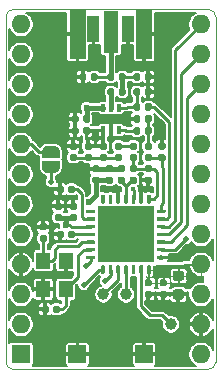
<source format=gbr>
%TF.GenerationSoftware,KiCad,Pcbnew,5.1.6+dfsg1-1~bpo10+1*%
%TF.CreationDate,2020-07-10T20:01:31+00:00*%
%TF.ProjectId,ProMicro_LORA,50726f4d-6963-4726-9f5f-4c4f52412e6b,v1.1*%
%TF.SameCoordinates,Original*%
%TF.FileFunction,Copper,L1,Top*%
%TF.FilePolarity,Positive*%
%FSLAX45Y45*%
G04 Gerber Fmt 4.5, Leading zero omitted, Abs format (unit mm)*
G04 Created by KiCad (PCBNEW 5.1.6+dfsg1-1~bpo10+1) date 2020-07-10 20:01:31*
%MOMM*%
%LPD*%
G01*
G04 APERTURE LIST*
%TA.AperFunction,Profile*%
%ADD10C,0.100000*%
%TD*%
%TA.AperFunction,SMDPad,CuDef*%
%ADD11R,4.800000X4.800000*%
%TD*%
%TA.AperFunction,ComponentPad*%
%ADD12O,1.600000X1.600000*%
%TD*%
%TA.AperFunction,ComponentPad*%
%ADD13R,1.600000X1.600000*%
%TD*%
%TA.AperFunction,SMDPad,CuDef*%
%ADD14R,1.050000X2.200000*%
%TD*%
%TA.AperFunction,SMDPad,CuDef*%
%ADD15R,1.000000X1.050000*%
%TD*%
%TA.AperFunction,SMDPad,CuDef*%
%ADD16C,0.150000*%
%TD*%
%TA.AperFunction,SMDPad,CuDef*%
%ADD17R,1.500000X1.500000*%
%TD*%
%TA.AperFunction,SMDPad,CuDef*%
%ADD18R,0.400000X0.650000*%
%TD*%
%TA.AperFunction,SMDPad,CuDef*%
%ADD19R,1.270000X3.600000*%
%TD*%
%TA.AperFunction,SMDPad,CuDef*%
%ADD20R,1.350000X4.200000*%
%TD*%
%TA.AperFunction,SMDPad,CuDef*%
%ADD21C,1.000000*%
%TD*%
%TA.AperFunction,SMDPad,CuDef*%
%ADD22R,1.200000X1.400000*%
%TD*%
%TA.AperFunction,ViaPad*%
%ADD23C,0.600000*%
%TD*%
%TA.AperFunction,ViaPad*%
%ADD24C,0.500000*%
%TD*%
%TA.AperFunction,ViaPad*%
%ADD25C,0.450000*%
%TD*%
%TA.AperFunction,Conductor*%
%ADD26C,0.400000*%
%TD*%
%TA.AperFunction,Conductor*%
%ADD27C,0.250000*%
%TD*%
%TA.AperFunction,Conductor*%
%ADD28C,0.200000*%
%TD*%
%TA.AperFunction,Conductor*%
%ADD29C,0.150000*%
%TD*%
%TA.AperFunction,Conductor*%
%ADD30C,0.125000*%
%TD*%
G04 APERTURE END LIST*
D10*
X-127000Y2857500D02*
X-127000Y-63500D01*
X1651000Y2857500D02*
X1651000Y-63500D01*
X-127000Y2857500D02*
G75*
G02*
X-63500Y2921000I63500J0D01*
G01*
X1587500Y2921000D02*
G75*
G02*
X1651000Y2857500I0J-63500D01*
G01*
X-63500Y2921000D02*
X1587500Y2921000D01*
X1651000Y-63500D02*
G75*
G02*
X1587500Y-127000I-63500J0D01*
G01*
X-63500Y-127000D02*
G75*
G02*
X-127000Y-63500I0J63500D01*
G01*
X1587500Y-127000D02*
X-63500Y-127000D01*
D11*
X889000Y1016000D03*
%TA.AperFunction,SMDPad,CuDef*%
G36*
G01*
X679000Y1283500D02*
X679000Y1346000D01*
G75*
G02*
X686500Y1353500I7500J0D01*
G01*
X701500Y1353500D01*
G75*
G02*
X709000Y1346000I0J-7500D01*
G01*
X709000Y1283500D01*
G75*
G02*
X701500Y1276000I-7500J0D01*
G01*
X686500Y1276000D01*
G75*
G02*
X679000Y1283500I0J7500D01*
G01*
G37*
%TD.AperFunction*%
%TA.AperFunction,SMDPad,CuDef*%
G36*
G01*
X744000Y1283500D02*
X744000Y1346000D01*
G75*
G02*
X751500Y1353500I7500J0D01*
G01*
X766500Y1353500D01*
G75*
G02*
X774000Y1346000I0J-7500D01*
G01*
X774000Y1283500D01*
G75*
G02*
X766500Y1276000I-7500J0D01*
G01*
X751500Y1276000D01*
G75*
G02*
X744000Y1283500I0J7500D01*
G01*
G37*
%TD.AperFunction*%
%TA.AperFunction,SMDPad,CuDef*%
G36*
G01*
X809000Y1283500D02*
X809000Y1346000D01*
G75*
G02*
X816500Y1353500I7500J0D01*
G01*
X831500Y1353500D01*
G75*
G02*
X839000Y1346000I0J-7500D01*
G01*
X839000Y1283500D01*
G75*
G02*
X831500Y1276000I-7500J0D01*
G01*
X816500Y1276000D01*
G75*
G02*
X809000Y1283500I0J7500D01*
G01*
G37*
%TD.AperFunction*%
%TA.AperFunction,SMDPad,CuDef*%
G36*
G01*
X874000Y1283500D02*
X874000Y1346000D01*
G75*
G02*
X881500Y1353500I7500J0D01*
G01*
X896500Y1353500D01*
G75*
G02*
X904000Y1346000I0J-7500D01*
G01*
X904000Y1283500D01*
G75*
G02*
X896500Y1276000I-7500J0D01*
G01*
X881500Y1276000D01*
G75*
G02*
X874000Y1283500I0J7500D01*
G01*
G37*
%TD.AperFunction*%
%TA.AperFunction,SMDPad,CuDef*%
G36*
G01*
X939000Y1283500D02*
X939000Y1346000D01*
G75*
G02*
X946500Y1353500I7500J0D01*
G01*
X961500Y1353500D01*
G75*
G02*
X969000Y1346000I0J-7500D01*
G01*
X969000Y1283500D01*
G75*
G02*
X961500Y1276000I-7500J0D01*
G01*
X946500Y1276000D01*
G75*
G02*
X939000Y1283500I0J7500D01*
G01*
G37*
%TD.AperFunction*%
%TA.AperFunction,SMDPad,CuDef*%
G36*
G01*
X1004000Y1283500D02*
X1004000Y1346000D01*
G75*
G02*
X1011500Y1353500I7500J0D01*
G01*
X1026500Y1353500D01*
G75*
G02*
X1034000Y1346000I0J-7500D01*
G01*
X1034000Y1283500D01*
G75*
G02*
X1026500Y1276000I-7500J0D01*
G01*
X1011500Y1276000D01*
G75*
G02*
X1004000Y1283500I0J7500D01*
G01*
G37*
%TD.AperFunction*%
%TA.AperFunction,SMDPad,CuDef*%
G36*
G01*
X1069000Y1283500D02*
X1069000Y1346000D01*
G75*
G02*
X1076500Y1353500I7500J0D01*
G01*
X1091500Y1353500D01*
G75*
G02*
X1099000Y1346000I0J-7500D01*
G01*
X1099000Y1283500D01*
G75*
G02*
X1091500Y1276000I-7500J0D01*
G01*
X1076500Y1276000D01*
G75*
G02*
X1069000Y1283500I0J7500D01*
G01*
G37*
%TD.AperFunction*%
%TA.AperFunction,SMDPad,CuDef*%
G36*
G01*
X1149000Y1203500D02*
X1149000Y1218500D01*
G75*
G02*
X1156500Y1226000I7500J0D01*
G01*
X1219000Y1226000D01*
G75*
G02*
X1226500Y1218500I0J-7500D01*
G01*
X1226500Y1203500D01*
G75*
G02*
X1219000Y1196000I-7500J0D01*
G01*
X1156500Y1196000D01*
G75*
G02*
X1149000Y1203500I0J7500D01*
G01*
G37*
%TD.AperFunction*%
%TA.AperFunction,SMDPad,CuDef*%
G36*
G01*
X1149000Y1138500D02*
X1149000Y1153500D01*
G75*
G02*
X1156500Y1161000I7500J0D01*
G01*
X1219000Y1161000D01*
G75*
G02*
X1226500Y1153500I0J-7500D01*
G01*
X1226500Y1138500D01*
G75*
G02*
X1219000Y1131000I-7500J0D01*
G01*
X1156500Y1131000D01*
G75*
G02*
X1149000Y1138500I0J7500D01*
G01*
G37*
%TD.AperFunction*%
%TA.AperFunction,SMDPad,CuDef*%
G36*
G01*
X1149000Y1073500D02*
X1149000Y1088500D01*
G75*
G02*
X1156500Y1096000I7500J0D01*
G01*
X1219000Y1096000D01*
G75*
G02*
X1226500Y1088500I0J-7500D01*
G01*
X1226500Y1073500D01*
G75*
G02*
X1219000Y1066000I-7500J0D01*
G01*
X1156500Y1066000D01*
G75*
G02*
X1149000Y1073500I0J7500D01*
G01*
G37*
%TD.AperFunction*%
%TA.AperFunction,SMDPad,CuDef*%
G36*
G01*
X1149000Y1008500D02*
X1149000Y1023500D01*
G75*
G02*
X1156500Y1031000I7500J0D01*
G01*
X1219000Y1031000D01*
G75*
G02*
X1226500Y1023500I0J-7500D01*
G01*
X1226500Y1008500D01*
G75*
G02*
X1219000Y1001000I-7500J0D01*
G01*
X1156500Y1001000D01*
G75*
G02*
X1149000Y1008500I0J7500D01*
G01*
G37*
%TD.AperFunction*%
%TA.AperFunction,SMDPad,CuDef*%
G36*
G01*
X1149000Y943500D02*
X1149000Y958500D01*
G75*
G02*
X1156500Y966000I7500J0D01*
G01*
X1219000Y966000D01*
G75*
G02*
X1226500Y958500I0J-7500D01*
G01*
X1226500Y943500D01*
G75*
G02*
X1219000Y936000I-7500J0D01*
G01*
X1156500Y936000D01*
G75*
G02*
X1149000Y943500I0J7500D01*
G01*
G37*
%TD.AperFunction*%
%TA.AperFunction,SMDPad,CuDef*%
G36*
G01*
X1149000Y878500D02*
X1149000Y893500D01*
G75*
G02*
X1156500Y901000I7500J0D01*
G01*
X1219000Y901000D01*
G75*
G02*
X1226500Y893500I0J-7500D01*
G01*
X1226500Y878500D01*
G75*
G02*
X1219000Y871000I-7500J0D01*
G01*
X1156500Y871000D01*
G75*
G02*
X1149000Y878500I0J7500D01*
G01*
G37*
%TD.AperFunction*%
%TA.AperFunction,SMDPad,CuDef*%
G36*
G01*
X1149000Y813500D02*
X1149000Y828500D01*
G75*
G02*
X1156500Y836000I7500J0D01*
G01*
X1219000Y836000D01*
G75*
G02*
X1226500Y828500I0J-7500D01*
G01*
X1226500Y813500D01*
G75*
G02*
X1219000Y806000I-7500J0D01*
G01*
X1156500Y806000D01*
G75*
G02*
X1149000Y813500I0J7500D01*
G01*
G37*
%TD.AperFunction*%
%TA.AperFunction,SMDPad,CuDef*%
G36*
G01*
X1069000Y686000D02*
X1069000Y748500D01*
G75*
G02*
X1076500Y756000I7500J0D01*
G01*
X1091500Y756000D01*
G75*
G02*
X1099000Y748500I0J-7500D01*
G01*
X1099000Y686000D01*
G75*
G02*
X1091500Y678500I-7500J0D01*
G01*
X1076500Y678500D01*
G75*
G02*
X1069000Y686000I0J7500D01*
G01*
G37*
%TD.AperFunction*%
%TA.AperFunction,SMDPad,CuDef*%
G36*
G01*
X1004000Y686000D02*
X1004000Y748500D01*
G75*
G02*
X1011500Y756000I7500J0D01*
G01*
X1026500Y756000D01*
G75*
G02*
X1034000Y748500I0J-7500D01*
G01*
X1034000Y686000D01*
G75*
G02*
X1026500Y678500I-7500J0D01*
G01*
X1011500Y678500D01*
G75*
G02*
X1004000Y686000I0J7500D01*
G01*
G37*
%TD.AperFunction*%
%TA.AperFunction,SMDPad,CuDef*%
G36*
G01*
X939000Y686000D02*
X939000Y748500D01*
G75*
G02*
X946500Y756000I7500J0D01*
G01*
X961500Y756000D01*
G75*
G02*
X969000Y748500I0J-7500D01*
G01*
X969000Y686000D01*
G75*
G02*
X961500Y678500I-7500J0D01*
G01*
X946500Y678500D01*
G75*
G02*
X939000Y686000I0J7500D01*
G01*
G37*
%TD.AperFunction*%
%TA.AperFunction,SMDPad,CuDef*%
G36*
G01*
X874000Y686000D02*
X874000Y748500D01*
G75*
G02*
X881500Y756000I7500J0D01*
G01*
X896500Y756000D01*
G75*
G02*
X904000Y748500I0J-7500D01*
G01*
X904000Y686000D01*
G75*
G02*
X896500Y678500I-7500J0D01*
G01*
X881500Y678500D01*
G75*
G02*
X874000Y686000I0J7500D01*
G01*
G37*
%TD.AperFunction*%
%TA.AperFunction,SMDPad,CuDef*%
G36*
G01*
X809000Y686000D02*
X809000Y748500D01*
G75*
G02*
X816500Y756000I7500J0D01*
G01*
X831500Y756000D01*
G75*
G02*
X839000Y748500I0J-7500D01*
G01*
X839000Y686000D01*
G75*
G02*
X831500Y678500I-7500J0D01*
G01*
X816500Y678500D01*
G75*
G02*
X809000Y686000I0J7500D01*
G01*
G37*
%TD.AperFunction*%
%TA.AperFunction,SMDPad,CuDef*%
G36*
G01*
X744000Y686000D02*
X744000Y748500D01*
G75*
G02*
X751500Y756000I7500J0D01*
G01*
X766500Y756000D01*
G75*
G02*
X774000Y748500I0J-7500D01*
G01*
X774000Y686000D01*
G75*
G02*
X766500Y678500I-7500J0D01*
G01*
X751500Y678500D01*
G75*
G02*
X744000Y686000I0J7500D01*
G01*
G37*
%TD.AperFunction*%
%TA.AperFunction,SMDPad,CuDef*%
G36*
G01*
X679000Y686000D02*
X679000Y748500D01*
G75*
G02*
X686500Y756000I7500J0D01*
G01*
X701500Y756000D01*
G75*
G02*
X709000Y748500I0J-7500D01*
G01*
X709000Y686000D01*
G75*
G02*
X701500Y678500I-7500J0D01*
G01*
X686500Y678500D01*
G75*
G02*
X679000Y686000I0J7500D01*
G01*
G37*
%TD.AperFunction*%
%TA.AperFunction,SMDPad,CuDef*%
G36*
G01*
X551500Y813500D02*
X551500Y828500D01*
G75*
G02*
X559000Y836000I7500J0D01*
G01*
X621500Y836000D01*
G75*
G02*
X629000Y828500I0J-7500D01*
G01*
X629000Y813500D01*
G75*
G02*
X621500Y806000I-7500J0D01*
G01*
X559000Y806000D01*
G75*
G02*
X551500Y813500I0J7500D01*
G01*
G37*
%TD.AperFunction*%
%TA.AperFunction,SMDPad,CuDef*%
G36*
G01*
X551500Y878500D02*
X551500Y893500D01*
G75*
G02*
X559000Y901000I7500J0D01*
G01*
X621500Y901000D01*
G75*
G02*
X629000Y893500I0J-7500D01*
G01*
X629000Y878500D01*
G75*
G02*
X621500Y871000I-7500J0D01*
G01*
X559000Y871000D01*
G75*
G02*
X551500Y878500I0J7500D01*
G01*
G37*
%TD.AperFunction*%
%TA.AperFunction,SMDPad,CuDef*%
G36*
G01*
X551500Y943500D02*
X551500Y958500D01*
G75*
G02*
X559000Y966000I7500J0D01*
G01*
X621500Y966000D01*
G75*
G02*
X629000Y958500I0J-7500D01*
G01*
X629000Y943500D01*
G75*
G02*
X621500Y936000I-7500J0D01*
G01*
X559000Y936000D01*
G75*
G02*
X551500Y943500I0J7500D01*
G01*
G37*
%TD.AperFunction*%
%TA.AperFunction,SMDPad,CuDef*%
G36*
G01*
X551500Y1008500D02*
X551500Y1023500D01*
G75*
G02*
X559000Y1031000I7500J0D01*
G01*
X621500Y1031000D01*
G75*
G02*
X629000Y1023500I0J-7500D01*
G01*
X629000Y1008500D01*
G75*
G02*
X621500Y1001000I-7500J0D01*
G01*
X559000Y1001000D01*
G75*
G02*
X551500Y1008500I0J7500D01*
G01*
G37*
%TD.AperFunction*%
%TA.AperFunction,SMDPad,CuDef*%
G36*
G01*
X551500Y1073500D02*
X551500Y1088500D01*
G75*
G02*
X559000Y1096000I7500J0D01*
G01*
X621500Y1096000D01*
G75*
G02*
X629000Y1088500I0J-7500D01*
G01*
X629000Y1073500D01*
G75*
G02*
X621500Y1066000I-7500J0D01*
G01*
X559000Y1066000D01*
G75*
G02*
X551500Y1073500I0J7500D01*
G01*
G37*
%TD.AperFunction*%
%TA.AperFunction,SMDPad,CuDef*%
G36*
G01*
X551500Y1138500D02*
X551500Y1153500D01*
G75*
G02*
X559000Y1161000I7500J0D01*
G01*
X621500Y1161000D01*
G75*
G02*
X629000Y1153500I0J-7500D01*
G01*
X629000Y1138500D01*
G75*
G02*
X621500Y1131000I-7500J0D01*
G01*
X559000Y1131000D01*
G75*
G02*
X551500Y1138500I0J7500D01*
G01*
G37*
%TD.AperFunction*%
%TA.AperFunction,SMDPad,CuDef*%
G36*
G01*
X551500Y1203500D02*
X551500Y1218500D01*
G75*
G02*
X559000Y1226000I7500J0D01*
G01*
X621500Y1226000D01*
G75*
G02*
X629000Y1218500I0J-7500D01*
G01*
X629000Y1203500D01*
G75*
G02*
X621500Y1196000I-7500J0D01*
G01*
X559000Y1196000D01*
G75*
G02*
X551500Y1203500I0J7500D01*
G01*
G37*
%TD.AperFunction*%
D12*
X1524000Y0D03*
X1524000Y254000D03*
X1524000Y508000D03*
X0Y2794000D03*
X1524000Y762000D03*
X0Y2540000D03*
X1524000Y1016000D03*
X0Y2286000D03*
X1524000Y1270000D03*
X0Y2032000D03*
X1524000Y1524000D03*
X0Y1778000D03*
X1524000Y1778000D03*
X0Y1524000D03*
X1524000Y2032000D03*
X0Y1270000D03*
X1524000Y2286000D03*
X0Y1016000D03*
X1524000Y2540000D03*
X0Y762000D03*
X1524000Y2794000D03*
X0Y508000D03*
X0Y254000D03*
D13*
X0Y0D03*
D14*
X614500Y2758000D03*
D15*
X762000Y2605500D03*
D14*
X909500Y2758000D03*
%TA.AperFunction,SMDPad,CuDef*%
D16*
G36*
X179060Y1716000D02*
G01*
X179060Y1718453D01*
X179541Y1723336D01*
X180498Y1728149D01*
X181923Y1732844D01*
X183800Y1737378D01*
X186114Y1741705D01*
X188840Y1745785D01*
X191952Y1749578D01*
X195422Y1753048D01*
X199215Y1756160D01*
X203295Y1758886D01*
X207622Y1761199D01*
X212155Y1763077D01*
X216851Y1764502D01*
X221663Y1765459D01*
X226547Y1765940D01*
X229000Y1765940D01*
X229000Y1766000D01*
X279000Y1766000D01*
X279000Y1765940D01*
X281453Y1765940D01*
X286337Y1765459D01*
X291149Y1764502D01*
X295845Y1763077D01*
X300378Y1761199D01*
X304705Y1758886D01*
X308785Y1756160D01*
X312578Y1753048D01*
X316048Y1749578D01*
X319160Y1745785D01*
X321886Y1741705D01*
X324200Y1737378D01*
X326077Y1732844D01*
X327502Y1728149D01*
X328459Y1723336D01*
X328940Y1718453D01*
X328940Y1716000D01*
X329000Y1716000D01*
X329000Y1666000D01*
X179000Y1666000D01*
X179000Y1716000D01*
X179060Y1716000D01*
G37*
%TD.AperFunction*%
%TA.AperFunction,SMDPad,CuDef*%
G36*
X329000Y1636000D02*
G01*
X329000Y1586000D01*
X328940Y1586000D01*
X328940Y1583547D01*
X328459Y1578663D01*
X327502Y1573851D01*
X326077Y1569155D01*
X324200Y1564622D01*
X321886Y1560295D01*
X319160Y1556215D01*
X316048Y1552422D01*
X312578Y1548952D01*
X308785Y1545840D01*
X304705Y1543114D01*
X300378Y1540800D01*
X295845Y1538923D01*
X291149Y1537498D01*
X286337Y1536541D01*
X281453Y1536060D01*
X279000Y1536060D01*
X279000Y1536000D01*
X229000Y1536000D01*
X229000Y1536060D01*
X226547Y1536060D01*
X221663Y1536541D01*
X216851Y1537498D01*
X212155Y1538923D01*
X207622Y1540800D01*
X203295Y1543114D01*
X199215Y1545840D01*
X195422Y1548952D01*
X191952Y1552422D01*
X188840Y1556215D01*
X186114Y1560295D01*
X183800Y1564622D01*
X181923Y1569155D01*
X180498Y1573851D01*
X179541Y1578663D01*
X179060Y1583547D01*
X179060Y1586000D01*
X179000Y1586000D01*
X179000Y1636000D01*
X329000Y1636000D01*
G37*
%TD.AperFunction*%
%TA.AperFunction,SMDPad,CuDef*%
G36*
G01*
X868150Y1543000D02*
X833650Y1543000D01*
G75*
G02*
X818900Y1557750I0J14750D01*
G01*
X818900Y1587250D01*
G75*
G02*
X833650Y1602000I14750J0D01*
G01*
X868150Y1602000D01*
G75*
G02*
X882900Y1587250I0J-14750D01*
G01*
X882900Y1557750D01*
G75*
G02*
X868150Y1543000I-14750J0D01*
G01*
G37*
%TD.AperFunction*%
%TA.AperFunction,SMDPad,CuDef*%
G36*
G01*
X868150Y1446000D02*
X833650Y1446000D01*
G75*
G02*
X818900Y1460750I0J14750D01*
G01*
X818900Y1490250D01*
G75*
G02*
X833650Y1505000I14750J0D01*
G01*
X868150Y1505000D01*
G75*
G02*
X882900Y1490250I0J-14750D01*
G01*
X882900Y1460750D01*
G75*
G02*
X868150Y1446000I-14750J0D01*
G01*
G37*
%TD.AperFunction*%
%TA.AperFunction,SMDPad,CuDef*%
G36*
G01*
X1211050Y1733500D02*
X1176550Y1733500D01*
G75*
G02*
X1161800Y1748250I0J14750D01*
G01*
X1161800Y1777750D01*
G75*
G02*
X1176550Y1792500I14750J0D01*
G01*
X1211050Y1792500D01*
G75*
G02*
X1225800Y1777750I0J-14750D01*
G01*
X1225800Y1748250D01*
G75*
G02*
X1211050Y1733500I-14750J0D01*
G01*
G37*
%TD.AperFunction*%
%TA.AperFunction,SMDPad,CuDef*%
G36*
G01*
X1211050Y1636500D02*
X1176550Y1636500D01*
G75*
G02*
X1161800Y1651250I0J14750D01*
G01*
X1161800Y1680750D01*
G75*
G02*
X1176550Y1695500I14750J0D01*
G01*
X1211050Y1695500D01*
G75*
G02*
X1225800Y1680750I0J-14750D01*
G01*
X1225800Y1651250D01*
G75*
G02*
X1211050Y1636500I-14750J0D01*
G01*
G37*
%TD.AperFunction*%
D17*
X1043940Y0D03*
X479298Y0D03*
%TA.AperFunction,SMDPad,CuDef*%
G36*
G01*
X489000Y2011150D02*
X489000Y1976650D01*
G75*
G02*
X474250Y1961900I-14750J0D01*
G01*
X444750Y1961900D01*
G75*
G02*
X430000Y1976650I0J14750D01*
G01*
X430000Y2011150D01*
G75*
G02*
X444750Y2025900I14750J0D01*
G01*
X474250Y2025900D01*
G75*
G02*
X489000Y2011150I0J-14750D01*
G01*
G37*
%TD.AperFunction*%
%TA.AperFunction,SMDPad,CuDef*%
G36*
G01*
X586000Y2011150D02*
X586000Y1976650D01*
G75*
G02*
X571250Y1961900I-14750J0D01*
G01*
X541750Y1961900D01*
G75*
G02*
X527000Y1976650I0J14750D01*
G01*
X527000Y2011150D01*
G75*
G02*
X541750Y2025900I14750J0D01*
G01*
X571250Y2025900D01*
G75*
G02*
X586000Y2011150I0J-14750D01*
G01*
G37*
%TD.AperFunction*%
%TA.AperFunction,SMDPad,CuDef*%
G36*
G01*
X1050000Y2205250D02*
X1050000Y2239750D01*
G75*
G02*
X1064750Y2254500I14750J0D01*
G01*
X1094250Y2254500D01*
G75*
G02*
X1109000Y2239750I0J-14750D01*
G01*
X1109000Y2205250D01*
G75*
G02*
X1094250Y2190500I-14750J0D01*
G01*
X1064750Y2190500D01*
G75*
G02*
X1050000Y2205250I0J14750D01*
G01*
G37*
%TD.AperFunction*%
%TA.AperFunction,SMDPad,CuDef*%
G36*
G01*
X953000Y2205250D02*
X953000Y2239750D01*
G75*
G02*
X967750Y2254500I14750J0D01*
G01*
X997250Y2254500D01*
G75*
G02*
X1012000Y2239750I0J-14750D01*
G01*
X1012000Y2205250D01*
G75*
G02*
X997250Y2190500I-14750J0D01*
G01*
X967750Y2190500D01*
G75*
G02*
X953000Y2205250I0J14750D01*
G01*
G37*
%TD.AperFunction*%
%TA.AperFunction,SMDPad,CuDef*%
G36*
G01*
X554250Y1695500D02*
X588750Y1695500D01*
G75*
G02*
X603500Y1680750I0J-14750D01*
G01*
X603500Y1651250D01*
G75*
G02*
X588750Y1636500I-14750J0D01*
G01*
X554250Y1636500D01*
G75*
G02*
X539500Y1651250I0J14750D01*
G01*
X539500Y1680750D01*
G75*
G02*
X554250Y1695500I14750J0D01*
G01*
G37*
%TD.AperFunction*%
%TA.AperFunction,SMDPad,CuDef*%
G36*
G01*
X554250Y1792500D02*
X588750Y1792500D01*
G75*
G02*
X603500Y1777750I0J-14750D01*
G01*
X603500Y1748250D01*
G75*
G02*
X588750Y1733500I-14750J0D01*
G01*
X554250Y1733500D01*
G75*
G02*
X539500Y1748250I0J14750D01*
G01*
X539500Y1777750D01*
G75*
G02*
X554250Y1792500I14750J0D01*
G01*
G37*
%TD.AperFunction*%
%TA.AperFunction,SMDPad,CuDef*%
G36*
G01*
X552500Y2366750D02*
X552500Y2332250D01*
G75*
G02*
X537750Y2317500I-14750J0D01*
G01*
X508250Y2317500D01*
G75*
G02*
X493500Y2332250I0J14750D01*
G01*
X493500Y2366750D01*
G75*
G02*
X508250Y2381500I14750J0D01*
G01*
X537750Y2381500D01*
G75*
G02*
X552500Y2366750I0J-14750D01*
G01*
G37*
%TD.AperFunction*%
%TA.AperFunction,SMDPad,CuDef*%
G36*
G01*
X649500Y2366750D02*
X649500Y2332250D01*
G75*
G02*
X634750Y2317500I-14750J0D01*
G01*
X605250Y2317500D01*
G75*
G02*
X590500Y2332250I0J14750D01*
G01*
X590500Y2366750D01*
G75*
G02*
X605250Y2381500I14750J0D01*
G01*
X634750Y2381500D01*
G75*
G02*
X649500Y2366750I0J-14750D01*
G01*
G37*
%TD.AperFunction*%
%TA.AperFunction,SMDPad,CuDef*%
G36*
G01*
X1050000Y2332250D02*
X1050000Y2366750D01*
G75*
G02*
X1064750Y2381500I14750J0D01*
G01*
X1094250Y2381500D01*
G75*
G02*
X1109000Y2366750I0J-14750D01*
G01*
X1109000Y2332250D01*
G75*
G02*
X1094250Y2317500I-14750J0D01*
G01*
X1064750Y2317500D01*
G75*
G02*
X1050000Y2332250I0J14750D01*
G01*
G37*
%TD.AperFunction*%
%TA.AperFunction,SMDPad,CuDef*%
G36*
G01*
X953000Y2332250D02*
X953000Y2366750D01*
G75*
G02*
X967750Y2381500I14750J0D01*
G01*
X997250Y2381500D01*
G75*
G02*
X1012000Y2366750I0J-14750D01*
G01*
X1012000Y2332250D01*
G75*
G02*
X997250Y2317500I-14750J0D01*
G01*
X967750Y2317500D01*
G75*
G02*
X953000Y2332250I0J14750D01*
G01*
G37*
%TD.AperFunction*%
%TA.AperFunction,SMDPad,CuDef*%
G36*
G01*
X791500Y2239750D02*
X791500Y2205250D01*
G75*
G02*
X776750Y2190500I-14750J0D01*
G01*
X747250Y2190500D01*
G75*
G02*
X732500Y2205250I0J14750D01*
G01*
X732500Y2239750D01*
G75*
G02*
X747250Y2254500I14750J0D01*
G01*
X776750Y2254500D01*
G75*
G02*
X791500Y2239750I0J-14750D01*
G01*
G37*
%TD.AperFunction*%
%TA.AperFunction,SMDPad,CuDef*%
G36*
G01*
X888500Y2239750D02*
X888500Y2205250D01*
G75*
G02*
X873750Y2190500I-14750J0D01*
G01*
X844250Y2190500D01*
G75*
G02*
X829500Y2205250I0J14750D01*
G01*
X829500Y2239750D01*
G75*
G02*
X844250Y2254500I14750J0D01*
G01*
X873750Y2254500D01*
G75*
G02*
X888500Y2239750I0J-14750D01*
G01*
G37*
%TD.AperFunction*%
%TA.AperFunction,SMDPad,CuDef*%
G36*
G01*
X489000Y1909550D02*
X489000Y1875050D01*
G75*
G02*
X474250Y1860300I-14750J0D01*
G01*
X444750Y1860300D01*
G75*
G02*
X430000Y1875050I0J14750D01*
G01*
X430000Y1909550D01*
G75*
G02*
X444750Y1924300I14750J0D01*
G01*
X474250Y1924300D01*
G75*
G02*
X489000Y1909550I0J-14750D01*
G01*
G37*
%TD.AperFunction*%
%TA.AperFunction,SMDPad,CuDef*%
G36*
G01*
X586000Y1909550D02*
X586000Y1875050D01*
G75*
G02*
X571250Y1860300I-14750J0D01*
G01*
X541750Y1860300D01*
G75*
G02*
X527000Y1875050I0J14750D01*
G01*
X527000Y1909550D01*
G75*
G02*
X541750Y1924300I14750J0D01*
G01*
X571250Y1924300D01*
G75*
G02*
X586000Y1909550I0J-14750D01*
G01*
G37*
%TD.AperFunction*%
%TA.AperFunction,SMDPad,CuDef*%
G36*
G01*
X1050000Y1875050D02*
X1050000Y1909550D01*
G75*
G02*
X1064750Y1924300I14750J0D01*
G01*
X1094250Y1924300D01*
G75*
G02*
X1109000Y1909550I0J-14750D01*
G01*
X1109000Y1875050D01*
G75*
G02*
X1094250Y1860300I-14750J0D01*
G01*
X1064750Y1860300D01*
G75*
G02*
X1050000Y1875050I0J14750D01*
G01*
G37*
%TD.AperFunction*%
%TA.AperFunction,SMDPad,CuDef*%
G36*
G01*
X953000Y1875050D02*
X953000Y1909550D01*
G75*
G02*
X967750Y1924300I14750J0D01*
G01*
X997250Y1924300D01*
G75*
G02*
X1012000Y1909550I0J-14750D01*
G01*
X1012000Y1875050D01*
G75*
G02*
X997250Y1860300I-14750J0D01*
G01*
X967750Y1860300D01*
G75*
G02*
X953000Y1875050I0J14750D01*
G01*
G37*
%TD.AperFunction*%
%TA.AperFunction,SMDPad,CuDef*%
G36*
G01*
X1109000Y2011150D02*
X1109000Y1976650D01*
G75*
G02*
X1094250Y1961900I-14750J0D01*
G01*
X1064750Y1961900D01*
G75*
G02*
X1050000Y1976650I0J14750D01*
G01*
X1050000Y2011150D01*
G75*
G02*
X1064750Y2025900I14750J0D01*
G01*
X1094250Y2025900D01*
G75*
G02*
X1109000Y2011150I0J-14750D01*
G01*
G37*
%TD.AperFunction*%
%TA.AperFunction,SMDPad,CuDef*%
G36*
G01*
X1012000Y2011150D02*
X1012000Y1976650D01*
G75*
G02*
X997250Y1961900I-14750J0D01*
G01*
X967750Y1961900D01*
G75*
G02*
X953000Y1976650I0J14750D01*
G01*
X953000Y2011150D01*
G75*
G02*
X967750Y2025900I14750J0D01*
G01*
X997250Y2025900D01*
G75*
G02*
X1012000Y2011150I0J-14750D01*
G01*
G37*
%TD.AperFunction*%
%TA.AperFunction,SMDPad,CuDef*%
G36*
G01*
X461750Y1733500D02*
X427250Y1733500D01*
G75*
G02*
X412500Y1748250I0J14750D01*
G01*
X412500Y1777750D01*
G75*
G02*
X427250Y1792500I14750J0D01*
G01*
X461750Y1792500D01*
G75*
G02*
X476500Y1777750I0J-14750D01*
G01*
X476500Y1748250D01*
G75*
G02*
X461750Y1733500I-14750J0D01*
G01*
G37*
%TD.AperFunction*%
%TA.AperFunction,SMDPad,CuDef*%
G36*
G01*
X461750Y1636500D02*
X427250Y1636500D01*
G75*
G02*
X412500Y1651250I0J14750D01*
G01*
X412500Y1680750D01*
G75*
G02*
X427250Y1695500I14750J0D01*
G01*
X461750Y1695500D01*
G75*
G02*
X476500Y1680750I0J-14750D01*
G01*
X476500Y1651250D01*
G75*
G02*
X461750Y1636500I-14750J0D01*
G01*
G37*
%TD.AperFunction*%
%TA.AperFunction,SMDPad,CuDef*%
G36*
G01*
X935250Y1695500D02*
X969750Y1695500D01*
G75*
G02*
X984500Y1680750I0J-14750D01*
G01*
X984500Y1651250D01*
G75*
G02*
X969750Y1636500I-14750J0D01*
G01*
X935250Y1636500D01*
G75*
G02*
X920500Y1651250I0J14750D01*
G01*
X920500Y1680750D01*
G75*
G02*
X935250Y1695500I14750J0D01*
G01*
G37*
%TD.AperFunction*%
%TA.AperFunction,SMDPad,CuDef*%
G36*
G01*
X935250Y1792500D02*
X969750Y1792500D01*
G75*
G02*
X984500Y1777750I0J-14750D01*
G01*
X984500Y1748250D01*
G75*
G02*
X969750Y1733500I-14750J0D01*
G01*
X935250Y1733500D01*
G75*
G02*
X920500Y1748250I0J14750D01*
G01*
X920500Y1777750D01*
G75*
G02*
X935250Y1792500I14750J0D01*
G01*
G37*
%TD.AperFunction*%
%TA.AperFunction,SMDPad,CuDef*%
G36*
G01*
X1096750Y1543000D02*
X1062250Y1543000D01*
G75*
G02*
X1047500Y1557750I0J14750D01*
G01*
X1047500Y1587250D01*
G75*
G02*
X1062250Y1602000I14750J0D01*
G01*
X1096750Y1602000D01*
G75*
G02*
X1111500Y1587250I0J-14750D01*
G01*
X1111500Y1557750D01*
G75*
G02*
X1096750Y1543000I-14750J0D01*
G01*
G37*
%TD.AperFunction*%
%TA.AperFunction,SMDPad,CuDef*%
G36*
G01*
X1096750Y1446000D02*
X1062250Y1446000D01*
G75*
G02*
X1047500Y1460750I0J14750D01*
G01*
X1047500Y1490250D01*
G75*
G02*
X1062250Y1505000I14750J0D01*
G01*
X1096750Y1505000D01*
G75*
G02*
X1111500Y1490250I0J-14750D01*
G01*
X1111500Y1460750D01*
G75*
G02*
X1096750Y1446000I-14750J0D01*
G01*
G37*
%TD.AperFunction*%
D18*
X697000Y2088900D03*
X827000Y2088900D03*
X762000Y1898900D03*
X762000Y2088900D03*
X827000Y1898900D03*
X697000Y1898900D03*
%TA.AperFunction,SMDPad,CuDef*%
G36*
G01*
X1012000Y2112750D02*
X1012000Y2078250D01*
G75*
G02*
X997250Y2063500I-14750J0D01*
G01*
X967750Y2063500D01*
G75*
G02*
X953000Y2078250I0J14750D01*
G01*
X953000Y2112750D01*
G75*
G02*
X967750Y2127500I14750J0D01*
G01*
X997250Y2127500D01*
G75*
G02*
X1012000Y2112750I0J-14750D01*
G01*
G37*
%TD.AperFunction*%
%TA.AperFunction,SMDPad,CuDef*%
G36*
G01*
X1109000Y2112750D02*
X1109000Y2078250D01*
G75*
G02*
X1094250Y2063500I-14750J0D01*
G01*
X1064750Y2063500D01*
G75*
G02*
X1050000Y2078250I0J14750D01*
G01*
X1050000Y2112750D01*
G75*
G02*
X1064750Y2127500I14750J0D01*
G01*
X1094250Y2127500D01*
G75*
G02*
X1109000Y2112750I0J-14750D01*
G01*
G37*
%TD.AperFunction*%
%TA.AperFunction,SMDPad,CuDef*%
G36*
G01*
X791500Y2366750D02*
X791500Y2332250D01*
G75*
G02*
X776750Y2317500I-14750J0D01*
G01*
X747250Y2317500D01*
G75*
G02*
X732500Y2332250I0J14750D01*
G01*
X732500Y2366750D01*
G75*
G02*
X747250Y2381500I14750J0D01*
G01*
X776750Y2381500D01*
G75*
G02*
X791500Y2366750I0J-14750D01*
G01*
G37*
%TD.AperFunction*%
%TA.AperFunction,SMDPad,CuDef*%
G36*
G01*
X888500Y2366750D02*
X888500Y2332250D01*
G75*
G02*
X873750Y2317500I-14750J0D01*
G01*
X844250Y2317500D01*
G75*
G02*
X829500Y2332250I0J14750D01*
G01*
X829500Y2366750D01*
G75*
G02*
X844250Y2381500I14750J0D01*
G01*
X873750Y2381500D01*
G75*
G02*
X888500Y2366750I0J-14750D01*
G01*
G37*
%TD.AperFunction*%
%TA.AperFunction,SMDPad,CuDef*%
G36*
G01*
X715750Y1733500D02*
X681250Y1733500D01*
G75*
G02*
X666500Y1748250I0J14750D01*
G01*
X666500Y1777750D01*
G75*
G02*
X681250Y1792500I14750J0D01*
G01*
X715750Y1792500D01*
G75*
G02*
X730500Y1777750I0J-14750D01*
G01*
X730500Y1748250D01*
G75*
G02*
X715750Y1733500I-14750J0D01*
G01*
G37*
%TD.AperFunction*%
%TA.AperFunction,SMDPad,CuDef*%
G36*
G01*
X715750Y1636500D02*
X681250Y1636500D01*
G75*
G02*
X666500Y1651250I0J14750D01*
G01*
X666500Y1680750D01*
G75*
G02*
X681250Y1695500I14750J0D01*
G01*
X715750Y1695500D01*
G75*
G02*
X730500Y1680750I0J-14750D01*
G01*
X730500Y1651250D01*
G75*
G02*
X715750Y1636500I-14750J0D01*
G01*
G37*
%TD.AperFunction*%
%TA.AperFunction,SMDPad,CuDef*%
G36*
G01*
X1096750Y1733500D02*
X1062250Y1733500D01*
G75*
G02*
X1047500Y1748250I0J14750D01*
G01*
X1047500Y1777750D01*
G75*
G02*
X1062250Y1792500I14750J0D01*
G01*
X1096750Y1792500D01*
G75*
G02*
X1111500Y1777750I0J-14750D01*
G01*
X1111500Y1748250D01*
G75*
G02*
X1096750Y1733500I-14750J0D01*
G01*
G37*
%TD.AperFunction*%
%TA.AperFunction,SMDPad,CuDef*%
G36*
G01*
X1096750Y1636500D02*
X1062250Y1636500D01*
G75*
G02*
X1047500Y1651250I0J14750D01*
G01*
X1047500Y1680750D01*
G75*
G02*
X1062250Y1695500I14750J0D01*
G01*
X1096750Y1695500D01*
G75*
G02*
X1111500Y1680750I0J-14750D01*
G01*
X1111500Y1651250D01*
G75*
G02*
X1096750Y1636500I-14750J0D01*
G01*
G37*
%TD.AperFunction*%
%TA.AperFunction,SMDPad,CuDef*%
G36*
G01*
X808250Y1695500D02*
X842750Y1695500D01*
G75*
G02*
X857500Y1680750I0J-14750D01*
G01*
X857500Y1651250D01*
G75*
G02*
X842750Y1636500I-14750J0D01*
G01*
X808250Y1636500D01*
G75*
G02*
X793500Y1651250I0J14750D01*
G01*
X793500Y1680750D01*
G75*
G02*
X808250Y1695500I14750J0D01*
G01*
G37*
%TD.AperFunction*%
%TA.AperFunction,SMDPad,CuDef*%
G36*
G01*
X808250Y1792500D02*
X842750Y1792500D01*
G75*
G02*
X857500Y1777750I0J-14750D01*
G01*
X857500Y1748250D01*
G75*
G02*
X842750Y1733500I-14750J0D01*
G01*
X808250Y1733500D01*
G75*
G02*
X793500Y1748250I0J14750D01*
G01*
X793500Y1777750D01*
G75*
G02*
X808250Y1792500I14750J0D01*
G01*
G37*
%TD.AperFunction*%
%TA.AperFunction,SMDPad,CuDef*%
G36*
G01*
X969750Y1543000D02*
X935250Y1543000D01*
G75*
G02*
X920500Y1557750I0J14750D01*
G01*
X920500Y1587250D01*
G75*
G02*
X935250Y1602000I14750J0D01*
G01*
X969750Y1602000D01*
G75*
G02*
X984500Y1587250I0J-14750D01*
G01*
X984500Y1557750D01*
G75*
G02*
X969750Y1543000I-14750J0D01*
G01*
G37*
%TD.AperFunction*%
%TA.AperFunction,SMDPad,CuDef*%
G36*
G01*
X969750Y1446000D02*
X935250Y1446000D01*
G75*
G02*
X920500Y1460750I0J14750D01*
G01*
X920500Y1490250D01*
G75*
G02*
X935250Y1505000I14750J0D01*
G01*
X969750Y1505000D01*
G75*
G02*
X984500Y1490250I0J-14750D01*
G01*
X984500Y1460750D01*
G75*
G02*
X969750Y1446000I-14750J0D01*
G01*
G37*
%TD.AperFunction*%
D19*
X762000Y2730500D03*
D20*
X479500Y2710500D03*
X1044500Y2710500D03*
D21*
X1270000Y254000D03*
X889000Y508000D03*
X698500Y508000D03*
%TA.AperFunction,SMDPad,CuDef*%
G36*
G01*
X1307875Y551750D02*
X1359125Y551750D01*
G75*
G02*
X1381000Y529875I0J-21875D01*
G01*
X1381000Y486125D01*
G75*
G02*
X1359125Y464250I-21875J0D01*
G01*
X1307875Y464250D01*
G75*
G02*
X1286000Y486125I0J21875D01*
G01*
X1286000Y529875D01*
G75*
G02*
X1307875Y551750I21875J0D01*
G01*
G37*
%TD.AperFunction*%
%TA.AperFunction,SMDPad,CuDef*%
G36*
G01*
X1307875Y709250D02*
X1359125Y709250D01*
G75*
G02*
X1381000Y687375I0J-21875D01*
G01*
X1381000Y643625D01*
G75*
G02*
X1359125Y621750I-21875J0D01*
G01*
X1307875Y621750D01*
G75*
G02*
X1286000Y643625I0J21875D01*
G01*
X1286000Y687375D01*
G75*
G02*
X1307875Y709250I21875J0D01*
G01*
G37*
%TD.AperFunction*%
D22*
X190500Y553100D03*
X190500Y793100D03*
X380500Y793100D03*
X380500Y553100D03*
%TA.AperFunction,SMDPad,CuDef*%
G36*
G01*
X1189250Y634500D02*
X1223750Y634500D01*
G75*
G02*
X1238500Y619750I0J-14750D01*
G01*
X1238500Y590250D01*
G75*
G02*
X1223750Y575500I-14750J0D01*
G01*
X1189250Y575500D01*
G75*
G02*
X1174500Y590250I0J14750D01*
G01*
X1174500Y619750D01*
G75*
G02*
X1189250Y634500I14750J0D01*
G01*
G37*
%TD.AperFunction*%
%TA.AperFunction,SMDPad,CuDef*%
G36*
G01*
X1189250Y537500D02*
X1223750Y537500D01*
G75*
G02*
X1238500Y522750I0J-14750D01*
G01*
X1238500Y493250D01*
G75*
G02*
X1223750Y478500I-14750J0D01*
G01*
X1189250Y478500D01*
G75*
G02*
X1174500Y493250I0J14750D01*
G01*
X1174500Y522750D01*
G75*
G02*
X1189250Y537500I14750J0D01*
G01*
G37*
%TD.AperFunction*%
%TA.AperFunction,SMDPad,CuDef*%
G36*
G01*
X362000Y1414250D02*
X362000Y1379750D01*
G75*
G02*
X347250Y1365000I-14750J0D01*
G01*
X317750Y1365000D01*
G75*
G02*
X303000Y1379750I0J14750D01*
G01*
X303000Y1414250D01*
G75*
G02*
X317750Y1429000I14750J0D01*
G01*
X347250Y1429000D01*
G75*
G02*
X362000Y1414250I0J-14750D01*
G01*
G37*
%TD.AperFunction*%
%TA.AperFunction,SMDPad,CuDef*%
G36*
G01*
X459000Y1414250D02*
X459000Y1379750D01*
G75*
G02*
X444250Y1365000I-14750J0D01*
G01*
X414750Y1365000D01*
G75*
G02*
X400000Y1379750I0J14750D01*
G01*
X400000Y1414250D01*
G75*
G02*
X414750Y1429000I14750J0D01*
G01*
X444250Y1429000D01*
G75*
G02*
X459000Y1414250I0J-14750D01*
G01*
G37*
%TD.AperFunction*%
%TA.AperFunction,SMDPad,CuDef*%
G36*
G01*
X362000Y1033250D02*
X362000Y998750D01*
G75*
G02*
X347250Y984000I-14750J0D01*
G01*
X317750Y984000D01*
G75*
G02*
X303000Y998750I0J14750D01*
G01*
X303000Y1033250D01*
G75*
G02*
X317750Y1048000I14750J0D01*
G01*
X347250Y1048000D01*
G75*
G02*
X362000Y1033250I0J-14750D01*
G01*
G37*
%TD.AperFunction*%
%TA.AperFunction,SMDPad,CuDef*%
G36*
G01*
X459000Y1033250D02*
X459000Y998750D01*
G75*
G02*
X444250Y984000I-14750J0D01*
G01*
X414750Y984000D01*
G75*
G02*
X400000Y998750I0J14750D01*
G01*
X400000Y1033250D01*
G75*
G02*
X414750Y1048000I14750J0D01*
G01*
X444250Y1048000D01*
G75*
G02*
X459000Y1033250I0J-14750D01*
G01*
G37*
%TD.AperFunction*%
%TA.AperFunction,SMDPad,CuDef*%
G36*
G01*
X427250Y1187500D02*
X461750Y1187500D01*
G75*
G02*
X476500Y1172750I0J-14750D01*
G01*
X476500Y1143250D01*
G75*
G02*
X461750Y1128500I-14750J0D01*
G01*
X427250Y1128500D01*
G75*
G02*
X412500Y1143250I0J14750D01*
G01*
X412500Y1172750D01*
G75*
G02*
X427250Y1187500I14750J0D01*
G01*
G37*
%TD.AperFunction*%
%TA.AperFunction,SMDPad,CuDef*%
G36*
G01*
X427250Y1284500D02*
X461750Y1284500D01*
G75*
G02*
X476500Y1269750I0J-14750D01*
G01*
X476500Y1240250D01*
G75*
G02*
X461750Y1225500I-14750J0D01*
G01*
X427250Y1225500D01*
G75*
G02*
X412500Y1240250I0J14750D01*
G01*
X412500Y1269750D01*
G75*
G02*
X427250Y1284500I14750J0D01*
G01*
G37*
%TD.AperFunction*%
%TA.AperFunction,SMDPad,CuDef*%
G36*
G01*
X334750Y1225500D02*
X300250Y1225500D01*
G75*
G02*
X285500Y1240250I0J14750D01*
G01*
X285500Y1269750D01*
G75*
G02*
X300250Y1284500I14750J0D01*
G01*
X334750Y1284500D01*
G75*
G02*
X349500Y1269750I0J-14750D01*
G01*
X349500Y1240250D01*
G75*
G02*
X334750Y1225500I-14750J0D01*
G01*
G37*
%TD.AperFunction*%
%TA.AperFunction,SMDPad,CuDef*%
G36*
G01*
X334750Y1128500D02*
X300250Y1128500D01*
G75*
G02*
X285500Y1143250I0J14750D01*
G01*
X285500Y1172750D01*
G75*
G02*
X300250Y1187500I14750J0D01*
G01*
X334750Y1187500D01*
G75*
G02*
X349500Y1172750I0J-14750D01*
G01*
X349500Y1143250D01*
G75*
G02*
X334750Y1128500I-14750J0D01*
G01*
G37*
%TD.AperFunction*%
%TA.AperFunction,SMDPad,CuDef*%
G36*
G01*
X1096750Y575500D02*
X1062250Y575500D01*
G75*
G02*
X1047500Y590250I0J14750D01*
G01*
X1047500Y619750D01*
G75*
G02*
X1062250Y634500I14750J0D01*
G01*
X1096750Y634500D01*
G75*
G02*
X1111500Y619750I0J-14750D01*
G01*
X1111500Y590250D01*
G75*
G02*
X1096750Y575500I-14750J0D01*
G01*
G37*
%TD.AperFunction*%
%TA.AperFunction,SMDPad,CuDef*%
G36*
G01*
X1096750Y478500D02*
X1062250Y478500D01*
G75*
G02*
X1047500Y493250I0J14750D01*
G01*
X1047500Y522750D01*
G75*
G02*
X1062250Y537500I14750J0D01*
G01*
X1096750Y537500D01*
G75*
G02*
X1111500Y522750I0J-14750D01*
G01*
X1111500Y493250D01*
G75*
G02*
X1096750Y478500I-14750J0D01*
G01*
G37*
%TD.AperFunction*%
%TA.AperFunction,SMDPad,CuDef*%
G36*
G01*
X617750Y1505000D02*
X652250Y1505000D01*
G75*
G02*
X667000Y1490250I0J-14750D01*
G01*
X667000Y1460750D01*
G75*
G02*
X652250Y1446000I-14750J0D01*
G01*
X617750Y1446000D01*
G75*
G02*
X603000Y1460750I0J14750D01*
G01*
X603000Y1490250D01*
G75*
G02*
X617750Y1505000I14750J0D01*
G01*
G37*
%TD.AperFunction*%
%TA.AperFunction,SMDPad,CuDef*%
G36*
G01*
X617750Y1602000D02*
X652250Y1602000D01*
G75*
G02*
X667000Y1587250I0J-14750D01*
G01*
X667000Y1557750D01*
G75*
G02*
X652250Y1543000I-14750J0D01*
G01*
X617750Y1543000D01*
G75*
G02*
X603000Y1557750I0J14750D01*
G01*
X603000Y1587250D01*
G75*
G02*
X617750Y1602000I14750J0D01*
G01*
G37*
%TD.AperFunction*%
%TA.AperFunction,SMDPad,CuDef*%
G36*
G01*
X766550Y1543000D02*
X732050Y1543000D01*
G75*
G02*
X717300Y1557750I0J14750D01*
G01*
X717300Y1587250D01*
G75*
G02*
X732050Y1602000I14750J0D01*
G01*
X766550Y1602000D01*
G75*
G02*
X781300Y1587250I0J-14750D01*
G01*
X781300Y1557750D01*
G75*
G02*
X766550Y1543000I-14750J0D01*
G01*
G37*
%TD.AperFunction*%
%TA.AperFunction,SMDPad,CuDef*%
G36*
G01*
X766550Y1446000D02*
X732050Y1446000D01*
G75*
G02*
X717300Y1460750I0J14750D01*
G01*
X717300Y1490250D01*
G75*
G02*
X732050Y1505000I14750J0D01*
G01*
X766550Y1505000D01*
G75*
G02*
X781300Y1490250I0J-14750D01*
G01*
X781300Y1460750D01*
G75*
G02*
X766550Y1446000I-14750J0D01*
G01*
G37*
%TD.AperFunction*%
%TA.AperFunction,SMDPad,CuDef*%
G36*
G01*
X207750Y1050000D02*
X173250Y1050000D01*
G75*
G02*
X158500Y1064750I0J14750D01*
G01*
X158500Y1094250D01*
G75*
G02*
X173250Y1109000I14750J0D01*
G01*
X207750Y1109000D01*
G75*
G02*
X222500Y1094250I0J-14750D01*
G01*
X222500Y1064750D01*
G75*
G02*
X207750Y1050000I-14750J0D01*
G01*
G37*
%TD.AperFunction*%
%TA.AperFunction,SMDPad,CuDef*%
G36*
G01*
X207750Y953000D02*
X173250Y953000D01*
G75*
G02*
X158500Y967750I0J14750D01*
G01*
X158500Y997250D01*
G75*
G02*
X173250Y1012000I14750J0D01*
G01*
X207750Y1012000D01*
G75*
G02*
X222500Y997250I0J-14750D01*
G01*
X222500Y967750D01*
G75*
G02*
X207750Y953000I-14750J0D01*
G01*
G37*
%TD.AperFunction*%
%TA.AperFunction,SMDPad,CuDef*%
G36*
G01*
X235000Y398250D02*
X235000Y363750D01*
G75*
G02*
X220250Y349000I-14750J0D01*
G01*
X190750Y349000D01*
G75*
G02*
X176000Y363750I0J14750D01*
G01*
X176000Y398250D01*
G75*
G02*
X190750Y413000I14750J0D01*
G01*
X220250Y413000D01*
G75*
G02*
X235000Y398250I0J-14750D01*
G01*
G37*
%TD.AperFunction*%
%TA.AperFunction,SMDPad,CuDef*%
G36*
G01*
X332000Y398250D02*
X332000Y363750D01*
G75*
G02*
X317250Y349000I-14750J0D01*
G01*
X287750Y349000D01*
G75*
G02*
X273000Y363750I0J14750D01*
G01*
X273000Y398250D01*
G75*
G02*
X287750Y413000I14750J0D01*
G01*
X317250Y413000D01*
G75*
G02*
X332000Y398250I0J-14750D01*
G01*
G37*
%TD.AperFunction*%
D23*
X1333500Y381000D03*
X190500Y254000D03*
X1397000Y127000D03*
X1270000Y0D03*
X1143000Y254000D03*
X952500Y254000D03*
X762000Y254000D03*
X571500Y254000D03*
X254000Y0D03*
X1460500Y889000D03*
X762000Y1993900D03*
D24*
X889000Y1828800D03*
D23*
X889000Y1993900D03*
X1231900Y2108200D03*
X1231900Y2222500D03*
X1231900Y2349500D03*
X1333500Y819150D03*
D25*
X825500Y1397000D03*
X1053622Y1399062D03*
D24*
X381000Y1320800D03*
D23*
X647700Y1993900D03*
X635000Y2476500D03*
X889000Y2476500D03*
X1231900Y2476500D03*
X1231900Y2616200D03*
X101600Y381000D03*
X254000Y2667000D03*
X127000Y1397000D03*
X88900Y1651000D03*
X444500Y2222500D03*
X254000Y2413000D03*
X381000Y1524000D03*
X666750Y2222500D03*
D25*
X726440Y1397000D03*
D23*
X571500Y381000D03*
X762000Y381000D03*
X952500Y381000D03*
X762000Y1143000D03*
X762000Y889000D03*
X1016000Y889000D03*
X1016000Y1143000D03*
X127000Y1143000D03*
X381000Y254000D03*
X1193800Y1892300D03*
X1244600Y406400D03*
X1130300Y406400D03*
D24*
X368300Y1841500D03*
X368300Y1993900D03*
X292100Y673100D03*
D23*
X533400Y1524000D03*
X88900Y1905000D03*
D25*
X952500Y1397000D03*
D23*
X1206500Y698500D03*
X556260Y2089150D03*
X381000Y1092200D03*
X577850Y1289050D03*
D25*
X693180Y1475500D03*
D24*
X1397000Y977900D03*
X552450Y749300D03*
X711200Y622300D03*
X254000Y1460500D03*
X530841Y586759D03*
D26*
X850900Y1572500D02*
X751600Y1572500D01*
X749300Y1572500D02*
X637300Y1572500D01*
X637300Y1572500D02*
X635000Y1574800D01*
D27*
X482600Y838200D02*
X482600Y655200D01*
X482600Y655200D02*
X380500Y553100D01*
X530400Y886000D02*
X482600Y838200D01*
X590250Y886000D02*
X530400Y886000D01*
X380500Y412250D02*
X380500Y553100D01*
X302500Y381000D02*
X349250Y381000D01*
X349250Y381000D02*
X380500Y412250D01*
X1126250Y1572500D02*
X1155700Y1543050D01*
X1155700Y1543050D02*
X1155700Y1346200D01*
X1079500Y1572500D02*
X1126250Y1572500D01*
X1124250Y1314750D02*
X1084000Y1314750D01*
X1155700Y1346200D02*
X1124250Y1314750D01*
X952500Y1572500D02*
X1001000Y1572500D01*
X1079500Y1572500D02*
X1001000Y1572500D01*
X952500Y1572500D02*
X952500Y1651000D01*
X952500Y1763000D02*
X904000Y1763000D01*
X825500Y1763000D02*
X904000Y1763000D01*
X313300Y914400D02*
X482600Y914400D01*
X285750Y886850D02*
X313300Y914400D01*
X190500Y793100D02*
X259700Y793100D01*
X482600Y914400D02*
X519200Y951000D01*
X285750Y819150D02*
X285750Y886850D01*
X259700Y793100D02*
X285750Y819150D01*
X519200Y951000D02*
X590250Y951000D01*
X190500Y982500D02*
X190500Y901700D01*
X190500Y793100D02*
X190500Y901700D01*
X825500Y1666000D02*
X777000Y1666000D01*
X698500Y1666000D02*
X777000Y1666000D01*
X698500Y1666000D02*
X650000Y1666000D01*
X571500Y1666000D02*
X650000Y1666000D01*
X444500Y1666000D02*
X493000Y1666000D01*
X571500Y1666000D02*
X493000Y1666000D01*
X1079500Y1892300D02*
X1079500Y1828800D01*
X1079500Y1763000D02*
X1079500Y1828800D01*
X1079500Y1993900D02*
X1079500Y1892300D01*
X827000Y1898900D02*
X882400Y1898900D01*
X889000Y1892300D02*
X882400Y1898900D01*
X982500Y1892300D02*
X889000Y1892300D01*
D26*
X762000Y2088900D02*
X762000Y2222500D01*
X859000Y2222500D02*
X859000Y2281400D01*
X859000Y2349500D02*
X859000Y2281400D01*
D27*
X982500Y2349500D02*
X927100Y2349500D01*
X859000Y2349500D02*
X927100Y2349500D01*
D26*
X762000Y2349500D02*
X762000Y2476500D01*
X762000Y2730500D02*
X762000Y2476500D01*
D27*
X620000Y2349500D02*
X698500Y2349500D01*
X762000Y2349500D02*
X698500Y2349500D01*
X982500Y2167100D02*
X982500Y2222500D01*
X982500Y2095500D02*
X982500Y2167100D01*
X982500Y2095500D02*
X901700Y2095500D01*
X895100Y2088900D02*
X901700Y2095500D01*
X827000Y2088900D02*
X895100Y2088900D01*
D28*
X1079500Y605000D02*
X1079500Y647700D01*
X1079500Y647700D02*
X1084000Y652200D01*
X1084000Y717250D02*
X1084000Y652200D01*
D27*
X954000Y1395500D02*
X952500Y1397000D01*
X954000Y1314750D02*
X954000Y1395500D01*
D26*
X556510Y2088900D02*
X556260Y2089150D01*
X697000Y2088900D02*
X556510Y2088900D01*
X556500Y2088910D02*
X556260Y2089150D01*
X556500Y1993900D02*
X556500Y2088910D01*
X444500Y1158000D02*
X411240Y1158000D01*
X317500Y1158000D02*
X385840Y1158000D01*
X385840Y1158000D02*
X411240Y1158000D01*
X381000Y1127555D02*
X381000Y1092200D01*
X381000Y1153160D02*
X381000Y1127555D01*
X385840Y1158000D02*
X381000Y1153160D01*
D27*
X427555Y1081000D02*
X463320Y1081000D01*
X416355Y1092200D02*
X427555Y1081000D01*
X381000Y1092200D02*
X416355Y1092200D01*
X590250Y1081000D02*
X463320Y1081000D01*
D26*
X635000Y1475500D02*
X635000Y1346200D01*
X635000Y1346200D02*
X577850Y1289050D01*
X635000Y1475500D02*
X683500Y1475500D01*
X749300Y1475500D02*
X693180Y1475500D01*
X693180Y1475500D02*
X683500Y1475500D01*
D27*
X590250Y1016000D02*
X495300Y1016000D01*
X429500Y1016000D02*
X495300Y1016000D01*
X514350Y1358900D02*
X476250Y1397000D01*
X514350Y1162050D02*
X514350Y1358900D01*
X590250Y1146000D02*
X530400Y1146000D01*
X476250Y1397000D02*
X429500Y1397000D01*
X530400Y1146000D02*
X514350Y1162050D01*
X889000Y1314750D02*
X889000Y1422400D01*
X942100Y1475500D02*
X889000Y1422400D01*
X952500Y1475500D02*
X942100Y1475500D01*
X889000Y1428750D02*
X889000Y1422400D01*
X850900Y1475500D02*
X850900Y1466850D01*
X850900Y1466850D02*
X889000Y1428750D01*
X1187750Y1263950D02*
X1187750Y1211000D01*
X1206500Y1282700D02*
X1187750Y1263950D01*
X1206500Y1574800D02*
X1206500Y1282700D01*
X1193800Y1587500D02*
X1206500Y1574800D01*
X1079500Y1666000D02*
X1193800Y1666000D01*
X1193800Y1666000D02*
X1193800Y1587500D01*
X1257300Y1168400D02*
X1234900Y1146000D01*
X1257300Y1963420D02*
X1257300Y1168400D01*
X1079500Y2095500D02*
X1125220Y2095500D01*
X1234900Y1146000D02*
X1187750Y1146000D01*
X1125220Y2095500D02*
X1257300Y1963420D01*
X1305100Y886000D02*
X1397000Y977900D01*
X1187750Y886000D02*
X1305100Y886000D01*
X1409700Y2171700D02*
X1409700Y1092200D01*
X1524000Y2286000D02*
X1409700Y2171700D01*
X1268500Y951000D02*
X1187750Y951000D01*
X1409700Y1092200D02*
X1268500Y951000D01*
X1358900Y2374900D02*
X1358900Y1117600D01*
X1524000Y2540000D02*
X1358900Y2374900D01*
X1358900Y1117600D02*
X1257300Y1016000D01*
X1257300Y1016000D02*
X1187750Y1016000D01*
X590250Y821000D02*
X590250Y787100D01*
X590250Y787100D02*
X552450Y749300D01*
X824000Y633500D02*
X762000Y571500D01*
X824000Y717250D02*
X824000Y633500D01*
X698500Y508000D02*
X762000Y571500D01*
X889000Y717250D02*
X889000Y508000D01*
X1014999Y407401D02*
X1014999Y639153D01*
X1014999Y639153D02*
X1019000Y643154D01*
X1092200Y330200D02*
X1014999Y407401D01*
X1019000Y643154D02*
X1019000Y717250D01*
X1270000Y254000D02*
X1193800Y330200D01*
X1193800Y330200D02*
X1092200Y330200D01*
X1188790Y1082040D02*
X1254760Y1082040D01*
X1187750Y1081000D02*
X1188790Y1082040D01*
X1308100Y2573020D02*
X1524000Y2788920D01*
X1254760Y1082040D02*
X1308100Y1135380D01*
X1308100Y1135380D02*
X1308100Y2573020D01*
X759000Y717250D02*
X759000Y670100D01*
X759000Y670100D02*
X711200Y622300D01*
X254000Y1586000D02*
X254000Y1460500D01*
X661331Y717250D02*
X530841Y586759D01*
X694000Y717250D02*
X661331Y717250D01*
X176300Y1716000D02*
X254000Y1716000D01*
X150900Y1716000D02*
X176300Y1716000D01*
X0Y1778000D02*
X88900Y1778000D01*
X88900Y1778000D02*
X150900Y1716000D01*
D29*
G36*
X384500Y2724875D02*
G01*
X391375Y2718000D01*
X472000Y2718000D01*
X472000Y2720000D01*
X487000Y2720000D01*
X487000Y2718000D01*
X489000Y2718000D01*
X489000Y2703000D01*
X487000Y2703000D01*
X487000Y2479875D01*
X493875Y2473000D01*
X547000Y2472867D01*
X552391Y2473398D01*
X557575Y2474970D01*
X562352Y2477524D01*
X566540Y2480960D01*
X569976Y2485148D01*
X572530Y2489925D01*
X574102Y2495109D01*
X574633Y2500500D01*
X574552Y2620411D01*
X600125Y2620500D01*
X607000Y2627375D01*
X607000Y2750500D01*
X605000Y2750500D01*
X605000Y2765500D01*
X607000Y2765500D01*
X607000Y2767500D01*
X622000Y2767500D01*
X622000Y2765500D01*
X624000Y2765500D01*
X624000Y2750500D01*
X622000Y2750500D01*
X622000Y2627375D01*
X628875Y2620500D01*
X667000Y2620367D01*
X670867Y2620748D01*
X670867Y2550500D01*
X671398Y2545109D01*
X672970Y2539925D01*
X675524Y2535148D01*
X678961Y2530961D01*
X683148Y2527524D01*
X687925Y2524970D01*
X693109Y2523398D01*
X698500Y2522867D01*
X714500Y2522867D01*
X714500Y2478833D01*
X714500Y2393331D01*
X712010Y2390297D01*
X711584Y2389500D01*
X670416Y2389500D01*
X669990Y2390297D01*
X664719Y2396719D01*
X658297Y2401990D01*
X650969Y2405907D01*
X643019Y2408319D01*
X634750Y2409133D01*
X605250Y2409133D01*
X596982Y2408319D01*
X589031Y2405907D01*
X581703Y2401990D01*
X575463Y2396869D01*
X572040Y2401040D01*
X567852Y2404476D01*
X563075Y2407030D01*
X557891Y2408602D01*
X552500Y2409133D01*
X537375Y2409000D01*
X530500Y2402125D01*
X530500Y2357000D01*
X532500Y2357000D01*
X532500Y2342000D01*
X530500Y2342000D01*
X530500Y2296875D01*
X537375Y2290000D01*
X552500Y2289867D01*
X557891Y2290398D01*
X563075Y2291970D01*
X567852Y2294524D01*
X572040Y2297960D01*
X575463Y2302131D01*
X581703Y2297010D01*
X589031Y2293093D01*
X596982Y2290681D01*
X605250Y2289867D01*
X634750Y2289867D01*
X643019Y2290681D01*
X650969Y2293093D01*
X658297Y2297010D01*
X664719Y2302281D01*
X669990Y2308703D01*
X670416Y2309500D01*
X711584Y2309500D01*
X712010Y2308703D01*
X717281Y2302281D01*
X723703Y2297010D01*
X731031Y2293093D01*
X738981Y2290681D01*
X747250Y2289867D01*
X776750Y2289867D01*
X785018Y2290681D01*
X792969Y2293093D01*
X800297Y2297010D01*
X806719Y2302281D01*
X810500Y2306888D01*
X811500Y2305669D01*
X811500Y2266331D01*
X810500Y2265113D01*
X806719Y2269719D01*
X800297Y2274990D01*
X792969Y2278907D01*
X785018Y2281319D01*
X776750Y2282133D01*
X747250Y2282133D01*
X738981Y2281319D01*
X731031Y2278907D01*
X723703Y2274990D01*
X717281Y2269719D01*
X712010Y2263297D01*
X708093Y2255969D01*
X705681Y2248019D01*
X704867Y2239750D01*
X704867Y2205250D01*
X705681Y2196982D01*
X708093Y2189031D01*
X712010Y2181703D01*
X714500Y2178669D01*
X714500Y2149033D01*
X677000Y2149033D01*
X671609Y2148502D01*
X666425Y2146930D01*
X661648Y2144376D01*
X657461Y2140940D01*
X654024Y2136752D01*
X653836Y2136400D01*
X589043Y2136400D01*
X583497Y2140106D01*
X573032Y2144440D01*
X561923Y2146650D01*
X550597Y2146650D01*
X539488Y2144440D01*
X529024Y2140106D01*
X519606Y2133813D01*
X511597Y2125804D01*
X505304Y2116387D01*
X500970Y2105922D01*
X498760Y2094813D01*
X498760Y2083487D01*
X500970Y2072378D01*
X505304Y2061913D01*
X509000Y2056382D01*
X509000Y2044878D01*
X508540Y2045440D01*
X504352Y2048876D01*
X499575Y2051430D01*
X494391Y2053002D01*
X489000Y2053533D01*
X473875Y2053400D01*
X467000Y2046525D01*
X467000Y2001400D01*
X469000Y2001400D01*
X469000Y1986400D01*
X467000Y1986400D01*
X467000Y1899800D01*
X469000Y1899800D01*
X469000Y1884800D01*
X467000Y1884800D01*
X467000Y1839675D01*
X473875Y1832800D01*
X489000Y1832667D01*
X494391Y1833198D01*
X499575Y1834770D01*
X504352Y1837324D01*
X508540Y1840760D01*
X511963Y1844931D01*
X518203Y1839810D01*
X518600Y1839598D01*
X518600Y1800530D01*
X515093Y1793969D01*
X512681Y1786018D01*
X511867Y1777750D01*
X511867Y1748250D01*
X512681Y1739981D01*
X515093Y1732031D01*
X519010Y1724703D01*
X524281Y1718281D01*
X528888Y1714500D01*
X524281Y1710719D01*
X520408Y1706000D01*
X495592Y1706000D01*
X491869Y1710537D01*
X496040Y1713960D01*
X499476Y1718148D01*
X502030Y1722925D01*
X503602Y1728109D01*
X504133Y1733500D01*
X504000Y1748625D01*
X497125Y1755500D01*
X452000Y1755500D01*
X452000Y1753500D01*
X437000Y1753500D01*
X437000Y1755500D01*
X391875Y1755500D01*
X385000Y1748625D01*
X384867Y1733500D01*
X385398Y1728109D01*
X386970Y1722925D01*
X389524Y1718148D01*
X392960Y1713960D01*
X397131Y1710537D01*
X392010Y1704297D01*
X388093Y1696969D01*
X385681Y1689018D01*
X384867Y1680750D01*
X384867Y1651250D01*
X385681Y1642981D01*
X388093Y1635031D01*
X392010Y1627703D01*
X397281Y1621281D01*
X403703Y1616010D01*
X411031Y1612093D01*
X418981Y1609681D01*
X427250Y1608867D01*
X461750Y1608867D01*
X470018Y1609681D01*
X477969Y1612093D01*
X485297Y1616010D01*
X491719Y1621281D01*
X495592Y1626000D01*
X520408Y1626000D01*
X524281Y1621281D01*
X530703Y1616010D01*
X538031Y1612093D01*
X545982Y1609681D01*
X554250Y1608867D01*
X576346Y1608867D01*
X575898Y1607391D01*
X575367Y1602000D01*
X575500Y1586875D01*
X582375Y1580000D01*
X627500Y1580000D01*
X627500Y1582000D01*
X642500Y1582000D01*
X642500Y1580000D01*
X687625Y1580000D01*
X692150Y1584525D01*
X696675Y1580000D01*
X741800Y1580000D01*
X741800Y1582000D01*
X756800Y1582000D01*
X756800Y1580000D01*
X843400Y1580000D01*
X843400Y1582000D01*
X858400Y1582000D01*
X858400Y1580000D01*
X860400Y1580000D01*
X860400Y1565000D01*
X858400Y1565000D01*
X858400Y1563000D01*
X843400Y1563000D01*
X843400Y1565000D01*
X756800Y1565000D01*
X756800Y1563000D01*
X741800Y1563000D01*
X741800Y1565000D01*
X696675Y1565000D01*
X692150Y1560475D01*
X687625Y1565000D01*
X642500Y1565000D01*
X642500Y1563000D01*
X627500Y1563000D01*
X627500Y1565000D01*
X582375Y1565000D01*
X575500Y1558125D01*
X575367Y1543000D01*
X575898Y1537609D01*
X577470Y1532425D01*
X580024Y1527648D01*
X583460Y1523460D01*
X587631Y1520037D01*
X582510Y1513797D01*
X578593Y1506469D01*
X576181Y1498518D01*
X575367Y1490250D01*
X575367Y1460750D01*
X576181Y1452481D01*
X578593Y1444531D01*
X582510Y1437203D01*
X587500Y1431123D01*
X587500Y1365875D01*
X567179Y1345554D01*
X561078Y1344340D01*
X554350Y1341554D01*
X554350Y1356937D01*
X554543Y1358900D01*
X554350Y1360864D01*
X554350Y1360865D01*
X553771Y1366741D01*
X551484Y1374281D01*
X547770Y1381230D01*
X542771Y1387321D01*
X541245Y1388574D01*
X505924Y1423895D01*
X504671Y1425421D01*
X498580Y1430420D01*
X491631Y1434134D01*
X484091Y1436421D01*
X480011Y1436823D01*
X479490Y1437797D01*
X474219Y1444219D01*
X467797Y1449490D01*
X460469Y1453407D01*
X452518Y1455819D01*
X444250Y1456633D01*
X414750Y1456633D01*
X406481Y1455819D01*
X398531Y1453407D01*
X391203Y1449490D01*
X384963Y1444369D01*
X381540Y1448540D01*
X377352Y1451976D01*
X372575Y1454530D01*
X367391Y1456102D01*
X362000Y1456633D01*
X346875Y1456500D01*
X340000Y1449625D01*
X340000Y1404500D01*
X342000Y1404500D01*
X342000Y1389500D01*
X340000Y1389500D01*
X340000Y1344375D01*
X346875Y1337500D01*
X362000Y1337367D01*
X367391Y1337898D01*
X372575Y1339470D01*
X377352Y1342024D01*
X381540Y1345460D01*
X384963Y1349631D01*
X391203Y1344510D01*
X398531Y1340593D01*
X406481Y1338181D01*
X414750Y1337367D01*
X444250Y1337367D01*
X452518Y1338181D01*
X460469Y1340593D01*
X467797Y1344510D01*
X470200Y1346482D01*
X474350Y1342331D01*
X474350Y1312117D01*
X458875Y1312000D01*
X452000Y1305125D01*
X452000Y1262500D01*
X454000Y1262500D01*
X454000Y1247500D01*
X452000Y1247500D01*
X452000Y1245500D01*
X437000Y1245500D01*
X437000Y1247500D01*
X391875Y1247500D01*
X385000Y1240625D01*
X384867Y1225500D01*
X385398Y1220109D01*
X386970Y1214925D01*
X389524Y1210148D01*
X392960Y1205960D01*
X393521Y1205500D01*
X388173Y1205500D01*
X385840Y1205730D01*
X383507Y1205500D01*
X368479Y1205500D01*
X369040Y1205960D01*
X372476Y1210148D01*
X375030Y1214925D01*
X376602Y1220109D01*
X377133Y1225500D01*
X377000Y1240625D01*
X370125Y1247500D01*
X325000Y1247500D01*
X325000Y1245500D01*
X310000Y1245500D01*
X310000Y1247500D01*
X264875Y1247500D01*
X258000Y1240625D01*
X257867Y1225500D01*
X258398Y1220109D01*
X259970Y1214925D01*
X262524Y1210148D01*
X265960Y1205960D01*
X270131Y1202537D01*
X265010Y1196297D01*
X261093Y1188969D01*
X258681Y1181019D01*
X257867Y1172750D01*
X257867Y1143250D01*
X258681Y1134982D01*
X261093Y1127031D01*
X265010Y1119703D01*
X270281Y1113281D01*
X276703Y1108010D01*
X284031Y1104093D01*
X291982Y1101681D01*
X300250Y1100867D01*
X324098Y1100867D01*
X323500Y1097863D01*
X323500Y1086537D01*
X325695Y1075500D01*
X325000Y1075500D01*
X325000Y1068625D01*
X318125Y1075500D01*
X303000Y1075633D01*
X297609Y1075102D01*
X292425Y1073530D01*
X287648Y1070976D01*
X283460Y1067540D01*
X280024Y1063352D01*
X277470Y1058575D01*
X275898Y1053391D01*
X275367Y1048000D01*
X275500Y1030375D01*
X282375Y1023500D01*
X325000Y1023500D01*
X325000Y1025500D01*
X340000Y1025500D01*
X340000Y1023500D01*
X342000Y1023500D01*
X342000Y1008500D01*
X340000Y1008500D01*
X340000Y963375D01*
X346875Y956500D01*
X362000Y956367D01*
X367391Y956898D01*
X372575Y958470D01*
X377352Y961024D01*
X381540Y964460D01*
X384963Y968631D01*
X391203Y963510D01*
X398531Y959593D01*
X406481Y957181D01*
X414750Y956367D01*
X444250Y956367D01*
X452518Y957181D01*
X460469Y959593D01*
X467797Y963510D01*
X474219Y968781D01*
X479490Y975203D01*
X479916Y976000D01*
X487631Y976000D01*
X466031Y954400D01*
X315264Y954400D01*
X313300Y954593D01*
X311335Y954400D01*
X305458Y953821D01*
X297918Y951534D01*
X290970Y947820D01*
X286405Y944073D01*
X286405Y944073D01*
X284879Y942821D01*
X283627Y941295D01*
X258855Y916523D01*
X257329Y915271D01*
X256077Y913745D01*
X256076Y913745D01*
X252330Y909180D01*
X248616Y902232D01*
X246329Y894691D01*
X245939Y890733D01*
X230500Y890733D01*
X230500Y932084D01*
X231297Y932510D01*
X237719Y937781D01*
X242990Y944203D01*
X246907Y951531D01*
X249319Y959481D01*
X250133Y967750D01*
X250133Y984000D01*
X275367Y984000D01*
X275898Y978609D01*
X277470Y973425D01*
X280024Y968648D01*
X283460Y964460D01*
X287648Y961024D01*
X292425Y958470D01*
X297609Y956898D01*
X303000Y956367D01*
X318125Y956500D01*
X325000Y963375D01*
X325000Y1008500D01*
X282375Y1008500D01*
X275500Y1001625D01*
X275367Y984000D01*
X250133Y984000D01*
X250133Y997250D01*
X249319Y1005518D01*
X246907Y1013469D01*
X242990Y1020797D01*
X237869Y1027037D01*
X242040Y1030460D01*
X245476Y1034648D01*
X248030Y1039425D01*
X249602Y1044609D01*
X250133Y1050000D01*
X250000Y1065125D01*
X243125Y1072000D01*
X198000Y1072000D01*
X198000Y1070000D01*
X183000Y1070000D01*
X183000Y1072000D01*
X137875Y1072000D01*
X131000Y1065125D01*
X130867Y1050000D01*
X131398Y1044609D01*
X132970Y1039425D01*
X135524Y1034648D01*
X138960Y1030460D01*
X143131Y1027037D01*
X138010Y1020797D01*
X134093Y1013469D01*
X131681Y1005518D01*
X130867Y997250D01*
X130867Y967750D01*
X131681Y959481D01*
X134093Y951531D01*
X138010Y944203D01*
X143281Y937781D01*
X149703Y932510D01*
X150500Y932084D01*
X150500Y890733D01*
X130500Y890733D01*
X125109Y890202D01*
X119925Y888630D01*
X115148Y886076D01*
X110960Y882639D01*
X107524Y878452D01*
X104970Y873675D01*
X103398Y868491D01*
X102867Y863100D01*
X102867Y792373D01*
X100528Y800085D01*
X91166Y818966D01*
X78301Y835657D01*
X62427Y849517D01*
X44153Y860014D01*
X24183Y866745D01*
X7500Y862363D01*
X7500Y769500D01*
X9500Y769500D01*
X9500Y754500D01*
X7500Y754500D01*
X7500Y661637D01*
X24183Y657255D01*
X44153Y663986D01*
X62427Y674483D01*
X78301Y688343D01*
X91166Y705034D01*
X100528Y723914D01*
X102867Y731627D01*
X102867Y723100D01*
X103398Y717709D01*
X104970Y712525D01*
X107524Y707748D01*
X110960Y703560D01*
X115148Y700124D01*
X119925Y697570D01*
X125109Y695998D01*
X130500Y695467D01*
X250500Y695467D01*
X255891Y695998D01*
X261075Y697570D01*
X265852Y700124D01*
X270040Y703560D01*
X273476Y707748D01*
X276030Y712525D01*
X277602Y717709D01*
X278133Y723100D01*
X278133Y757597D01*
X282030Y759680D01*
X288121Y764679D01*
X289374Y766205D01*
X292979Y769810D01*
X292867Y723100D01*
X293398Y717709D01*
X294970Y712525D01*
X297524Y707748D01*
X300960Y703560D01*
X305148Y700124D01*
X309925Y697570D01*
X315109Y695998D01*
X320500Y695467D01*
X366125Y695600D01*
X373000Y702475D01*
X373000Y785600D01*
X371000Y785600D01*
X371000Y800600D01*
X373000Y800600D01*
X373000Y802600D01*
X388000Y802600D01*
X388000Y800600D01*
X390000Y800600D01*
X390000Y785600D01*
X388000Y785600D01*
X388000Y702475D01*
X394875Y695600D01*
X440500Y695467D01*
X442600Y695674D01*
X442600Y671769D01*
X421564Y650733D01*
X320500Y650733D01*
X315109Y650202D01*
X309925Y648630D01*
X305148Y646076D01*
X300961Y642640D01*
X297524Y638452D01*
X294970Y633675D01*
X293398Y628491D01*
X292867Y623100D01*
X292867Y483100D01*
X293398Y477709D01*
X294970Y472525D01*
X297524Y467748D01*
X300961Y463560D01*
X305148Y460124D01*
X309925Y457570D01*
X315109Y455998D01*
X320500Y455467D01*
X340500Y455467D01*
X340500Y433649D01*
X333469Y437407D01*
X325519Y439819D01*
X317250Y440633D01*
X287750Y440633D01*
X279482Y439819D01*
X271531Y437407D01*
X264203Y433490D01*
X257963Y428369D01*
X254540Y432540D01*
X250352Y435976D01*
X245575Y438530D01*
X240391Y440102D01*
X235000Y440633D01*
X219875Y440500D01*
X213000Y433625D01*
X213000Y388500D01*
X215000Y388500D01*
X215000Y373500D01*
X213000Y373500D01*
X213000Y328375D01*
X219875Y321500D01*
X235000Y321367D01*
X240391Y321898D01*
X245575Y323470D01*
X250352Y326024D01*
X254540Y329460D01*
X257963Y333631D01*
X264203Y328510D01*
X271531Y324593D01*
X279482Y322181D01*
X287750Y321367D01*
X317250Y321367D01*
X325519Y322181D01*
X333469Y324593D01*
X340797Y328510D01*
X347219Y333781D01*
X352490Y340203D01*
X353011Y341177D01*
X357091Y341579D01*
X364631Y343866D01*
X371580Y347580D01*
X377671Y352579D01*
X378924Y354105D01*
X407395Y382577D01*
X408921Y383829D01*
X413920Y389920D01*
X417634Y396869D01*
X419921Y404409D01*
X420500Y410285D01*
X420500Y410285D01*
X420693Y412250D01*
X420500Y414215D01*
X420500Y455467D01*
X440500Y455467D01*
X445891Y455998D01*
X451075Y457570D01*
X455852Y460124D01*
X460039Y463560D01*
X463476Y467748D01*
X466030Y472525D01*
X467602Y477709D01*
X468133Y483100D01*
X468133Y584164D01*
X478947Y594978D01*
X478341Y591930D01*
X478341Y581589D01*
X480358Y571446D01*
X484316Y561891D01*
X490061Y553293D01*
X497374Y545980D01*
X505972Y540235D01*
X515527Y536277D01*
X525670Y534259D01*
X536011Y534259D01*
X546154Y536277D01*
X555709Y540235D01*
X564307Y545980D01*
X571620Y553293D01*
X577366Y561891D01*
X581323Y571446D01*
X583341Y581589D01*
X583341Y582691D01*
X661740Y661090D01*
X666981Y656788D01*
X670018Y655165D01*
X664675Y647168D01*
X660718Y637614D01*
X658700Y627471D01*
X658700Y617129D01*
X660718Y606986D01*
X664675Y597432D01*
X670421Y588833D01*
X676593Y582661D01*
X675894Y582522D01*
X661790Y576680D01*
X649097Y568198D01*
X638302Y557403D01*
X629820Y544710D01*
X623978Y530606D01*
X621000Y515633D01*
X621000Y500367D01*
X623978Y485394D01*
X629820Y471290D01*
X638302Y458597D01*
X649097Y447802D01*
X661790Y439320D01*
X675894Y433478D01*
X690867Y430500D01*
X706133Y430500D01*
X721106Y433478D01*
X735210Y439320D01*
X747903Y447802D01*
X758698Y458597D01*
X767180Y471290D01*
X773022Y485394D01*
X776000Y500367D01*
X776000Y515633D01*
X773794Y526725D01*
X849000Y601932D01*
X849000Y574481D01*
X839597Y568198D01*
X828802Y557403D01*
X820320Y544710D01*
X814478Y530606D01*
X811500Y515633D01*
X811500Y500367D01*
X814478Y485394D01*
X820320Y471290D01*
X828802Y458597D01*
X839597Y447802D01*
X852290Y439320D01*
X866394Y433478D01*
X881367Y430500D01*
X896633Y430500D01*
X911606Y433478D01*
X925710Y439320D01*
X938403Y447802D01*
X949198Y458597D01*
X957680Y471290D01*
X963522Y485394D01*
X966500Y500367D01*
X966500Y515633D01*
X963522Y530606D01*
X957680Y544710D01*
X949198Y557403D01*
X938403Y568198D01*
X929000Y574481D01*
X929000Y655709D01*
X933055Y653541D01*
X939646Y651542D01*
X946500Y650867D01*
X961500Y650867D01*
X968354Y651542D01*
X974945Y653541D01*
X978290Y655329D01*
X977865Y654534D01*
X975578Y646994D01*
X974805Y639153D01*
X974999Y637187D01*
X974999Y409366D01*
X974805Y407401D01*
X974999Y405436D01*
X975578Y399560D01*
X977865Y392020D01*
X981579Y385071D01*
X986578Y378980D01*
X988104Y377727D01*
X1062527Y303305D01*
X1063779Y301779D01*
X1065305Y300527D01*
X1065305Y300527D01*
X1069870Y296780D01*
X1076819Y293066D01*
X1084359Y290779D01*
X1092200Y290007D01*
X1094165Y290200D01*
X1177232Y290200D01*
X1194706Y272725D01*
X1192500Y261633D01*
X1192500Y246367D01*
X1195478Y231394D01*
X1201320Y217290D01*
X1209802Y204597D01*
X1220597Y193802D01*
X1233290Y185320D01*
X1247394Y179478D01*
X1262367Y176500D01*
X1277633Y176500D01*
X1292606Y179478D01*
X1306710Y185320D01*
X1319403Y193802D01*
X1330198Y204597D01*
X1338680Y217290D01*
X1343868Y229817D01*
X1419255Y229817D01*
X1423472Y215914D01*
X1432834Y197034D01*
X1445699Y180343D01*
X1461573Y166483D01*
X1479847Y155986D01*
X1499817Y149255D01*
X1516500Y153637D01*
X1516500Y246500D01*
X1423655Y246500D01*
X1419255Y229817D01*
X1343868Y229817D01*
X1344522Y231394D01*
X1347500Y246367D01*
X1347500Y261633D01*
X1344522Y276606D01*
X1343868Y278183D01*
X1419255Y278183D01*
X1423655Y261500D01*
X1516500Y261500D01*
X1516500Y354363D01*
X1499817Y358745D01*
X1479847Y352014D01*
X1461573Y341517D01*
X1445699Y327657D01*
X1432834Y310966D01*
X1423472Y292086D01*
X1419255Y278183D01*
X1343868Y278183D01*
X1338680Y290710D01*
X1330198Y303403D01*
X1319403Y314198D01*
X1306710Y322680D01*
X1292606Y328522D01*
X1277633Y331500D01*
X1262367Y331500D01*
X1251275Y329294D01*
X1223474Y357095D01*
X1222221Y358621D01*
X1216130Y363620D01*
X1209181Y367334D01*
X1201641Y369621D01*
X1195765Y370200D01*
X1195765Y370200D01*
X1193800Y370393D01*
X1191835Y370200D01*
X1108769Y370200D01*
X1054999Y423969D01*
X1054999Y450923D01*
X1065125Y451000D01*
X1072000Y457875D01*
X1072000Y500500D01*
X1087000Y500500D01*
X1087000Y457875D01*
X1093875Y451000D01*
X1111500Y450867D01*
X1116891Y451398D01*
X1122075Y452970D01*
X1126852Y455524D01*
X1131040Y458960D01*
X1134476Y463148D01*
X1137030Y467925D01*
X1138602Y473109D01*
X1139133Y478500D01*
X1146867Y478500D01*
X1147398Y473109D01*
X1148970Y467925D01*
X1151524Y463148D01*
X1154960Y458960D01*
X1159148Y455524D01*
X1163925Y452970D01*
X1169109Y451398D01*
X1174500Y450867D01*
X1192125Y451000D01*
X1199000Y457875D01*
X1199000Y500500D01*
X1214000Y500500D01*
X1214000Y457875D01*
X1220875Y451000D01*
X1238500Y450867D01*
X1243891Y451398D01*
X1249075Y452970D01*
X1253852Y455524D01*
X1258040Y458960D01*
X1258797Y459883D01*
X1258898Y458859D01*
X1260470Y453675D01*
X1263024Y448898D01*
X1266460Y444710D01*
X1270648Y441274D01*
X1275425Y438720D01*
X1280609Y437148D01*
X1286000Y436617D01*
X1319125Y436750D01*
X1326000Y443625D01*
X1326000Y500500D01*
X1341000Y500500D01*
X1341000Y443625D01*
X1347875Y436750D01*
X1381000Y436617D01*
X1386391Y437148D01*
X1391575Y438720D01*
X1396352Y441274D01*
X1400540Y444710D01*
X1403976Y448898D01*
X1406530Y453675D01*
X1408102Y458859D01*
X1408633Y464250D01*
X1408500Y493625D01*
X1401625Y500500D01*
X1341000Y500500D01*
X1326000Y500500D01*
X1265375Y500500D01*
X1262250Y497375D01*
X1259125Y500500D01*
X1214000Y500500D01*
X1199000Y500500D01*
X1153875Y500500D01*
X1147000Y493625D01*
X1146867Y478500D01*
X1139133Y478500D01*
X1139000Y493625D01*
X1132125Y500500D01*
X1087000Y500500D01*
X1072000Y500500D01*
X1070000Y500500D01*
X1070000Y515500D01*
X1072000Y515500D01*
X1072000Y517500D01*
X1087000Y517500D01*
X1087000Y515500D01*
X1132125Y515500D01*
X1139000Y522375D01*
X1139023Y524950D01*
X1146977Y524950D01*
X1147000Y522375D01*
X1153875Y515500D01*
X1199000Y515500D01*
X1199000Y517500D01*
X1214000Y517500D01*
X1214000Y515500D01*
X1259125Y515500D01*
X1262250Y518625D01*
X1265375Y515500D01*
X1326000Y515500D01*
X1326000Y517500D01*
X1341000Y517500D01*
X1341000Y515500D01*
X1401625Y515500D01*
X1408500Y522375D01*
X1408512Y524950D01*
X1417765Y524950D01*
X1416500Y518588D01*
X1416500Y497412D01*
X1420631Y476643D01*
X1428735Y457080D01*
X1440499Y439473D01*
X1455473Y424499D01*
X1473080Y412735D01*
X1492643Y404631D01*
X1513412Y400500D01*
X1534588Y400500D01*
X1555357Y404631D01*
X1574920Y412735D01*
X1592527Y424499D01*
X1607501Y439473D01*
X1619265Y457080D01*
X1623500Y467303D01*
X1623500Y294158D01*
X1615166Y310966D01*
X1602301Y327657D01*
X1586427Y341517D01*
X1568153Y352014D01*
X1548183Y358745D01*
X1531500Y354363D01*
X1531500Y261500D01*
X1533500Y261500D01*
X1533500Y246500D01*
X1531500Y246500D01*
X1531500Y153637D01*
X1548183Y149255D01*
X1568153Y155986D01*
X1586427Y166483D01*
X1602301Y180343D01*
X1615166Y197034D01*
X1623500Y213842D01*
X1623500Y40696D01*
X1619265Y50920D01*
X1607501Y68527D01*
X1592527Y83501D01*
X1574920Y95265D01*
X1555357Y103369D01*
X1534588Y107500D01*
X1513412Y107500D01*
X1492643Y103369D01*
X1473080Y95265D01*
X1455473Y83501D01*
X1440499Y68527D01*
X1428735Y50920D01*
X1420631Y31357D01*
X1416500Y10588D01*
X1416500Y-10588D01*
X1420631Y-31357D01*
X1428735Y-50920D01*
X1440499Y-68527D01*
X1455473Y-83501D01*
X1473080Y-95265D01*
X1483303Y-99500D01*
X1131441Y-99500D01*
X1134292Y-97976D01*
X1138480Y-94540D01*
X1141916Y-90352D01*
X1144470Y-85575D01*
X1146042Y-80391D01*
X1146573Y-75000D01*
X1146440Y-14375D01*
X1139565Y-7500D01*
X1051440Y-7500D01*
X1051440Y-9500D01*
X1036440Y-9500D01*
X1036440Y-7500D01*
X948315Y-7500D01*
X941440Y-14375D01*
X941307Y-75000D01*
X941838Y-80391D01*
X943410Y-85575D01*
X945964Y-90352D01*
X949400Y-94540D01*
X953588Y-97976D01*
X956439Y-99500D01*
X566799Y-99500D01*
X569650Y-97976D01*
X573838Y-94540D01*
X577274Y-90352D01*
X579828Y-85575D01*
X581400Y-80391D01*
X581931Y-75000D01*
X581798Y-14375D01*
X574923Y-7500D01*
X486798Y-7500D01*
X486798Y-9500D01*
X471798Y-9500D01*
X471798Y-7500D01*
X383673Y-7500D01*
X376798Y-14375D01*
X376665Y-75000D01*
X377196Y-80391D01*
X378768Y-85575D01*
X381322Y-90352D01*
X384758Y-94540D01*
X388946Y-97976D01*
X391797Y-99500D01*
X99572Y-99500D01*
X102976Y-95352D01*
X105530Y-90575D01*
X107102Y-85391D01*
X107633Y-80000D01*
X107633Y75000D01*
X376665Y75000D01*
X376798Y14375D01*
X383673Y7500D01*
X471798Y7500D01*
X471798Y95625D01*
X486798Y95625D01*
X486798Y7500D01*
X574923Y7500D01*
X581798Y14375D01*
X581931Y75000D01*
X941307Y75000D01*
X941440Y14375D01*
X948315Y7500D01*
X1036440Y7500D01*
X1036440Y95625D01*
X1051440Y95625D01*
X1051440Y7500D01*
X1139565Y7500D01*
X1146440Y14375D01*
X1146573Y75000D01*
X1146042Y80391D01*
X1144470Y85575D01*
X1141916Y90352D01*
X1138480Y94540D01*
X1134292Y97976D01*
X1129515Y100530D01*
X1124331Y102102D01*
X1118940Y102633D01*
X1058315Y102500D01*
X1051440Y95625D01*
X1036440Y95625D01*
X1029565Y102500D01*
X968940Y102633D01*
X963549Y102102D01*
X958365Y100530D01*
X953588Y97976D01*
X949400Y94540D01*
X945964Y90352D01*
X943410Y85575D01*
X941838Y80391D01*
X941307Y75000D01*
X581931Y75000D01*
X581400Y80391D01*
X579828Y85575D01*
X577274Y90352D01*
X573838Y94540D01*
X569650Y97976D01*
X564873Y100530D01*
X559689Y102102D01*
X554298Y102633D01*
X493673Y102500D01*
X486798Y95625D01*
X471798Y95625D01*
X464923Y102500D01*
X404298Y102633D01*
X398907Y102102D01*
X393723Y100530D01*
X388946Y97976D01*
X384758Y94540D01*
X381322Y90352D01*
X378768Y85575D01*
X377196Y80391D01*
X376665Y75000D01*
X107633Y75000D01*
X107633Y80000D01*
X107102Y85391D01*
X105530Y90575D01*
X102976Y95352D01*
X99539Y99539D01*
X95352Y102976D01*
X90575Y105530D01*
X85391Y107102D01*
X80000Y107633D01*
X-80000Y107633D01*
X-85391Y107102D01*
X-90575Y105530D01*
X-95352Y102976D01*
X-99500Y99572D01*
X-99500Y213303D01*
X-95265Y203080D01*
X-83501Y185473D01*
X-68527Y170499D01*
X-50920Y158735D01*
X-31357Y150631D01*
X-10588Y146500D01*
X10588Y146500D01*
X31357Y150631D01*
X50920Y158735D01*
X68527Y170499D01*
X83501Y185473D01*
X95265Y203080D01*
X103369Y222643D01*
X107500Y243412D01*
X107500Y264588D01*
X103369Y285357D01*
X95265Y304920D01*
X83501Y322527D01*
X68527Y337501D01*
X51317Y349000D01*
X148367Y349000D01*
X148898Y343609D01*
X150470Y338425D01*
X153024Y333648D01*
X156460Y329460D01*
X160648Y326024D01*
X165425Y323470D01*
X170609Y321898D01*
X176000Y321367D01*
X191125Y321500D01*
X198000Y328375D01*
X198000Y373500D01*
X155375Y373500D01*
X148500Y366625D01*
X148367Y349000D01*
X51317Y349000D01*
X50920Y349265D01*
X31357Y357369D01*
X10588Y361500D01*
X-10588Y361500D01*
X-31357Y357369D01*
X-50920Y349265D01*
X-68527Y337501D01*
X-83501Y322527D01*
X-95265Y304920D01*
X-99500Y294697D01*
X-99500Y467303D01*
X-95265Y457080D01*
X-83501Y439473D01*
X-68527Y424499D01*
X-50920Y412735D01*
X-31357Y404631D01*
X-10588Y400500D01*
X10588Y400500D01*
X31357Y404631D01*
X50920Y412735D01*
X51317Y413000D01*
X148367Y413000D01*
X148500Y395375D01*
X155375Y388500D01*
X198000Y388500D01*
X198000Y433625D01*
X191125Y440500D01*
X176000Y440633D01*
X170609Y440102D01*
X165425Y438530D01*
X160648Y435976D01*
X156460Y432540D01*
X153024Y428352D01*
X150470Y423575D01*
X148898Y418391D01*
X148367Y413000D01*
X51317Y413000D01*
X68527Y424499D01*
X83501Y439473D01*
X95265Y457080D01*
X103369Y476643D01*
X103508Y477345D01*
X104970Y472525D01*
X107524Y467748D01*
X110960Y463560D01*
X115148Y460124D01*
X119925Y457570D01*
X125109Y455998D01*
X130500Y455467D01*
X176125Y455600D01*
X183000Y462475D01*
X183000Y545600D01*
X198000Y545600D01*
X198000Y462475D01*
X204875Y455600D01*
X250500Y455467D01*
X255891Y455998D01*
X261075Y457570D01*
X265852Y460124D01*
X270040Y463560D01*
X273476Y467748D01*
X276030Y472525D01*
X277602Y477709D01*
X278133Y483100D01*
X278000Y538725D01*
X271125Y545600D01*
X198000Y545600D01*
X183000Y545600D01*
X109875Y545600D01*
X103412Y539137D01*
X103369Y539357D01*
X95265Y558920D01*
X83501Y576527D01*
X68527Y591501D01*
X50920Y603265D01*
X31357Y611369D01*
X10588Y615500D01*
X-10588Y615500D01*
X-31357Y611369D01*
X-50920Y603265D01*
X-68527Y591501D01*
X-83501Y576527D01*
X-95265Y558920D01*
X-99500Y548697D01*
X-99500Y623100D01*
X102867Y623100D01*
X103000Y567475D01*
X109875Y560600D01*
X183000Y560600D01*
X183000Y643725D01*
X198000Y643725D01*
X198000Y560600D01*
X271125Y560600D01*
X278000Y567475D01*
X278133Y623100D01*
X277602Y628491D01*
X276030Y633675D01*
X273476Y638452D01*
X270040Y642640D01*
X265852Y646076D01*
X261075Y648630D01*
X255891Y650202D01*
X250500Y650733D01*
X204875Y650600D01*
X198000Y643725D01*
X183000Y643725D01*
X176125Y650600D01*
X130500Y650733D01*
X125109Y650202D01*
X119925Y648630D01*
X115148Y646076D01*
X110960Y642640D01*
X107524Y638452D01*
X104970Y633675D01*
X103398Y628491D01*
X102867Y623100D01*
X-99500Y623100D01*
X-99500Y721842D01*
X-91166Y705034D01*
X-78301Y688343D01*
X-62427Y674483D01*
X-44153Y663986D01*
X-24183Y657255D01*
X-7500Y661637D01*
X-7500Y754500D01*
X-9500Y754500D01*
X-9500Y769500D01*
X-7500Y769500D01*
X-7500Y862363D01*
X-24183Y866745D01*
X-44153Y860014D01*
X-62427Y849517D01*
X-78301Y835657D01*
X-91166Y818966D01*
X-99500Y802158D01*
X-99500Y975303D01*
X-95265Y965080D01*
X-83501Y947473D01*
X-68527Y932499D01*
X-50920Y920735D01*
X-31357Y912631D01*
X-10588Y908500D01*
X10588Y908500D01*
X31357Y912631D01*
X50920Y920735D01*
X68527Y932499D01*
X83501Y947473D01*
X95265Y965080D01*
X103369Y984643D01*
X107500Y1005412D01*
X107500Y1026588D01*
X103369Y1047357D01*
X95265Y1066920D01*
X83501Y1084527D01*
X68527Y1099501D01*
X54310Y1109000D01*
X130867Y1109000D01*
X131000Y1093875D01*
X137875Y1087000D01*
X183000Y1087000D01*
X183000Y1129625D01*
X198000Y1129625D01*
X198000Y1087000D01*
X243125Y1087000D01*
X250000Y1093875D01*
X250133Y1109000D01*
X249602Y1114391D01*
X248030Y1119575D01*
X245476Y1124352D01*
X242040Y1128540D01*
X237852Y1131976D01*
X233075Y1134530D01*
X227891Y1136102D01*
X222500Y1136633D01*
X204875Y1136500D01*
X198000Y1129625D01*
X183000Y1129625D01*
X176125Y1136500D01*
X158500Y1136633D01*
X153109Y1136102D01*
X147925Y1134530D01*
X143148Y1131976D01*
X138960Y1128540D01*
X135524Y1124352D01*
X132970Y1119575D01*
X131398Y1114391D01*
X130867Y1109000D01*
X54310Y1109000D01*
X50920Y1111265D01*
X31357Y1119369D01*
X10588Y1123500D01*
X-10588Y1123500D01*
X-31357Y1119369D01*
X-50920Y1111265D01*
X-68527Y1099501D01*
X-83501Y1084527D01*
X-95265Y1066920D01*
X-99500Y1056697D01*
X-99500Y1229303D01*
X-95265Y1219080D01*
X-83501Y1201473D01*
X-68527Y1186499D01*
X-50920Y1174735D01*
X-31357Y1166631D01*
X-10588Y1162500D01*
X10588Y1162500D01*
X31357Y1166631D01*
X50920Y1174735D01*
X68527Y1186499D01*
X83501Y1201473D01*
X95265Y1219080D01*
X103369Y1238643D01*
X107500Y1259412D01*
X107500Y1280588D01*
X106722Y1284500D01*
X257867Y1284500D01*
X258000Y1269375D01*
X264875Y1262500D01*
X310000Y1262500D01*
X310000Y1305125D01*
X325000Y1305125D01*
X325000Y1262500D01*
X370125Y1262500D01*
X377000Y1269375D01*
X377133Y1284500D01*
X384867Y1284500D01*
X385000Y1269375D01*
X391875Y1262500D01*
X437000Y1262500D01*
X437000Y1305125D01*
X430125Y1312000D01*
X412500Y1312133D01*
X407109Y1311602D01*
X401925Y1310030D01*
X397148Y1307476D01*
X392960Y1304040D01*
X389524Y1299852D01*
X386970Y1295075D01*
X385398Y1289891D01*
X384867Y1284500D01*
X377133Y1284500D01*
X376602Y1289891D01*
X375030Y1295075D01*
X372476Y1299852D01*
X369040Y1304040D01*
X364852Y1307476D01*
X360075Y1310030D01*
X354891Y1311602D01*
X349500Y1312133D01*
X331875Y1312000D01*
X325000Y1305125D01*
X310000Y1305125D01*
X303125Y1312000D01*
X285500Y1312133D01*
X280109Y1311602D01*
X274925Y1310030D01*
X270148Y1307476D01*
X265960Y1304040D01*
X262524Y1299852D01*
X259970Y1295075D01*
X258398Y1289891D01*
X257867Y1284500D01*
X106722Y1284500D01*
X103369Y1301357D01*
X95265Y1320920D01*
X83501Y1338527D01*
X68527Y1353501D01*
X51317Y1365000D01*
X275367Y1365000D01*
X275898Y1359609D01*
X277470Y1354425D01*
X280024Y1349648D01*
X283460Y1345460D01*
X287648Y1342024D01*
X292425Y1339470D01*
X297609Y1337898D01*
X303000Y1337367D01*
X318125Y1337500D01*
X325000Y1344375D01*
X325000Y1389500D01*
X282375Y1389500D01*
X275500Y1382625D01*
X275367Y1365000D01*
X51317Y1365000D01*
X50920Y1365265D01*
X31357Y1373369D01*
X10588Y1377500D01*
X-10588Y1377500D01*
X-31357Y1373369D01*
X-50920Y1365265D01*
X-68527Y1353501D01*
X-83501Y1338527D01*
X-95265Y1320920D01*
X-99500Y1310697D01*
X-99500Y1483303D01*
X-95265Y1473080D01*
X-83501Y1455473D01*
X-68527Y1440499D01*
X-50920Y1428735D01*
X-31357Y1420631D01*
X-10588Y1416500D01*
X10588Y1416500D01*
X31357Y1420631D01*
X50920Y1428735D01*
X68527Y1440499D01*
X83501Y1455473D01*
X95265Y1473080D01*
X103369Y1492643D01*
X107500Y1513412D01*
X107500Y1534588D01*
X103369Y1555357D01*
X95265Y1574920D01*
X83501Y1592527D01*
X68527Y1607501D01*
X50920Y1619265D01*
X31357Y1627369D01*
X10588Y1631500D01*
X-10588Y1631500D01*
X-31357Y1627369D01*
X-50920Y1619265D01*
X-68527Y1607501D01*
X-83501Y1592527D01*
X-95265Y1574920D01*
X-99500Y1564697D01*
X-99500Y1737303D01*
X-95265Y1727080D01*
X-83501Y1709473D01*
X-68527Y1694499D01*
X-50920Y1682735D01*
X-31357Y1674631D01*
X-10588Y1670500D01*
X10588Y1670500D01*
X31357Y1674631D01*
X50920Y1682735D01*
X68527Y1694499D01*
X83501Y1709473D01*
X90453Y1719878D01*
X121226Y1689105D01*
X122479Y1687579D01*
X128570Y1682580D01*
X135519Y1678866D01*
X143059Y1676579D01*
X148935Y1676000D01*
X148936Y1676000D01*
X150900Y1675807D01*
X151367Y1675853D01*
X151367Y1666000D01*
X151898Y1660609D01*
X153470Y1655425D01*
X155836Y1651000D01*
X153470Y1646575D01*
X151898Y1641391D01*
X151367Y1636000D01*
X151367Y1586000D01*
X151608Y1583555D01*
X151608Y1581099D01*
X152139Y1575708D01*
X154051Y1566095D01*
X155623Y1560911D01*
X159374Y1551856D01*
X161928Y1547078D01*
X167373Y1538928D01*
X170810Y1534741D01*
X177741Y1527810D01*
X181928Y1524373D01*
X190078Y1518928D01*
X194856Y1516374D01*
X203911Y1512623D01*
X209095Y1511051D01*
X214000Y1510075D01*
X214000Y1494746D01*
X213221Y1493967D01*
X207475Y1485368D01*
X203518Y1475814D01*
X201500Y1465671D01*
X201500Y1455329D01*
X203518Y1445186D01*
X207475Y1435632D01*
X213221Y1427033D01*
X220533Y1419721D01*
X229132Y1413975D01*
X238686Y1410018D01*
X248829Y1408000D01*
X259171Y1408000D01*
X269314Y1410018D01*
X275491Y1412576D01*
X275500Y1411375D01*
X282375Y1404500D01*
X325000Y1404500D01*
X325000Y1449625D01*
X318125Y1456500D01*
X306500Y1456602D01*
X306500Y1465671D01*
X304482Y1475814D01*
X300525Y1485368D01*
X294779Y1493967D01*
X294000Y1494746D01*
X294000Y1510075D01*
X298905Y1511051D01*
X304089Y1512623D01*
X313144Y1516374D01*
X317922Y1518928D01*
X326072Y1524373D01*
X330259Y1527810D01*
X337190Y1534741D01*
X340627Y1538928D01*
X346072Y1547078D01*
X348626Y1551856D01*
X352377Y1560911D01*
X353949Y1566095D01*
X355861Y1575708D01*
X356392Y1581099D01*
X356392Y1583555D01*
X356633Y1586000D01*
X356633Y1636000D01*
X356102Y1641391D01*
X354530Y1646575D01*
X352164Y1651000D01*
X354530Y1655425D01*
X356102Y1660609D01*
X356633Y1666000D01*
X356633Y1716000D01*
X356392Y1718445D01*
X356392Y1720901D01*
X355861Y1726292D01*
X353949Y1735905D01*
X352377Y1741089D01*
X348626Y1750144D01*
X346072Y1754922D01*
X340627Y1763072D01*
X337190Y1767259D01*
X330259Y1774190D01*
X326072Y1777627D01*
X317922Y1783072D01*
X313144Y1785626D01*
X304089Y1789377D01*
X298905Y1790949D01*
X291108Y1792500D01*
X384867Y1792500D01*
X385000Y1777375D01*
X391875Y1770500D01*
X437000Y1770500D01*
X437000Y1813125D01*
X452000Y1813125D01*
X452000Y1770500D01*
X497125Y1770500D01*
X504000Y1777375D01*
X504133Y1792500D01*
X503602Y1797891D01*
X502030Y1803075D01*
X499476Y1807852D01*
X496040Y1812040D01*
X491852Y1815476D01*
X487075Y1818030D01*
X481891Y1819602D01*
X476500Y1820133D01*
X458875Y1820000D01*
X452000Y1813125D01*
X437000Y1813125D01*
X430125Y1820000D01*
X412500Y1820133D01*
X407109Y1819602D01*
X401925Y1818030D01*
X397148Y1815476D01*
X392960Y1812040D01*
X389524Y1807852D01*
X386970Y1803075D01*
X385398Y1797891D01*
X384867Y1792500D01*
X291108Y1792500D01*
X289292Y1792861D01*
X283901Y1793392D01*
X281445Y1793392D01*
X279000Y1793633D01*
X229000Y1793633D01*
X226555Y1793392D01*
X224099Y1793392D01*
X218708Y1792861D01*
X209095Y1790949D01*
X203911Y1789377D01*
X194856Y1785626D01*
X190078Y1783072D01*
X181928Y1777627D01*
X177741Y1774190D01*
X170810Y1767259D01*
X167373Y1763072D01*
X164579Y1758890D01*
X118574Y1804895D01*
X117321Y1806421D01*
X111230Y1811420D01*
X104281Y1815134D01*
X100501Y1816281D01*
X95265Y1828920D01*
X83501Y1846527D01*
X69728Y1860300D01*
X402367Y1860300D01*
X402898Y1854909D01*
X404470Y1849725D01*
X407024Y1844948D01*
X410460Y1840760D01*
X414648Y1837324D01*
X419425Y1834770D01*
X424609Y1833198D01*
X430000Y1832667D01*
X445125Y1832800D01*
X452000Y1839675D01*
X452000Y1884800D01*
X409375Y1884800D01*
X402500Y1877925D01*
X402367Y1860300D01*
X69728Y1860300D01*
X68527Y1861501D01*
X50920Y1873265D01*
X31357Y1881369D01*
X10588Y1885500D01*
X-10588Y1885500D01*
X-31357Y1881369D01*
X-50920Y1873265D01*
X-68527Y1861501D01*
X-83501Y1846527D01*
X-95265Y1828920D01*
X-99500Y1818697D01*
X-99500Y1991303D01*
X-95265Y1981080D01*
X-83501Y1963473D01*
X-68527Y1948499D01*
X-50920Y1936735D01*
X-31357Y1928631D01*
X-10588Y1924500D01*
X10588Y1924500D01*
X31357Y1928631D01*
X50920Y1936735D01*
X68527Y1948499D01*
X81928Y1961900D01*
X402367Y1961900D01*
X402898Y1956509D01*
X404470Y1951325D01*
X407024Y1946548D01*
X409853Y1943100D01*
X407024Y1939652D01*
X404470Y1934875D01*
X402898Y1929691D01*
X402367Y1924300D01*
X402500Y1906675D01*
X409375Y1899800D01*
X452000Y1899800D01*
X452000Y1986400D01*
X409375Y1986400D01*
X402500Y1979525D01*
X402367Y1961900D01*
X81928Y1961900D01*
X83501Y1963473D01*
X95265Y1981080D01*
X103369Y2000643D01*
X107500Y2021412D01*
X107500Y2025900D01*
X402367Y2025900D01*
X402500Y2008275D01*
X409375Y2001400D01*
X452000Y2001400D01*
X452000Y2046525D01*
X445125Y2053400D01*
X430000Y2053533D01*
X424609Y2053002D01*
X419425Y2051430D01*
X414648Y2048876D01*
X410460Y2045440D01*
X407024Y2041252D01*
X404470Y2036475D01*
X402898Y2031291D01*
X402367Y2025900D01*
X107500Y2025900D01*
X107500Y2042588D01*
X103369Y2063357D01*
X95265Y2082920D01*
X83501Y2100527D01*
X68527Y2115501D01*
X50920Y2127265D01*
X31357Y2135369D01*
X10588Y2139500D01*
X-10588Y2139500D01*
X-31357Y2135369D01*
X-50920Y2127265D01*
X-68527Y2115501D01*
X-83501Y2100527D01*
X-95265Y2082920D01*
X-99500Y2072697D01*
X-99500Y2245303D01*
X-95265Y2235080D01*
X-83501Y2217473D01*
X-68527Y2202499D01*
X-50920Y2190735D01*
X-31357Y2182631D01*
X-10588Y2178500D01*
X10588Y2178500D01*
X31357Y2182631D01*
X50920Y2190735D01*
X68527Y2202499D01*
X83501Y2217473D01*
X95265Y2235080D01*
X103369Y2254643D01*
X107500Y2275412D01*
X107500Y2296588D01*
X103369Y2317357D01*
X103309Y2317500D01*
X465867Y2317500D01*
X466398Y2312109D01*
X467970Y2306925D01*
X470524Y2302148D01*
X473960Y2297960D01*
X478148Y2294524D01*
X482925Y2291970D01*
X488109Y2290398D01*
X493500Y2289867D01*
X508625Y2290000D01*
X515500Y2296875D01*
X515500Y2342000D01*
X472875Y2342000D01*
X466000Y2335125D01*
X465867Y2317500D01*
X103309Y2317500D01*
X95265Y2336920D01*
X83501Y2354527D01*
X68527Y2369501D01*
X50920Y2381265D01*
X50353Y2381500D01*
X465867Y2381500D01*
X466000Y2363875D01*
X472875Y2357000D01*
X515500Y2357000D01*
X515500Y2402125D01*
X508625Y2409000D01*
X493500Y2409133D01*
X488109Y2408602D01*
X482925Y2407030D01*
X478148Y2404476D01*
X473960Y2401040D01*
X470524Y2396852D01*
X467970Y2392075D01*
X466398Y2386891D01*
X465867Y2381500D01*
X50353Y2381500D01*
X31357Y2389369D01*
X10588Y2393500D01*
X-10588Y2393500D01*
X-31357Y2389369D01*
X-50920Y2381265D01*
X-68527Y2369501D01*
X-83501Y2354527D01*
X-95265Y2336920D01*
X-99500Y2326697D01*
X-99500Y2499303D01*
X-95265Y2489080D01*
X-83501Y2471473D01*
X-68527Y2456499D01*
X-50920Y2444735D01*
X-31357Y2436631D01*
X-10588Y2432500D01*
X10588Y2432500D01*
X31357Y2436631D01*
X50920Y2444735D01*
X68527Y2456499D01*
X83501Y2471473D01*
X95265Y2489080D01*
X99996Y2500500D01*
X384367Y2500500D01*
X384898Y2495109D01*
X386470Y2489925D01*
X389024Y2485148D01*
X392460Y2480960D01*
X396648Y2477524D01*
X401425Y2474970D01*
X406609Y2473398D01*
X412000Y2472867D01*
X465125Y2473000D01*
X472000Y2479875D01*
X472000Y2703000D01*
X391375Y2703000D01*
X384500Y2696125D01*
X384367Y2500500D01*
X99996Y2500500D01*
X103369Y2508643D01*
X107500Y2529412D01*
X107500Y2550588D01*
X103369Y2571357D01*
X95265Y2590920D01*
X83501Y2608527D01*
X68527Y2623501D01*
X50920Y2635265D01*
X31357Y2643369D01*
X10588Y2647500D01*
X-10588Y2647500D01*
X-31357Y2643369D01*
X-50920Y2635265D01*
X-68527Y2623501D01*
X-83501Y2608527D01*
X-95265Y2590920D01*
X-99500Y2580697D01*
X-99500Y2753303D01*
X-95265Y2743080D01*
X-83501Y2725473D01*
X-68527Y2710499D01*
X-50920Y2698735D01*
X-31357Y2690631D01*
X-10588Y2686500D01*
X10588Y2686500D01*
X31357Y2690631D01*
X50920Y2698735D01*
X68527Y2710499D01*
X83501Y2725473D01*
X95265Y2743080D01*
X103369Y2762643D01*
X107500Y2783412D01*
X107500Y2804588D01*
X103369Y2825357D01*
X95265Y2844920D01*
X83501Y2862527D01*
X68527Y2877501D01*
X50920Y2889265D01*
X40697Y2893500D01*
X384385Y2893500D01*
X384500Y2724875D01*
G37*
X384500Y2724875D02*
X391375Y2718000D01*
X472000Y2718000D01*
X472000Y2720000D01*
X487000Y2720000D01*
X487000Y2718000D01*
X489000Y2718000D01*
X489000Y2703000D01*
X487000Y2703000D01*
X487000Y2479875D01*
X493875Y2473000D01*
X547000Y2472867D01*
X552391Y2473398D01*
X557575Y2474970D01*
X562352Y2477524D01*
X566540Y2480960D01*
X569976Y2485148D01*
X572530Y2489925D01*
X574102Y2495109D01*
X574633Y2500500D01*
X574552Y2620411D01*
X600125Y2620500D01*
X607000Y2627375D01*
X607000Y2750500D01*
X605000Y2750500D01*
X605000Y2765500D01*
X607000Y2765500D01*
X607000Y2767500D01*
X622000Y2767500D01*
X622000Y2765500D01*
X624000Y2765500D01*
X624000Y2750500D01*
X622000Y2750500D01*
X622000Y2627375D01*
X628875Y2620500D01*
X667000Y2620367D01*
X670867Y2620748D01*
X670867Y2550500D01*
X671398Y2545109D01*
X672970Y2539925D01*
X675524Y2535148D01*
X678961Y2530961D01*
X683148Y2527524D01*
X687925Y2524970D01*
X693109Y2523398D01*
X698500Y2522867D01*
X714500Y2522867D01*
X714500Y2478833D01*
X714500Y2393331D01*
X712010Y2390297D01*
X711584Y2389500D01*
X670416Y2389500D01*
X669990Y2390297D01*
X664719Y2396719D01*
X658297Y2401990D01*
X650969Y2405907D01*
X643019Y2408319D01*
X634750Y2409133D01*
X605250Y2409133D01*
X596982Y2408319D01*
X589031Y2405907D01*
X581703Y2401990D01*
X575463Y2396869D01*
X572040Y2401040D01*
X567852Y2404476D01*
X563075Y2407030D01*
X557891Y2408602D01*
X552500Y2409133D01*
X537375Y2409000D01*
X530500Y2402125D01*
X530500Y2357000D01*
X532500Y2357000D01*
X532500Y2342000D01*
X530500Y2342000D01*
X530500Y2296875D01*
X537375Y2290000D01*
X552500Y2289867D01*
X557891Y2290398D01*
X563075Y2291970D01*
X567852Y2294524D01*
X572040Y2297960D01*
X575463Y2302131D01*
X581703Y2297010D01*
X589031Y2293093D01*
X596982Y2290681D01*
X605250Y2289867D01*
X634750Y2289867D01*
X643019Y2290681D01*
X650969Y2293093D01*
X658297Y2297010D01*
X664719Y2302281D01*
X669990Y2308703D01*
X670416Y2309500D01*
X711584Y2309500D01*
X712010Y2308703D01*
X717281Y2302281D01*
X723703Y2297010D01*
X731031Y2293093D01*
X738981Y2290681D01*
X747250Y2289867D01*
X776750Y2289867D01*
X785018Y2290681D01*
X792969Y2293093D01*
X800297Y2297010D01*
X806719Y2302281D01*
X810500Y2306888D01*
X811500Y2305669D01*
X811500Y2266331D01*
X810500Y2265113D01*
X806719Y2269719D01*
X800297Y2274990D01*
X792969Y2278907D01*
X785018Y2281319D01*
X776750Y2282133D01*
X747250Y2282133D01*
X738981Y2281319D01*
X731031Y2278907D01*
X723703Y2274990D01*
X717281Y2269719D01*
X712010Y2263297D01*
X708093Y2255969D01*
X705681Y2248019D01*
X704867Y2239750D01*
X704867Y2205250D01*
X705681Y2196982D01*
X708093Y2189031D01*
X712010Y2181703D01*
X714500Y2178669D01*
X714500Y2149033D01*
X677000Y2149033D01*
X671609Y2148502D01*
X666425Y2146930D01*
X661648Y2144376D01*
X657461Y2140940D01*
X654024Y2136752D01*
X653836Y2136400D01*
X589043Y2136400D01*
X583497Y2140106D01*
X573032Y2144440D01*
X561923Y2146650D01*
X550597Y2146650D01*
X539488Y2144440D01*
X529024Y2140106D01*
X519606Y2133813D01*
X511597Y2125804D01*
X505304Y2116387D01*
X500970Y2105922D01*
X498760Y2094813D01*
X498760Y2083487D01*
X500970Y2072378D01*
X505304Y2061913D01*
X509000Y2056382D01*
X509000Y2044878D01*
X508540Y2045440D01*
X504352Y2048876D01*
X499575Y2051430D01*
X494391Y2053002D01*
X489000Y2053533D01*
X473875Y2053400D01*
X467000Y2046525D01*
X467000Y2001400D01*
X469000Y2001400D01*
X469000Y1986400D01*
X467000Y1986400D01*
X467000Y1899800D01*
X469000Y1899800D01*
X469000Y1884800D01*
X467000Y1884800D01*
X467000Y1839675D01*
X473875Y1832800D01*
X489000Y1832667D01*
X494391Y1833198D01*
X499575Y1834770D01*
X504352Y1837324D01*
X508540Y1840760D01*
X511963Y1844931D01*
X518203Y1839810D01*
X518600Y1839598D01*
X518600Y1800530D01*
X515093Y1793969D01*
X512681Y1786018D01*
X511867Y1777750D01*
X511867Y1748250D01*
X512681Y1739981D01*
X515093Y1732031D01*
X519010Y1724703D01*
X524281Y1718281D01*
X528888Y1714500D01*
X524281Y1710719D01*
X520408Y1706000D01*
X495592Y1706000D01*
X491869Y1710537D01*
X496040Y1713960D01*
X499476Y1718148D01*
X502030Y1722925D01*
X503602Y1728109D01*
X504133Y1733500D01*
X504000Y1748625D01*
X497125Y1755500D01*
X452000Y1755500D01*
X452000Y1753500D01*
X437000Y1753500D01*
X437000Y1755500D01*
X391875Y1755500D01*
X385000Y1748625D01*
X384867Y1733500D01*
X385398Y1728109D01*
X386970Y1722925D01*
X389524Y1718148D01*
X392960Y1713960D01*
X397131Y1710537D01*
X392010Y1704297D01*
X388093Y1696969D01*
X385681Y1689018D01*
X384867Y1680750D01*
X384867Y1651250D01*
X385681Y1642981D01*
X388093Y1635031D01*
X392010Y1627703D01*
X397281Y1621281D01*
X403703Y1616010D01*
X411031Y1612093D01*
X418981Y1609681D01*
X427250Y1608867D01*
X461750Y1608867D01*
X470018Y1609681D01*
X477969Y1612093D01*
X485297Y1616010D01*
X491719Y1621281D01*
X495592Y1626000D01*
X520408Y1626000D01*
X524281Y1621281D01*
X530703Y1616010D01*
X538031Y1612093D01*
X545982Y1609681D01*
X554250Y1608867D01*
X576346Y1608867D01*
X575898Y1607391D01*
X575367Y1602000D01*
X575500Y1586875D01*
X582375Y1580000D01*
X627500Y1580000D01*
X627500Y1582000D01*
X642500Y1582000D01*
X642500Y1580000D01*
X687625Y1580000D01*
X692150Y1584525D01*
X696675Y1580000D01*
X741800Y1580000D01*
X741800Y1582000D01*
X756800Y1582000D01*
X756800Y1580000D01*
X843400Y1580000D01*
X843400Y1582000D01*
X858400Y1582000D01*
X858400Y1580000D01*
X860400Y1580000D01*
X860400Y1565000D01*
X858400Y1565000D01*
X858400Y1563000D01*
X843400Y1563000D01*
X843400Y1565000D01*
X756800Y1565000D01*
X756800Y1563000D01*
X741800Y1563000D01*
X741800Y1565000D01*
X696675Y1565000D01*
X692150Y1560475D01*
X687625Y1565000D01*
X642500Y1565000D01*
X642500Y1563000D01*
X627500Y1563000D01*
X627500Y1565000D01*
X582375Y1565000D01*
X575500Y1558125D01*
X575367Y1543000D01*
X575898Y1537609D01*
X577470Y1532425D01*
X580024Y1527648D01*
X583460Y1523460D01*
X587631Y1520037D01*
X582510Y1513797D01*
X578593Y1506469D01*
X576181Y1498518D01*
X575367Y1490250D01*
X575367Y1460750D01*
X576181Y1452481D01*
X578593Y1444531D01*
X582510Y1437203D01*
X587500Y1431123D01*
X587500Y1365875D01*
X567179Y1345554D01*
X561078Y1344340D01*
X554350Y1341554D01*
X554350Y1356937D01*
X554543Y1358900D01*
X554350Y1360864D01*
X554350Y1360865D01*
X553771Y1366741D01*
X551484Y1374281D01*
X547770Y1381230D01*
X542771Y1387321D01*
X541245Y1388574D01*
X505924Y1423895D01*
X504671Y1425421D01*
X498580Y1430420D01*
X491631Y1434134D01*
X484091Y1436421D01*
X480011Y1436823D01*
X479490Y1437797D01*
X474219Y1444219D01*
X467797Y1449490D01*
X460469Y1453407D01*
X452518Y1455819D01*
X444250Y1456633D01*
X414750Y1456633D01*
X406481Y1455819D01*
X398531Y1453407D01*
X391203Y1449490D01*
X384963Y1444369D01*
X381540Y1448540D01*
X377352Y1451976D01*
X372575Y1454530D01*
X367391Y1456102D01*
X362000Y1456633D01*
X346875Y1456500D01*
X340000Y1449625D01*
X340000Y1404500D01*
X342000Y1404500D01*
X342000Y1389500D01*
X340000Y1389500D01*
X340000Y1344375D01*
X346875Y1337500D01*
X362000Y1337367D01*
X367391Y1337898D01*
X372575Y1339470D01*
X377352Y1342024D01*
X381540Y1345460D01*
X384963Y1349631D01*
X391203Y1344510D01*
X398531Y1340593D01*
X406481Y1338181D01*
X414750Y1337367D01*
X444250Y1337367D01*
X452518Y1338181D01*
X460469Y1340593D01*
X467797Y1344510D01*
X470200Y1346482D01*
X474350Y1342331D01*
X474350Y1312117D01*
X458875Y1312000D01*
X452000Y1305125D01*
X452000Y1262500D01*
X454000Y1262500D01*
X454000Y1247500D01*
X452000Y1247500D01*
X452000Y1245500D01*
X437000Y1245500D01*
X437000Y1247500D01*
X391875Y1247500D01*
X385000Y1240625D01*
X384867Y1225500D01*
X385398Y1220109D01*
X386970Y1214925D01*
X389524Y1210148D01*
X392960Y1205960D01*
X393521Y1205500D01*
X388173Y1205500D01*
X385840Y1205730D01*
X383507Y1205500D01*
X368479Y1205500D01*
X369040Y1205960D01*
X372476Y1210148D01*
X375030Y1214925D01*
X376602Y1220109D01*
X377133Y1225500D01*
X377000Y1240625D01*
X370125Y1247500D01*
X325000Y1247500D01*
X325000Y1245500D01*
X310000Y1245500D01*
X310000Y1247500D01*
X264875Y1247500D01*
X258000Y1240625D01*
X257867Y1225500D01*
X258398Y1220109D01*
X259970Y1214925D01*
X262524Y1210148D01*
X265960Y1205960D01*
X270131Y1202537D01*
X265010Y1196297D01*
X261093Y1188969D01*
X258681Y1181019D01*
X257867Y1172750D01*
X257867Y1143250D01*
X258681Y1134982D01*
X261093Y1127031D01*
X265010Y1119703D01*
X270281Y1113281D01*
X276703Y1108010D01*
X284031Y1104093D01*
X291982Y1101681D01*
X300250Y1100867D01*
X324098Y1100867D01*
X323500Y1097863D01*
X323500Y1086537D01*
X325695Y1075500D01*
X325000Y1075500D01*
X325000Y1068625D01*
X318125Y1075500D01*
X303000Y1075633D01*
X297609Y1075102D01*
X292425Y1073530D01*
X287648Y1070976D01*
X283460Y1067540D01*
X280024Y1063352D01*
X277470Y1058575D01*
X275898Y1053391D01*
X275367Y1048000D01*
X275500Y1030375D01*
X282375Y1023500D01*
X325000Y1023500D01*
X325000Y1025500D01*
X340000Y1025500D01*
X340000Y1023500D01*
X342000Y1023500D01*
X342000Y1008500D01*
X340000Y1008500D01*
X340000Y963375D01*
X346875Y956500D01*
X362000Y956367D01*
X367391Y956898D01*
X372575Y958470D01*
X377352Y961024D01*
X381540Y964460D01*
X384963Y968631D01*
X391203Y963510D01*
X398531Y959593D01*
X406481Y957181D01*
X414750Y956367D01*
X444250Y956367D01*
X452518Y957181D01*
X460469Y959593D01*
X467797Y963510D01*
X474219Y968781D01*
X479490Y975203D01*
X479916Y976000D01*
X487631Y976000D01*
X466031Y954400D01*
X315264Y954400D01*
X313300Y954593D01*
X311335Y954400D01*
X305458Y953821D01*
X297918Y951534D01*
X290970Y947820D01*
X286405Y944073D01*
X286405Y944073D01*
X284879Y942821D01*
X283627Y941295D01*
X258855Y916523D01*
X257329Y915271D01*
X256077Y913745D01*
X256076Y913745D01*
X252330Y909180D01*
X248616Y902232D01*
X246329Y894691D01*
X245939Y890733D01*
X230500Y890733D01*
X230500Y932084D01*
X231297Y932510D01*
X237719Y937781D01*
X242990Y944203D01*
X246907Y951531D01*
X249319Y959481D01*
X250133Y967750D01*
X250133Y984000D01*
X275367Y984000D01*
X275898Y978609D01*
X277470Y973425D01*
X280024Y968648D01*
X283460Y964460D01*
X287648Y961024D01*
X292425Y958470D01*
X297609Y956898D01*
X303000Y956367D01*
X318125Y956500D01*
X325000Y963375D01*
X325000Y1008500D01*
X282375Y1008500D01*
X275500Y1001625D01*
X275367Y984000D01*
X250133Y984000D01*
X250133Y997250D01*
X249319Y1005518D01*
X246907Y1013469D01*
X242990Y1020797D01*
X237869Y1027037D01*
X242040Y1030460D01*
X245476Y1034648D01*
X248030Y1039425D01*
X249602Y1044609D01*
X250133Y1050000D01*
X250000Y1065125D01*
X243125Y1072000D01*
X198000Y1072000D01*
X198000Y1070000D01*
X183000Y1070000D01*
X183000Y1072000D01*
X137875Y1072000D01*
X131000Y1065125D01*
X130867Y1050000D01*
X131398Y1044609D01*
X132970Y1039425D01*
X135524Y1034648D01*
X138960Y1030460D01*
X143131Y1027037D01*
X138010Y1020797D01*
X134093Y1013469D01*
X131681Y1005518D01*
X130867Y997250D01*
X130867Y967750D01*
X131681Y959481D01*
X134093Y951531D01*
X138010Y944203D01*
X143281Y937781D01*
X149703Y932510D01*
X150500Y932084D01*
X150500Y890733D01*
X130500Y890733D01*
X125109Y890202D01*
X119925Y888630D01*
X115148Y886076D01*
X110960Y882639D01*
X107524Y878452D01*
X104970Y873675D01*
X103398Y868491D01*
X102867Y863100D01*
X102867Y792373D01*
X100528Y800085D01*
X91166Y818966D01*
X78301Y835657D01*
X62427Y849517D01*
X44153Y860014D01*
X24183Y866745D01*
X7500Y862363D01*
X7500Y769500D01*
X9500Y769500D01*
X9500Y754500D01*
X7500Y754500D01*
X7500Y661637D01*
X24183Y657255D01*
X44153Y663986D01*
X62427Y674483D01*
X78301Y688343D01*
X91166Y705034D01*
X100528Y723914D01*
X102867Y731627D01*
X102867Y723100D01*
X103398Y717709D01*
X104970Y712525D01*
X107524Y707748D01*
X110960Y703560D01*
X115148Y700124D01*
X119925Y697570D01*
X125109Y695998D01*
X130500Y695467D01*
X250500Y695467D01*
X255891Y695998D01*
X261075Y697570D01*
X265852Y700124D01*
X270040Y703560D01*
X273476Y707748D01*
X276030Y712525D01*
X277602Y717709D01*
X278133Y723100D01*
X278133Y757597D01*
X282030Y759680D01*
X288121Y764679D01*
X289374Y766205D01*
X292979Y769810D01*
X292867Y723100D01*
X293398Y717709D01*
X294970Y712525D01*
X297524Y707748D01*
X300960Y703560D01*
X305148Y700124D01*
X309925Y697570D01*
X315109Y695998D01*
X320500Y695467D01*
X366125Y695600D01*
X373000Y702475D01*
X373000Y785600D01*
X371000Y785600D01*
X371000Y800600D01*
X373000Y800600D01*
X373000Y802600D01*
X388000Y802600D01*
X388000Y800600D01*
X390000Y800600D01*
X390000Y785600D01*
X388000Y785600D01*
X388000Y702475D01*
X394875Y695600D01*
X440500Y695467D01*
X442600Y695674D01*
X442600Y671769D01*
X421564Y650733D01*
X320500Y650733D01*
X315109Y650202D01*
X309925Y648630D01*
X305148Y646076D01*
X300961Y642640D01*
X297524Y638452D01*
X294970Y633675D01*
X293398Y628491D01*
X292867Y623100D01*
X292867Y483100D01*
X293398Y477709D01*
X294970Y472525D01*
X297524Y467748D01*
X300961Y463560D01*
X305148Y460124D01*
X309925Y457570D01*
X315109Y455998D01*
X320500Y455467D01*
X340500Y455467D01*
X340500Y433649D01*
X333469Y437407D01*
X325519Y439819D01*
X317250Y440633D01*
X287750Y440633D01*
X279482Y439819D01*
X271531Y437407D01*
X264203Y433490D01*
X257963Y428369D01*
X254540Y432540D01*
X250352Y435976D01*
X245575Y438530D01*
X240391Y440102D01*
X235000Y440633D01*
X219875Y440500D01*
X213000Y433625D01*
X213000Y388500D01*
X215000Y388500D01*
X215000Y373500D01*
X213000Y373500D01*
X213000Y328375D01*
X219875Y321500D01*
X235000Y321367D01*
X240391Y321898D01*
X245575Y323470D01*
X250352Y326024D01*
X254540Y329460D01*
X257963Y333631D01*
X264203Y328510D01*
X271531Y324593D01*
X279482Y322181D01*
X287750Y321367D01*
X317250Y321367D01*
X325519Y322181D01*
X333469Y324593D01*
X340797Y328510D01*
X347219Y333781D01*
X352490Y340203D01*
X353011Y341177D01*
X357091Y341579D01*
X364631Y343866D01*
X371580Y347580D01*
X377671Y352579D01*
X378924Y354105D01*
X407395Y382577D01*
X408921Y383829D01*
X413920Y389920D01*
X417634Y396869D01*
X419921Y404409D01*
X420500Y410285D01*
X420500Y410285D01*
X420693Y412250D01*
X420500Y414215D01*
X420500Y455467D01*
X440500Y455467D01*
X445891Y455998D01*
X451075Y457570D01*
X455852Y460124D01*
X460039Y463560D01*
X463476Y467748D01*
X466030Y472525D01*
X467602Y477709D01*
X468133Y483100D01*
X468133Y584164D01*
X478947Y594978D01*
X478341Y591930D01*
X478341Y581589D01*
X480358Y571446D01*
X484316Y561891D01*
X490061Y553293D01*
X497374Y545980D01*
X505972Y540235D01*
X515527Y536277D01*
X525670Y534259D01*
X536011Y534259D01*
X546154Y536277D01*
X555709Y540235D01*
X564307Y545980D01*
X571620Y553293D01*
X577366Y561891D01*
X581323Y571446D01*
X583341Y581589D01*
X583341Y582691D01*
X661740Y661090D01*
X666981Y656788D01*
X670018Y655165D01*
X664675Y647168D01*
X660718Y637614D01*
X658700Y627471D01*
X658700Y617129D01*
X660718Y606986D01*
X664675Y597432D01*
X670421Y588833D01*
X676593Y582661D01*
X675894Y582522D01*
X661790Y576680D01*
X649097Y568198D01*
X638302Y557403D01*
X629820Y544710D01*
X623978Y530606D01*
X621000Y515633D01*
X621000Y500367D01*
X623978Y485394D01*
X629820Y471290D01*
X638302Y458597D01*
X649097Y447802D01*
X661790Y439320D01*
X675894Y433478D01*
X690867Y430500D01*
X706133Y430500D01*
X721106Y433478D01*
X735210Y439320D01*
X747903Y447802D01*
X758698Y458597D01*
X767180Y471290D01*
X773022Y485394D01*
X776000Y500367D01*
X776000Y515633D01*
X773794Y526725D01*
X849000Y601932D01*
X849000Y574481D01*
X839597Y568198D01*
X828802Y557403D01*
X820320Y544710D01*
X814478Y530606D01*
X811500Y515633D01*
X811500Y500367D01*
X814478Y485394D01*
X820320Y471290D01*
X828802Y458597D01*
X839597Y447802D01*
X852290Y439320D01*
X866394Y433478D01*
X881367Y430500D01*
X896633Y430500D01*
X911606Y433478D01*
X925710Y439320D01*
X938403Y447802D01*
X949198Y458597D01*
X957680Y471290D01*
X963522Y485394D01*
X966500Y500367D01*
X966500Y515633D01*
X963522Y530606D01*
X957680Y544710D01*
X949198Y557403D01*
X938403Y568198D01*
X929000Y574481D01*
X929000Y655709D01*
X933055Y653541D01*
X939646Y651542D01*
X946500Y650867D01*
X961500Y650867D01*
X968354Y651542D01*
X974945Y653541D01*
X978290Y655329D01*
X977865Y654534D01*
X975578Y646994D01*
X974805Y639153D01*
X974999Y637187D01*
X974999Y409366D01*
X974805Y407401D01*
X974999Y405436D01*
X975578Y399560D01*
X977865Y392020D01*
X981579Y385071D01*
X986578Y378980D01*
X988104Y377727D01*
X1062527Y303305D01*
X1063779Y301779D01*
X1065305Y300527D01*
X1065305Y300527D01*
X1069870Y296780D01*
X1076819Y293066D01*
X1084359Y290779D01*
X1092200Y290007D01*
X1094165Y290200D01*
X1177232Y290200D01*
X1194706Y272725D01*
X1192500Y261633D01*
X1192500Y246367D01*
X1195478Y231394D01*
X1201320Y217290D01*
X1209802Y204597D01*
X1220597Y193802D01*
X1233290Y185320D01*
X1247394Y179478D01*
X1262367Y176500D01*
X1277633Y176500D01*
X1292606Y179478D01*
X1306710Y185320D01*
X1319403Y193802D01*
X1330198Y204597D01*
X1338680Y217290D01*
X1343868Y229817D01*
X1419255Y229817D01*
X1423472Y215914D01*
X1432834Y197034D01*
X1445699Y180343D01*
X1461573Y166483D01*
X1479847Y155986D01*
X1499817Y149255D01*
X1516500Y153637D01*
X1516500Y246500D01*
X1423655Y246500D01*
X1419255Y229817D01*
X1343868Y229817D01*
X1344522Y231394D01*
X1347500Y246367D01*
X1347500Y261633D01*
X1344522Y276606D01*
X1343868Y278183D01*
X1419255Y278183D01*
X1423655Y261500D01*
X1516500Y261500D01*
X1516500Y354363D01*
X1499817Y358745D01*
X1479847Y352014D01*
X1461573Y341517D01*
X1445699Y327657D01*
X1432834Y310966D01*
X1423472Y292086D01*
X1419255Y278183D01*
X1343868Y278183D01*
X1338680Y290710D01*
X1330198Y303403D01*
X1319403Y314198D01*
X1306710Y322680D01*
X1292606Y328522D01*
X1277633Y331500D01*
X1262367Y331500D01*
X1251275Y329294D01*
X1223474Y357095D01*
X1222221Y358621D01*
X1216130Y363620D01*
X1209181Y367334D01*
X1201641Y369621D01*
X1195765Y370200D01*
X1195765Y370200D01*
X1193800Y370393D01*
X1191835Y370200D01*
X1108769Y370200D01*
X1054999Y423969D01*
X1054999Y450923D01*
X1065125Y451000D01*
X1072000Y457875D01*
X1072000Y500500D01*
X1087000Y500500D01*
X1087000Y457875D01*
X1093875Y451000D01*
X1111500Y450867D01*
X1116891Y451398D01*
X1122075Y452970D01*
X1126852Y455524D01*
X1131040Y458960D01*
X1134476Y463148D01*
X1137030Y467925D01*
X1138602Y473109D01*
X1139133Y478500D01*
X1146867Y478500D01*
X1147398Y473109D01*
X1148970Y467925D01*
X1151524Y463148D01*
X1154960Y458960D01*
X1159148Y455524D01*
X1163925Y452970D01*
X1169109Y451398D01*
X1174500Y450867D01*
X1192125Y451000D01*
X1199000Y457875D01*
X1199000Y500500D01*
X1214000Y500500D01*
X1214000Y457875D01*
X1220875Y451000D01*
X1238500Y450867D01*
X1243891Y451398D01*
X1249075Y452970D01*
X1253852Y455524D01*
X1258040Y458960D01*
X1258797Y459883D01*
X1258898Y458859D01*
X1260470Y453675D01*
X1263024Y448898D01*
X1266460Y444710D01*
X1270648Y441274D01*
X1275425Y438720D01*
X1280609Y437148D01*
X1286000Y436617D01*
X1319125Y436750D01*
X1326000Y443625D01*
X1326000Y500500D01*
X1341000Y500500D01*
X1341000Y443625D01*
X1347875Y436750D01*
X1381000Y436617D01*
X1386391Y437148D01*
X1391575Y438720D01*
X1396352Y441274D01*
X1400540Y444710D01*
X1403976Y448898D01*
X1406530Y453675D01*
X1408102Y458859D01*
X1408633Y464250D01*
X1408500Y493625D01*
X1401625Y500500D01*
X1341000Y500500D01*
X1326000Y500500D01*
X1265375Y500500D01*
X1262250Y497375D01*
X1259125Y500500D01*
X1214000Y500500D01*
X1199000Y500500D01*
X1153875Y500500D01*
X1147000Y493625D01*
X1146867Y478500D01*
X1139133Y478500D01*
X1139000Y493625D01*
X1132125Y500500D01*
X1087000Y500500D01*
X1072000Y500500D01*
X1070000Y500500D01*
X1070000Y515500D01*
X1072000Y515500D01*
X1072000Y517500D01*
X1087000Y517500D01*
X1087000Y515500D01*
X1132125Y515500D01*
X1139000Y522375D01*
X1139023Y524950D01*
X1146977Y524950D01*
X1147000Y522375D01*
X1153875Y515500D01*
X1199000Y515500D01*
X1199000Y517500D01*
X1214000Y517500D01*
X1214000Y515500D01*
X1259125Y515500D01*
X1262250Y518625D01*
X1265375Y515500D01*
X1326000Y515500D01*
X1326000Y517500D01*
X1341000Y517500D01*
X1341000Y515500D01*
X1401625Y515500D01*
X1408500Y522375D01*
X1408512Y524950D01*
X1417765Y524950D01*
X1416500Y518588D01*
X1416500Y497412D01*
X1420631Y476643D01*
X1428735Y457080D01*
X1440499Y439473D01*
X1455473Y424499D01*
X1473080Y412735D01*
X1492643Y404631D01*
X1513412Y400500D01*
X1534588Y400500D01*
X1555357Y404631D01*
X1574920Y412735D01*
X1592527Y424499D01*
X1607501Y439473D01*
X1619265Y457080D01*
X1623500Y467303D01*
X1623500Y294158D01*
X1615166Y310966D01*
X1602301Y327657D01*
X1586427Y341517D01*
X1568153Y352014D01*
X1548183Y358745D01*
X1531500Y354363D01*
X1531500Y261500D01*
X1533500Y261500D01*
X1533500Y246500D01*
X1531500Y246500D01*
X1531500Y153637D01*
X1548183Y149255D01*
X1568153Y155986D01*
X1586427Y166483D01*
X1602301Y180343D01*
X1615166Y197034D01*
X1623500Y213842D01*
X1623500Y40696D01*
X1619265Y50920D01*
X1607501Y68527D01*
X1592527Y83501D01*
X1574920Y95265D01*
X1555357Y103369D01*
X1534588Y107500D01*
X1513412Y107500D01*
X1492643Y103369D01*
X1473080Y95265D01*
X1455473Y83501D01*
X1440499Y68527D01*
X1428735Y50920D01*
X1420631Y31357D01*
X1416500Y10588D01*
X1416500Y-10588D01*
X1420631Y-31357D01*
X1428735Y-50920D01*
X1440499Y-68527D01*
X1455473Y-83501D01*
X1473080Y-95265D01*
X1483303Y-99500D01*
X1131441Y-99500D01*
X1134292Y-97976D01*
X1138480Y-94540D01*
X1141916Y-90352D01*
X1144470Y-85575D01*
X1146042Y-80391D01*
X1146573Y-75000D01*
X1146440Y-14375D01*
X1139565Y-7500D01*
X1051440Y-7500D01*
X1051440Y-9500D01*
X1036440Y-9500D01*
X1036440Y-7500D01*
X948315Y-7500D01*
X941440Y-14375D01*
X941307Y-75000D01*
X941838Y-80391D01*
X943410Y-85575D01*
X945964Y-90352D01*
X949400Y-94540D01*
X953588Y-97976D01*
X956439Y-99500D01*
X566799Y-99500D01*
X569650Y-97976D01*
X573838Y-94540D01*
X577274Y-90352D01*
X579828Y-85575D01*
X581400Y-80391D01*
X581931Y-75000D01*
X581798Y-14375D01*
X574923Y-7500D01*
X486798Y-7500D01*
X486798Y-9500D01*
X471798Y-9500D01*
X471798Y-7500D01*
X383673Y-7500D01*
X376798Y-14375D01*
X376665Y-75000D01*
X377196Y-80391D01*
X378768Y-85575D01*
X381322Y-90352D01*
X384758Y-94540D01*
X388946Y-97976D01*
X391797Y-99500D01*
X99572Y-99500D01*
X102976Y-95352D01*
X105530Y-90575D01*
X107102Y-85391D01*
X107633Y-80000D01*
X107633Y75000D01*
X376665Y75000D01*
X376798Y14375D01*
X383673Y7500D01*
X471798Y7500D01*
X471798Y95625D01*
X486798Y95625D01*
X486798Y7500D01*
X574923Y7500D01*
X581798Y14375D01*
X581931Y75000D01*
X941307Y75000D01*
X941440Y14375D01*
X948315Y7500D01*
X1036440Y7500D01*
X1036440Y95625D01*
X1051440Y95625D01*
X1051440Y7500D01*
X1139565Y7500D01*
X1146440Y14375D01*
X1146573Y75000D01*
X1146042Y80391D01*
X1144470Y85575D01*
X1141916Y90352D01*
X1138480Y94540D01*
X1134292Y97976D01*
X1129515Y100530D01*
X1124331Y102102D01*
X1118940Y102633D01*
X1058315Y102500D01*
X1051440Y95625D01*
X1036440Y95625D01*
X1029565Y102500D01*
X968940Y102633D01*
X963549Y102102D01*
X958365Y100530D01*
X953588Y97976D01*
X949400Y94540D01*
X945964Y90352D01*
X943410Y85575D01*
X941838Y80391D01*
X941307Y75000D01*
X581931Y75000D01*
X581400Y80391D01*
X579828Y85575D01*
X577274Y90352D01*
X573838Y94540D01*
X569650Y97976D01*
X564873Y100530D01*
X559689Y102102D01*
X554298Y102633D01*
X493673Y102500D01*
X486798Y95625D01*
X471798Y95625D01*
X464923Y102500D01*
X404298Y102633D01*
X398907Y102102D01*
X393723Y100530D01*
X388946Y97976D01*
X384758Y94540D01*
X381322Y90352D01*
X378768Y85575D01*
X377196Y80391D01*
X376665Y75000D01*
X107633Y75000D01*
X107633Y80000D01*
X107102Y85391D01*
X105530Y90575D01*
X102976Y95352D01*
X99539Y99539D01*
X95352Y102976D01*
X90575Y105530D01*
X85391Y107102D01*
X80000Y107633D01*
X-80000Y107633D01*
X-85391Y107102D01*
X-90575Y105530D01*
X-95352Y102976D01*
X-99500Y99572D01*
X-99500Y213303D01*
X-95265Y203080D01*
X-83501Y185473D01*
X-68527Y170499D01*
X-50920Y158735D01*
X-31357Y150631D01*
X-10588Y146500D01*
X10588Y146500D01*
X31357Y150631D01*
X50920Y158735D01*
X68527Y170499D01*
X83501Y185473D01*
X95265Y203080D01*
X103369Y222643D01*
X107500Y243412D01*
X107500Y264588D01*
X103369Y285357D01*
X95265Y304920D01*
X83501Y322527D01*
X68527Y337501D01*
X51317Y349000D01*
X148367Y349000D01*
X148898Y343609D01*
X150470Y338425D01*
X153024Y333648D01*
X156460Y329460D01*
X160648Y326024D01*
X165425Y323470D01*
X170609Y321898D01*
X176000Y321367D01*
X191125Y321500D01*
X198000Y328375D01*
X198000Y373500D01*
X155375Y373500D01*
X148500Y366625D01*
X148367Y349000D01*
X51317Y349000D01*
X50920Y349265D01*
X31357Y357369D01*
X10588Y361500D01*
X-10588Y361500D01*
X-31357Y357369D01*
X-50920Y349265D01*
X-68527Y337501D01*
X-83501Y322527D01*
X-95265Y304920D01*
X-99500Y294697D01*
X-99500Y467303D01*
X-95265Y457080D01*
X-83501Y439473D01*
X-68527Y424499D01*
X-50920Y412735D01*
X-31357Y404631D01*
X-10588Y400500D01*
X10588Y400500D01*
X31357Y404631D01*
X50920Y412735D01*
X51317Y413000D01*
X148367Y413000D01*
X148500Y395375D01*
X155375Y388500D01*
X198000Y388500D01*
X198000Y433625D01*
X191125Y440500D01*
X176000Y440633D01*
X170609Y440102D01*
X165425Y438530D01*
X160648Y435976D01*
X156460Y432540D01*
X153024Y428352D01*
X150470Y423575D01*
X148898Y418391D01*
X148367Y413000D01*
X51317Y413000D01*
X68527Y424499D01*
X83501Y439473D01*
X95265Y457080D01*
X103369Y476643D01*
X103508Y477345D01*
X104970Y472525D01*
X107524Y467748D01*
X110960Y463560D01*
X115148Y460124D01*
X119925Y457570D01*
X125109Y455998D01*
X130500Y455467D01*
X176125Y455600D01*
X183000Y462475D01*
X183000Y545600D01*
X198000Y545600D01*
X198000Y462475D01*
X204875Y455600D01*
X250500Y455467D01*
X255891Y455998D01*
X261075Y457570D01*
X265852Y460124D01*
X270040Y463560D01*
X273476Y467748D01*
X276030Y472525D01*
X277602Y477709D01*
X278133Y483100D01*
X278000Y538725D01*
X271125Y545600D01*
X198000Y545600D01*
X183000Y545600D01*
X109875Y545600D01*
X103412Y539137D01*
X103369Y539357D01*
X95265Y558920D01*
X83501Y576527D01*
X68527Y591501D01*
X50920Y603265D01*
X31357Y611369D01*
X10588Y615500D01*
X-10588Y615500D01*
X-31357Y611369D01*
X-50920Y603265D01*
X-68527Y591501D01*
X-83501Y576527D01*
X-95265Y558920D01*
X-99500Y548697D01*
X-99500Y623100D01*
X102867Y623100D01*
X103000Y567475D01*
X109875Y560600D01*
X183000Y560600D01*
X183000Y643725D01*
X198000Y643725D01*
X198000Y560600D01*
X271125Y560600D01*
X278000Y567475D01*
X278133Y623100D01*
X277602Y628491D01*
X276030Y633675D01*
X273476Y638452D01*
X270040Y642640D01*
X265852Y646076D01*
X261075Y648630D01*
X255891Y650202D01*
X250500Y650733D01*
X204875Y650600D01*
X198000Y643725D01*
X183000Y643725D01*
X176125Y650600D01*
X130500Y650733D01*
X125109Y650202D01*
X119925Y648630D01*
X115148Y646076D01*
X110960Y642640D01*
X107524Y638452D01*
X104970Y633675D01*
X103398Y628491D01*
X102867Y623100D01*
X-99500Y623100D01*
X-99500Y721842D01*
X-91166Y705034D01*
X-78301Y688343D01*
X-62427Y674483D01*
X-44153Y663986D01*
X-24183Y657255D01*
X-7500Y661637D01*
X-7500Y754500D01*
X-9500Y754500D01*
X-9500Y769500D01*
X-7500Y769500D01*
X-7500Y862363D01*
X-24183Y866745D01*
X-44153Y860014D01*
X-62427Y849517D01*
X-78301Y835657D01*
X-91166Y818966D01*
X-99500Y802158D01*
X-99500Y975303D01*
X-95265Y965080D01*
X-83501Y947473D01*
X-68527Y932499D01*
X-50920Y920735D01*
X-31357Y912631D01*
X-10588Y908500D01*
X10588Y908500D01*
X31357Y912631D01*
X50920Y920735D01*
X68527Y932499D01*
X83501Y947473D01*
X95265Y965080D01*
X103369Y984643D01*
X107500Y1005412D01*
X107500Y1026588D01*
X103369Y1047357D01*
X95265Y1066920D01*
X83501Y1084527D01*
X68527Y1099501D01*
X54310Y1109000D01*
X130867Y1109000D01*
X131000Y1093875D01*
X137875Y1087000D01*
X183000Y1087000D01*
X183000Y1129625D01*
X198000Y1129625D01*
X198000Y1087000D01*
X243125Y1087000D01*
X250000Y1093875D01*
X250133Y1109000D01*
X249602Y1114391D01*
X248030Y1119575D01*
X245476Y1124352D01*
X242040Y1128540D01*
X237852Y1131976D01*
X233075Y1134530D01*
X227891Y1136102D01*
X222500Y1136633D01*
X204875Y1136500D01*
X198000Y1129625D01*
X183000Y1129625D01*
X176125Y1136500D01*
X158500Y1136633D01*
X153109Y1136102D01*
X147925Y1134530D01*
X143148Y1131976D01*
X138960Y1128540D01*
X135524Y1124352D01*
X132970Y1119575D01*
X131398Y1114391D01*
X130867Y1109000D01*
X54310Y1109000D01*
X50920Y1111265D01*
X31357Y1119369D01*
X10588Y1123500D01*
X-10588Y1123500D01*
X-31357Y1119369D01*
X-50920Y1111265D01*
X-68527Y1099501D01*
X-83501Y1084527D01*
X-95265Y1066920D01*
X-99500Y1056697D01*
X-99500Y1229303D01*
X-95265Y1219080D01*
X-83501Y1201473D01*
X-68527Y1186499D01*
X-50920Y1174735D01*
X-31357Y1166631D01*
X-10588Y1162500D01*
X10588Y1162500D01*
X31357Y1166631D01*
X50920Y1174735D01*
X68527Y1186499D01*
X83501Y1201473D01*
X95265Y1219080D01*
X103369Y1238643D01*
X107500Y1259412D01*
X107500Y1280588D01*
X106722Y1284500D01*
X257867Y1284500D01*
X258000Y1269375D01*
X264875Y1262500D01*
X310000Y1262500D01*
X310000Y1305125D01*
X325000Y1305125D01*
X325000Y1262500D01*
X370125Y1262500D01*
X377000Y1269375D01*
X377133Y1284500D01*
X384867Y1284500D01*
X385000Y1269375D01*
X391875Y1262500D01*
X437000Y1262500D01*
X437000Y1305125D01*
X430125Y1312000D01*
X412500Y1312133D01*
X407109Y1311602D01*
X401925Y1310030D01*
X397148Y1307476D01*
X392960Y1304040D01*
X389524Y1299852D01*
X386970Y1295075D01*
X385398Y1289891D01*
X384867Y1284500D01*
X377133Y1284500D01*
X376602Y1289891D01*
X375030Y1295075D01*
X372476Y1299852D01*
X369040Y1304040D01*
X364852Y1307476D01*
X360075Y1310030D01*
X354891Y1311602D01*
X349500Y1312133D01*
X331875Y1312000D01*
X325000Y1305125D01*
X310000Y1305125D01*
X303125Y1312000D01*
X285500Y1312133D01*
X280109Y1311602D01*
X274925Y1310030D01*
X270148Y1307476D01*
X265960Y1304040D01*
X262524Y1299852D01*
X259970Y1295075D01*
X258398Y1289891D01*
X257867Y1284500D01*
X106722Y1284500D01*
X103369Y1301357D01*
X95265Y1320920D01*
X83501Y1338527D01*
X68527Y1353501D01*
X51317Y1365000D01*
X275367Y1365000D01*
X275898Y1359609D01*
X277470Y1354425D01*
X280024Y1349648D01*
X283460Y1345460D01*
X287648Y1342024D01*
X292425Y1339470D01*
X297609Y1337898D01*
X303000Y1337367D01*
X318125Y1337500D01*
X325000Y1344375D01*
X325000Y1389500D01*
X282375Y1389500D01*
X275500Y1382625D01*
X275367Y1365000D01*
X51317Y1365000D01*
X50920Y1365265D01*
X31357Y1373369D01*
X10588Y1377500D01*
X-10588Y1377500D01*
X-31357Y1373369D01*
X-50920Y1365265D01*
X-68527Y1353501D01*
X-83501Y1338527D01*
X-95265Y1320920D01*
X-99500Y1310697D01*
X-99500Y1483303D01*
X-95265Y1473080D01*
X-83501Y1455473D01*
X-68527Y1440499D01*
X-50920Y1428735D01*
X-31357Y1420631D01*
X-10588Y1416500D01*
X10588Y1416500D01*
X31357Y1420631D01*
X50920Y1428735D01*
X68527Y1440499D01*
X83501Y1455473D01*
X95265Y1473080D01*
X103369Y1492643D01*
X107500Y1513412D01*
X107500Y1534588D01*
X103369Y1555357D01*
X95265Y1574920D01*
X83501Y1592527D01*
X68527Y1607501D01*
X50920Y1619265D01*
X31357Y1627369D01*
X10588Y1631500D01*
X-10588Y1631500D01*
X-31357Y1627369D01*
X-50920Y1619265D01*
X-68527Y1607501D01*
X-83501Y1592527D01*
X-95265Y1574920D01*
X-99500Y1564697D01*
X-99500Y1737303D01*
X-95265Y1727080D01*
X-83501Y1709473D01*
X-68527Y1694499D01*
X-50920Y1682735D01*
X-31357Y1674631D01*
X-10588Y1670500D01*
X10588Y1670500D01*
X31357Y1674631D01*
X50920Y1682735D01*
X68527Y1694499D01*
X83501Y1709473D01*
X90453Y1719878D01*
X121226Y1689105D01*
X122479Y1687579D01*
X128570Y1682580D01*
X135519Y1678866D01*
X143059Y1676579D01*
X148935Y1676000D01*
X148936Y1676000D01*
X150900Y1675807D01*
X151367Y1675853D01*
X151367Y1666000D01*
X151898Y1660609D01*
X153470Y1655425D01*
X155836Y1651000D01*
X153470Y1646575D01*
X151898Y1641391D01*
X151367Y1636000D01*
X151367Y1586000D01*
X151608Y1583555D01*
X151608Y1581099D01*
X152139Y1575708D01*
X154051Y1566095D01*
X155623Y1560911D01*
X159374Y1551856D01*
X161928Y1547078D01*
X167373Y1538928D01*
X170810Y1534741D01*
X177741Y1527810D01*
X181928Y1524373D01*
X190078Y1518928D01*
X194856Y1516374D01*
X203911Y1512623D01*
X209095Y1511051D01*
X214000Y1510075D01*
X214000Y1494746D01*
X213221Y1493967D01*
X207475Y1485368D01*
X203518Y1475814D01*
X201500Y1465671D01*
X201500Y1455329D01*
X203518Y1445186D01*
X207475Y1435632D01*
X213221Y1427033D01*
X220533Y1419721D01*
X229132Y1413975D01*
X238686Y1410018D01*
X248829Y1408000D01*
X259171Y1408000D01*
X269314Y1410018D01*
X275491Y1412576D01*
X275500Y1411375D01*
X282375Y1404500D01*
X325000Y1404500D01*
X325000Y1449625D01*
X318125Y1456500D01*
X306500Y1456602D01*
X306500Y1465671D01*
X304482Y1475814D01*
X300525Y1485368D01*
X294779Y1493967D01*
X294000Y1494746D01*
X294000Y1510075D01*
X298905Y1511051D01*
X304089Y1512623D01*
X313144Y1516374D01*
X317922Y1518928D01*
X326072Y1524373D01*
X330259Y1527810D01*
X337190Y1534741D01*
X340627Y1538928D01*
X346072Y1547078D01*
X348626Y1551856D01*
X352377Y1560911D01*
X353949Y1566095D01*
X355861Y1575708D01*
X356392Y1581099D01*
X356392Y1583555D01*
X356633Y1586000D01*
X356633Y1636000D01*
X356102Y1641391D01*
X354530Y1646575D01*
X352164Y1651000D01*
X354530Y1655425D01*
X356102Y1660609D01*
X356633Y1666000D01*
X356633Y1716000D01*
X356392Y1718445D01*
X356392Y1720901D01*
X355861Y1726292D01*
X353949Y1735905D01*
X352377Y1741089D01*
X348626Y1750144D01*
X346072Y1754922D01*
X340627Y1763072D01*
X337190Y1767259D01*
X330259Y1774190D01*
X326072Y1777627D01*
X317922Y1783072D01*
X313144Y1785626D01*
X304089Y1789377D01*
X298905Y1790949D01*
X291108Y1792500D01*
X384867Y1792500D01*
X385000Y1777375D01*
X391875Y1770500D01*
X437000Y1770500D01*
X437000Y1813125D01*
X452000Y1813125D01*
X452000Y1770500D01*
X497125Y1770500D01*
X504000Y1777375D01*
X504133Y1792500D01*
X503602Y1797891D01*
X502030Y1803075D01*
X499476Y1807852D01*
X496040Y1812040D01*
X491852Y1815476D01*
X487075Y1818030D01*
X481891Y1819602D01*
X476500Y1820133D01*
X458875Y1820000D01*
X452000Y1813125D01*
X437000Y1813125D01*
X430125Y1820000D01*
X412500Y1820133D01*
X407109Y1819602D01*
X401925Y1818030D01*
X397148Y1815476D01*
X392960Y1812040D01*
X389524Y1807852D01*
X386970Y1803075D01*
X385398Y1797891D01*
X384867Y1792500D01*
X291108Y1792500D01*
X289292Y1792861D01*
X283901Y1793392D01*
X281445Y1793392D01*
X279000Y1793633D01*
X229000Y1793633D01*
X226555Y1793392D01*
X224099Y1793392D01*
X218708Y1792861D01*
X209095Y1790949D01*
X203911Y1789377D01*
X194856Y1785626D01*
X190078Y1783072D01*
X181928Y1777627D01*
X177741Y1774190D01*
X170810Y1767259D01*
X167373Y1763072D01*
X164579Y1758890D01*
X118574Y1804895D01*
X117321Y1806421D01*
X111230Y1811420D01*
X104281Y1815134D01*
X100501Y1816281D01*
X95265Y1828920D01*
X83501Y1846527D01*
X69728Y1860300D01*
X402367Y1860300D01*
X402898Y1854909D01*
X404470Y1849725D01*
X407024Y1844948D01*
X410460Y1840760D01*
X414648Y1837324D01*
X419425Y1834770D01*
X424609Y1833198D01*
X430000Y1832667D01*
X445125Y1832800D01*
X452000Y1839675D01*
X452000Y1884800D01*
X409375Y1884800D01*
X402500Y1877925D01*
X402367Y1860300D01*
X69728Y1860300D01*
X68527Y1861501D01*
X50920Y1873265D01*
X31357Y1881369D01*
X10588Y1885500D01*
X-10588Y1885500D01*
X-31357Y1881369D01*
X-50920Y1873265D01*
X-68527Y1861501D01*
X-83501Y1846527D01*
X-95265Y1828920D01*
X-99500Y1818697D01*
X-99500Y1991303D01*
X-95265Y1981080D01*
X-83501Y1963473D01*
X-68527Y1948499D01*
X-50920Y1936735D01*
X-31357Y1928631D01*
X-10588Y1924500D01*
X10588Y1924500D01*
X31357Y1928631D01*
X50920Y1936735D01*
X68527Y1948499D01*
X81928Y1961900D01*
X402367Y1961900D01*
X402898Y1956509D01*
X404470Y1951325D01*
X407024Y1946548D01*
X409853Y1943100D01*
X407024Y1939652D01*
X404470Y1934875D01*
X402898Y1929691D01*
X402367Y1924300D01*
X402500Y1906675D01*
X409375Y1899800D01*
X452000Y1899800D01*
X452000Y1986400D01*
X409375Y1986400D01*
X402500Y1979525D01*
X402367Y1961900D01*
X81928Y1961900D01*
X83501Y1963473D01*
X95265Y1981080D01*
X103369Y2000643D01*
X107500Y2021412D01*
X107500Y2025900D01*
X402367Y2025900D01*
X402500Y2008275D01*
X409375Y2001400D01*
X452000Y2001400D01*
X452000Y2046525D01*
X445125Y2053400D01*
X430000Y2053533D01*
X424609Y2053002D01*
X419425Y2051430D01*
X414648Y2048876D01*
X410460Y2045440D01*
X407024Y2041252D01*
X404470Y2036475D01*
X402898Y2031291D01*
X402367Y2025900D01*
X107500Y2025900D01*
X107500Y2042588D01*
X103369Y2063357D01*
X95265Y2082920D01*
X83501Y2100527D01*
X68527Y2115501D01*
X50920Y2127265D01*
X31357Y2135369D01*
X10588Y2139500D01*
X-10588Y2139500D01*
X-31357Y2135369D01*
X-50920Y2127265D01*
X-68527Y2115501D01*
X-83501Y2100527D01*
X-95265Y2082920D01*
X-99500Y2072697D01*
X-99500Y2245303D01*
X-95265Y2235080D01*
X-83501Y2217473D01*
X-68527Y2202499D01*
X-50920Y2190735D01*
X-31357Y2182631D01*
X-10588Y2178500D01*
X10588Y2178500D01*
X31357Y2182631D01*
X50920Y2190735D01*
X68527Y2202499D01*
X83501Y2217473D01*
X95265Y2235080D01*
X103369Y2254643D01*
X107500Y2275412D01*
X107500Y2296588D01*
X103369Y2317357D01*
X103309Y2317500D01*
X465867Y2317500D01*
X466398Y2312109D01*
X467970Y2306925D01*
X470524Y2302148D01*
X473960Y2297960D01*
X478148Y2294524D01*
X482925Y2291970D01*
X488109Y2290398D01*
X493500Y2289867D01*
X508625Y2290000D01*
X515500Y2296875D01*
X515500Y2342000D01*
X472875Y2342000D01*
X466000Y2335125D01*
X465867Y2317500D01*
X103309Y2317500D01*
X95265Y2336920D01*
X83501Y2354527D01*
X68527Y2369501D01*
X50920Y2381265D01*
X50353Y2381500D01*
X465867Y2381500D01*
X466000Y2363875D01*
X472875Y2357000D01*
X515500Y2357000D01*
X515500Y2402125D01*
X508625Y2409000D01*
X493500Y2409133D01*
X488109Y2408602D01*
X482925Y2407030D01*
X478148Y2404476D01*
X473960Y2401040D01*
X470524Y2396852D01*
X467970Y2392075D01*
X466398Y2386891D01*
X465867Y2381500D01*
X50353Y2381500D01*
X31357Y2389369D01*
X10588Y2393500D01*
X-10588Y2393500D01*
X-31357Y2389369D01*
X-50920Y2381265D01*
X-68527Y2369501D01*
X-83501Y2354527D01*
X-95265Y2336920D01*
X-99500Y2326697D01*
X-99500Y2499303D01*
X-95265Y2489080D01*
X-83501Y2471473D01*
X-68527Y2456499D01*
X-50920Y2444735D01*
X-31357Y2436631D01*
X-10588Y2432500D01*
X10588Y2432500D01*
X31357Y2436631D01*
X50920Y2444735D01*
X68527Y2456499D01*
X83501Y2471473D01*
X95265Y2489080D01*
X99996Y2500500D01*
X384367Y2500500D01*
X384898Y2495109D01*
X386470Y2489925D01*
X389024Y2485148D01*
X392460Y2480960D01*
X396648Y2477524D01*
X401425Y2474970D01*
X406609Y2473398D01*
X412000Y2472867D01*
X465125Y2473000D01*
X472000Y2479875D01*
X472000Y2703000D01*
X391375Y2703000D01*
X384500Y2696125D01*
X384367Y2500500D01*
X99996Y2500500D01*
X103369Y2508643D01*
X107500Y2529412D01*
X107500Y2550588D01*
X103369Y2571357D01*
X95265Y2590920D01*
X83501Y2608527D01*
X68527Y2623501D01*
X50920Y2635265D01*
X31357Y2643369D01*
X10588Y2647500D01*
X-10588Y2647500D01*
X-31357Y2643369D01*
X-50920Y2635265D01*
X-68527Y2623501D01*
X-83501Y2608527D01*
X-95265Y2590920D01*
X-99500Y2580697D01*
X-99500Y2753303D01*
X-95265Y2743080D01*
X-83501Y2725473D01*
X-68527Y2710499D01*
X-50920Y2698735D01*
X-31357Y2690631D01*
X-10588Y2686500D01*
X10588Y2686500D01*
X31357Y2690631D01*
X50920Y2698735D01*
X68527Y2710499D01*
X83501Y2725473D01*
X95265Y2743080D01*
X103369Y2762643D01*
X107500Y2783412D01*
X107500Y2804588D01*
X103369Y2825357D01*
X95265Y2844920D01*
X83501Y2862527D01*
X68527Y2877501D01*
X50920Y2889265D01*
X40697Y2893500D01*
X384385Y2893500D01*
X384500Y2724875D01*
G36*
X1623500Y802696D02*
G01*
X1619265Y812920D01*
X1607501Y830527D01*
X1592527Y845501D01*
X1574920Y857265D01*
X1555357Y865369D01*
X1534588Y869500D01*
X1513412Y869500D01*
X1492643Y865369D01*
X1473080Y857265D01*
X1455473Y845501D01*
X1440499Y830527D01*
X1428735Y812920D01*
X1424294Y802200D01*
X1384300Y802200D01*
X1378935Y801672D01*
X1373776Y800107D01*
X1369022Y797565D01*
X1364855Y794145D01*
X1360209Y789500D01*
X1248534Y789500D01*
X1249476Y790648D01*
X1252030Y795425D01*
X1253602Y800609D01*
X1254133Y806000D01*
X1254000Y806625D01*
X1247125Y813500D01*
X1195250Y813500D01*
X1195250Y811500D01*
X1180250Y811500D01*
X1180250Y813500D01*
X1178250Y813500D01*
X1178250Y828500D01*
X1180250Y828500D01*
X1180250Y830500D01*
X1195250Y830500D01*
X1195250Y828500D01*
X1247125Y828500D01*
X1254000Y835375D01*
X1254133Y836000D01*
X1253602Y841391D01*
X1252204Y846000D01*
X1303135Y846000D01*
X1305100Y845806D01*
X1307065Y846000D01*
X1307065Y846000D01*
X1312941Y846579D01*
X1320481Y848866D01*
X1327430Y852580D01*
X1333521Y857579D01*
X1334774Y859105D01*
X1401069Y925400D01*
X1402171Y925400D01*
X1412314Y927418D01*
X1421868Y931375D01*
X1430467Y937121D01*
X1437779Y944433D01*
X1440155Y947988D01*
X1440499Y947473D01*
X1455473Y932499D01*
X1473080Y920735D01*
X1492643Y912631D01*
X1513412Y908500D01*
X1534588Y908500D01*
X1555357Y912631D01*
X1574920Y920735D01*
X1592527Y932499D01*
X1607501Y947473D01*
X1619265Y965080D01*
X1623500Y975303D01*
X1623500Y802696D01*
G37*
X1623500Y802696D02*
X1619265Y812920D01*
X1607501Y830527D01*
X1592527Y845501D01*
X1574920Y857265D01*
X1555357Y865369D01*
X1534588Y869500D01*
X1513412Y869500D01*
X1492643Y865369D01*
X1473080Y857265D01*
X1455473Y845501D01*
X1440499Y830527D01*
X1428735Y812920D01*
X1424294Y802200D01*
X1384300Y802200D01*
X1378935Y801672D01*
X1373776Y800107D01*
X1369022Y797565D01*
X1364855Y794145D01*
X1360209Y789500D01*
X1248534Y789500D01*
X1249476Y790648D01*
X1252030Y795425D01*
X1253602Y800609D01*
X1254133Y806000D01*
X1254000Y806625D01*
X1247125Y813500D01*
X1195250Y813500D01*
X1195250Y811500D01*
X1180250Y811500D01*
X1180250Y813500D01*
X1178250Y813500D01*
X1178250Y828500D01*
X1180250Y828500D01*
X1180250Y830500D01*
X1195250Y830500D01*
X1195250Y828500D01*
X1247125Y828500D01*
X1254000Y835375D01*
X1254133Y836000D01*
X1253602Y841391D01*
X1252204Y846000D01*
X1303135Y846000D01*
X1305100Y845806D01*
X1307065Y846000D01*
X1307065Y846000D01*
X1312941Y846579D01*
X1320481Y848866D01*
X1327430Y852580D01*
X1333521Y857579D01*
X1334774Y859105D01*
X1401069Y925400D01*
X1402171Y925400D01*
X1412314Y927418D01*
X1421868Y931375D01*
X1430467Y937121D01*
X1437779Y944433D01*
X1440155Y947988D01*
X1440499Y947473D01*
X1455473Y932499D01*
X1473080Y920735D01*
X1492643Y912631D01*
X1513412Y908500D01*
X1534588Y908500D01*
X1555357Y912631D01*
X1574920Y920735D01*
X1592527Y932499D01*
X1607501Y947473D01*
X1619265Y965080D01*
X1623500Y975303D01*
X1623500Y802696D01*
G36*
X896500Y1023500D02*
G01*
X898500Y1023500D01*
X898500Y1008500D01*
X896500Y1008500D01*
X896500Y1006500D01*
X881500Y1006500D01*
X881500Y1008500D01*
X879500Y1008500D01*
X879500Y1023500D01*
X881500Y1023500D01*
X881500Y1025500D01*
X896500Y1025500D01*
X896500Y1023500D01*
G37*
X896500Y1023500D02*
X898500Y1023500D01*
X898500Y1008500D01*
X896500Y1008500D01*
X896500Y1006500D01*
X881500Y1006500D01*
X881500Y1008500D01*
X879500Y1008500D01*
X879500Y1023500D01*
X881500Y1023500D01*
X881500Y1025500D01*
X896500Y1025500D01*
X896500Y1023500D01*
G36*
X803681Y1430781D02*
G01*
X810103Y1425510D01*
X817431Y1421593D01*
X825381Y1419181D01*
X833650Y1418367D01*
X842814Y1418367D01*
X849000Y1412181D01*
X849000Y1379204D01*
X844391Y1380602D01*
X839000Y1381133D01*
X838375Y1381000D01*
X831500Y1374125D01*
X831500Y1322250D01*
X833500Y1322250D01*
X833500Y1307250D01*
X831500Y1307250D01*
X831500Y1305250D01*
X816500Y1305250D01*
X816500Y1307250D01*
X814500Y1307250D01*
X814500Y1322250D01*
X816500Y1322250D01*
X816500Y1374125D01*
X809625Y1381000D01*
X809000Y1381133D01*
X803609Y1380602D01*
X798425Y1379030D01*
X793648Y1376476D01*
X789460Y1373040D01*
X789141Y1372650D01*
X786019Y1375212D01*
X779945Y1378459D01*
X773354Y1380458D01*
X766500Y1381133D01*
X751500Y1381133D01*
X744646Y1380458D01*
X738055Y1378459D01*
X731981Y1375212D01*
X726657Y1370843D01*
X726500Y1370651D01*
X726343Y1370843D01*
X721019Y1375212D01*
X714945Y1378459D01*
X708354Y1380458D01*
X701500Y1381133D01*
X686500Y1381133D01*
X682500Y1380739D01*
X682500Y1426645D01*
X688255Y1425500D01*
X698105Y1425500D01*
X706484Y1427167D01*
X708503Y1425510D01*
X715831Y1421593D01*
X723781Y1419181D01*
X732050Y1418367D01*
X766550Y1418367D01*
X774818Y1419181D01*
X782769Y1421593D01*
X790097Y1425510D01*
X796519Y1430781D01*
X800100Y1435144D01*
X803681Y1430781D01*
G37*
X803681Y1430781D02*
X810103Y1425510D01*
X817431Y1421593D01*
X825381Y1419181D01*
X833650Y1418367D01*
X842814Y1418367D01*
X849000Y1412181D01*
X849000Y1379204D01*
X844391Y1380602D01*
X839000Y1381133D01*
X838375Y1381000D01*
X831500Y1374125D01*
X831500Y1322250D01*
X833500Y1322250D01*
X833500Y1307250D01*
X831500Y1307250D01*
X831500Y1305250D01*
X816500Y1305250D01*
X816500Y1307250D01*
X814500Y1307250D01*
X814500Y1322250D01*
X816500Y1322250D01*
X816500Y1374125D01*
X809625Y1381000D01*
X809000Y1381133D01*
X803609Y1380602D01*
X798425Y1379030D01*
X793648Y1376476D01*
X789460Y1373040D01*
X789141Y1372650D01*
X786019Y1375212D01*
X779945Y1378459D01*
X773354Y1380458D01*
X766500Y1381133D01*
X751500Y1381133D01*
X744646Y1380458D01*
X738055Y1378459D01*
X731981Y1375212D01*
X726657Y1370843D01*
X726500Y1370651D01*
X726343Y1370843D01*
X721019Y1375212D01*
X714945Y1378459D01*
X708354Y1380458D01*
X701500Y1381133D01*
X686500Y1381133D01*
X682500Y1380739D01*
X682500Y1426645D01*
X688255Y1425500D01*
X698105Y1425500D01*
X706484Y1427167D01*
X708503Y1425510D01*
X715831Y1421593D01*
X723781Y1419181D01*
X732050Y1418367D01*
X766550Y1418367D01*
X774818Y1419181D01*
X782769Y1421593D01*
X790097Y1425510D01*
X796519Y1430781D01*
X800100Y1435144D01*
X803681Y1430781D01*
G36*
X1032131Y1527963D02*
G01*
X1027960Y1524540D01*
X1024524Y1520352D01*
X1021970Y1515575D01*
X1020398Y1510391D01*
X1019867Y1505000D01*
X1020000Y1489875D01*
X1026875Y1483000D01*
X1072000Y1483000D01*
X1072000Y1485000D01*
X1087000Y1485000D01*
X1087000Y1483000D01*
X1089000Y1483000D01*
X1089000Y1468000D01*
X1087000Y1468000D01*
X1087000Y1425375D01*
X1093875Y1418500D01*
X1111500Y1418367D01*
X1115700Y1418781D01*
X1115700Y1371370D01*
X1111019Y1375212D01*
X1104945Y1378459D01*
X1098354Y1380458D01*
X1091500Y1381133D01*
X1076500Y1381133D01*
X1069646Y1380458D01*
X1063055Y1378459D01*
X1056981Y1375212D01*
X1053859Y1372650D01*
X1053540Y1373040D01*
X1049352Y1376476D01*
X1044575Y1379030D01*
X1039391Y1380602D01*
X1034000Y1381133D01*
X1033375Y1381000D01*
X1026500Y1374125D01*
X1026500Y1322250D01*
X1028500Y1322250D01*
X1028500Y1307250D01*
X1026500Y1307250D01*
X1026500Y1305250D01*
X1011500Y1305250D01*
X1011500Y1307250D01*
X1009500Y1307250D01*
X1009500Y1322250D01*
X1011500Y1322250D01*
X1011500Y1374125D01*
X1004625Y1381000D01*
X1004000Y1381133D01*
X999879Y1380727D01*
X1000578Y1382416D01*
X1002500Y1392075D01*
X1002500Y1401925D01*
X1000578Y1411584D01*
X996809Y1420684D01*
X993483Y1425662D01*
X999719Y1430781D01*
X1004990Y1437203D01*
X1008907Y1444531D01*
X1009352Y1446000D01*
X1019867Y1446000D01*
X1020398Y1440609D01*
X1021970Y1435425D01*
X1024524Y1430648D01*
X1027960Y1426460D01*
X1032148Y1423024D01*
X1036925Y1420470D01*
X1042109Y1418898D01*
X1047500Y1418367D01*
X1065125Y1418500D01*
X1072000Y1425375D01*
X1072000Y1468000D01*
X1026875Y1468000D01*
X1020000Y1461125D01*
X1019867Y1446000D01*
X1009352Y1446000D01*
X1011319Y1452481D01*
X1012133Y1460750D01*
X1012133Y1490250D01*
X1011319Y1498518D01*
X1008907Y1506469D01*
X1004990Y1513797D01*
X999719Y1520219D01*
X995112Y1524000D01*
X999719Y1527781D01*
X1003592Y1532500D01*
X1028408Y1532500D01*
X1032131Y1527963D01*
G37*
X1032131Y1527963D02*
X1027960Y1524540D01*
X1024524Y1520352D01*
X1021970Y1515575D01*
X1020398Y1510391D01*
X1019867Y1505000D01*
X1020000Y1489875D01*
X1026875Y1483000D01*
X1072000Y1483000D01*
X1072000Y1485000D01*
X1087000Y1485000D01*
X1087000Y1483000D01*
X1089000Y1483000D01*
X1089000Y1468000D01*
X1087000Y1468000D01*
X1087000Y1425375D01*
X1093875Y1418500D01*
X1111500Y1418367D01*
X1115700Y1418781D01*
X1115700Y1371370D01*
X1111019Y1375212D01*
X1104945Y1378459D01*
X1098354Y1380458D01*
X1091500Y1381133D01*
X1076500Y1381133D01*
X1069646Y1380458D01*
X1063055Y1378459D01*
X1056981Y1375212D01*
X1053859Y1372650D01*
X1053540Y1373040D01*
X1049352Y1376476D01*
X1044575Y1379030D01*
X1039391Y1380602D01*
X1034000Y1381133D01*
X1033375Y1381000D01*
X1026500Y1374125D01*
X1026500Y1322250D01*
X1028500Y1322250D01*
X1028500Y1307250D01*
X1026500Y1307250D01*
X1026500Y1305250D01*
X1011500Y1305250D01*
X1011500Y1307250D01*
X1009500Y1307250D01*
X1009500Y1322250D01*
X1011500Y1322250D01*
X1011500Y1374125D01*
X1004625Y1381000D01*
X1004000Y1381133D01*
X999879Y1380727D01*
X1000578Y1382416D01*
X1002500Y1392075D01*
X1002500Y1401925D01*
X1000578Y1411584D01*
X996809Y1420684D01*
X993483Y1425662D01*
X999719Y1430781D01*
X1004990Y1437203D01*
X1008907Y1444531D01*
X1009352Y1446000D01*
X1019867Y1446000D01*
X1020398Y1440609D01*
X1021970Y1435425D01*
X1024524Y1430648D01*
X1027960Y1426460D01*
X1032148Y1423024D01*
X1036925Y1420470D01*
X1042109Y1418898D01*
X1047500Y1418367D01*
X1065125Y1418500D01*
X1072000Y1425375D01*
X1072000Y1468000D01*
X1026875Y1468000D01*
X1020000Y1461125D01*
X1019867Y1446000D01*
X1009352Y1446000D01*
X1011319Y1452481D01*
X1012133Y1460750D01*
X1012133Y1490250D01*
X1011319Y1498518D01*
X1008907Y1506469D01*
X1004990Y1513797D01*
X999719Y1520219D01*
X995112Y1524000D01*
X999719Y1527781D01*
X1003592Y1532500D01*
X1028408Y1532500D01*
X1032131Y1527963D01*
G36*
X932510Y2054703D02*
G01*
X937435Y2048702D01*
X933460Y2045440D01*
X930024Y2041252D01*
X927470Y2036475D01*
X925898Y2031291D01*
X925367Y2025900D01*
X925500Y2008275D01*
X932375Y2001400D01*
X975000Y2001400D01*
X975000Y2003400D01*
X990000Y2003400D01*
X990000Y2001400D01*
X992000Y2001400D01*
X992000Y1986400D01*
X990000Y1986400D01*
X990000Y1984400D01*
X975000Y1984400D01*
X975000Y1986400D01*
X932375Y1986400D01*
X925500Y1979525D01*
X925367Y1961900D01*
X925898Y1956509D01*
X927470Y1951325D01*
X930024Y1946548D01*
X933460Y1942360D01*
X937435Y1939098D01*
X932510Y1933097D01*
X932084Y1932300D01*
X904754Y1932300D01*
X904730Y1932320D01*
X897781Y1936034D01*
X890241Y1938321D01*
X884365Y1938900D01*
X884365Y1938900D01*
X882400Y1939093D01*
X880435Y1938900D01*
X873462Y1938900D01*
X872530Y1941975D01*
X869976Y1946752D01*
X866539Y1950939D01*
X862352Y1954376D01*
X857575Y1956930D01*
X852391Y1958502D01*
X847000Y1959033D01*
X807000Y1959033D01*
X801609Y1958502D01*
X796425Y1956930D01*
X794500Y1955900D01*
X792575Y1956930D01*
X787391Y1958502D01*
X782000Y1959033D01*
X776375Y1958900D01*
X769500Y1952025D01*
X769500Y1906400D01*
X771500Y1906400D01*
X771500Y1891400D01*
X769500Y1891400D01*
X769500Y1845775D01*
X776375Y1838900D01*
X782000Y1838767D01*
X787391Y1839298D01*
X792575Y1840870D01*
X794500Y1841899D01*
X796425Y1840870D01*
X801609Y1839298D01*
X807000Y1838767D01*
X847000Y1838767D01*
X852391Y1839298D01*
X857575Y1840870D01*
X862352Y1843424D01*
X866539Y1846860D01*
X869976Y1851048D01*
X872497Y1855765D01*
X873619Y1855166D01*
X881159Y1852879D01*
X887035Y1852300D01*
X887036Y1852300D01*
X889000Y1852107D01*
X890963Y1852300D01*
X932084Y1852300D01*
X932510Y1851503D01*
X937781Y1845081D01*
X944203Y1839810D01*
X951531Y1835893D01*
X959481Y1833481D01*
X967750Y1832667D01*
X997250Y1832667D01*
X1005518Y1833481D01*
X1013469Y1835893D01*
X1020797Y1839810D01*
X1027219Y1845081D01*
X1031000Y1849687D01*
X1034781Y1845081D01*
X1039500Y1841208D01*
X1039500Y1813416D01*
X1038703Y1812990D01*
X1032281Y1807719D01*
X1027010Y1801297D01*
X1023093Y1793969D01*
X1020681Y1786018D01*
X1019867Y1777750D01*
X1019867Y1748250D01*
X1020681Y1739981D01*
X1023093Y1732031D01*
X1027010Y1724703D01*
X1032281Y1718281D01*
X1036887Y1714500D01*
X1032281Y1710719D01*
X1027010Y1704297D01*
X1023093Y1696969D01*
X1020681Y1689018D01*
X1019867Y1680750D01*
X1019867Y1651250D01*
X1020681Y1642981D01*
X1023093Y1635031D01*
X1027010Y1627703D01*
X1032281Y1621281D01*
X1034755Y1619250D01*
X1032281Y1617219D01*
X1028408Y1612500D01*
X1003592Y1612500D01*
X999719Y1617219D01*
X997245Y1619250D01*
X999719Y1621281D01*
X1004990Y1627703D01*
X1008907Y1635031D01*
X1011319Y1642981D01*
X1012133Y1651250D01*
X1012133Y1680750D01*
X1011319Y1689018D01*
X1008907Y1696969D01*
X1004990Y1704297D01*
X999719Y1710719D01*
X995112Y1714500D01*
X999719Y1718281D01*
X1004990Y1724703D01*
X1008907Y1732031D01*
X1011319Y1739981D01*
X1012133Y1748250D01*
X1012133Y1777750D01*
X1011319Y1786018D01*
X1008907Y1793969D01*
X1004990Y1801297D01*
X999719Y1807719D01*
X993297Y1812990D01*
X985969Y1816907D01*
X978018Y1819319D01*
X969750Y1820133D01*
X935250Y1820133D01*
X926981Y1819319D01*
X919031Y1816907D01*
X911703Y1812990D01*
X905281Y1807719D01*
X901408Y1803000D01*
X876592Y1803000D01*
X872719Y1807719D01*
X866297Y1812990D01*
X858969Y1816907D01*
X851018Y1819319D01*
X842750Y1820133D01*
X808250Y1820133D01*
X799981Y1819319D01*
X792031Y1816907D01*
X784703Y1812990D01*
X778281Y1807719D01*
X773010Y1801297D01*
X769093Y1793969D01*
X766681Y1786018D01*
X765867Y1777750D01*
X765867Y1748250D01*
X766681Y1739981D01*
X769093Y1732031D01*
X773010Y1724703D01*
X778281Y1718281D01*
X782887Y1714500D01*
X778281Y1710719D01*
X774408Y1706000D01*
X749592Y1706000D01*
X745719Y1710719D01*
X741112Y1714500D01*
X745719Y1718281D01*
X750990Y1724703D01*
X754907Y1732031D01*
X757319Y1739981D01*
X758133Y1748250D01*
X758133Y1777750D01*
X757319Y1786018D01*
X754907Y1793969D01*
X750990Y1801297D01*
X745719Y1807719D01*
X739297Y1812990D01*
X738700Y1813309D01*
X738700Y1839092D01*
X742000Y1838767D01*
X747625Y1838900D01*
X754500Y1845775D01*
X754500Y1891400D01*
X752500Y1891400D01*
X752500Y1906400D01*
X754500Y1906400D01*
X754500Y1952025D01*
X747625Y1958900D01*
X742000Y1959033D01*
X736609Y1958502D01*
X731425Y1956930D01*
X729500Y1955900D01*
X727575Y1956930D01*
X722391Y1958502D01*
X717000Y1959033D01*
X677000Y1959033D01*
X671609Y1958502D01*
X666425Y1956930D01*
X661648Y1954376D01*
X657461Y1950939D01*
X654024Y1946752D01*
X651470Y1941975D01*
X650523Y1938850D01*
X601769Y1938850D01*
X601219Y1939519D01*
X596856Y1943100D01*
X601219Y1946681D01*
X606490Y1953103D01*
X610407Y1960431D01*
X612819Y1968381D01*
X613633Y1976650D01*
X613633Y2011150D01*
X612819Y2019418D01*
X610407Y2027369D01*
X606490Y2034697D01*
X604000Y2037731D01*
X604000Y2041400D01*
X653836Y2041400D01*
X654024Y2041048D01*
X657461Y2036860D01*
X661648Y2033424D01*
X666425Y2030870D01*
X671609Y2029298D01*
X677000Y2028767D01*
X717000Y2028767D01*
X722391Y2029298D01*
X727575Y2030870D01*
X729500Y2031899D01*
X731425Y2030870D01*
X736609Y2029298D01*
X742000Y2028767D01*
X782000Y2028767D01*
X787391Y2029298D01*
X792575Y2030870D01*
X794500Y2031899D01*
X796425Y2030870D01*
X801609Y2029298D01*
X807000Y2028767D01*
X847000Y2028767D01*
X852391Y2029298D01*
X857575Y2030870D01*
X862352Y2033424D01*
X866539Y2036860D01*
X869976Y2041048D01*
X872530Y2045825D01*
X873462Y2048900D01*
X893135Y2048900D01*
X895100Y2048706D01*
X897065Y2048900D01*
X897065Y2048900D01*
X902941Y2049479D01*
X910481Y2051766D01*
X917430Y2055480D01*
X917454Y2055500D01*
X932084Y2055500D01*
X932510Y2054703D01*
G37*
X932510Y2054703D02*
X937435Y2048702D01*
X933460Y2045440D01*
X930024Y2041252D01*
X927470Y2036475D01*
X925898Y2031291D01*
X925367Y2025900D01*
X925500Y2008275D01*
X932375Y2001400D01*
X975000Y2001400D01*
X975000Y2003400D01*
X990000Y2003400D01*
X990000Y2001400D01*
X992000Y2001400D01*
X992000Y1986400D01*
X990000Y1986400D01*
X990000Y1984400D01*
X975000Y1984400D01*
X975000Y1986400D01*
X932375Y1986400D01*
X925500Y1979525D01*
X925367Y1961900D01*
X925898Y1956509D01*
X927470Y1951325D01*
X930024Y1946548D01*
X933460Y1942360D01*
X937435Y1939098D01*
X932510Y1933097D01*
X932084Y1932300D01*
X904754Y1932300D01*
X904730Y1932320D01*
X897781Y1936034D01*
X890241Y1938321D01*
X884365Y1938900D01*
X884365Y1938900D01*
X882400Y1939093D01*
X880435Y1938900D01*
X873462Y1938900D01*
X872530Y1941975D01*
X869976Y1946752D01*
X866539Y1950939D01*
X862352Y1954376D01*
X857575Y1956930D01*
X852391Y1958502D01*
X847000Y1959033D01*
X807000Y1959033D01*
X801609Y1958502D01*
X796425Y1956930D01*
X794500Y1955900D01*
X792575Y1956930D01*
X787391Y1958502D01*
X782000Y1959033D01*
X776375Y1958900D01*
X769500Y1952025D01*
X769500Y1906400D01*
X771500Y1906400D01*
X771500Y1891400D01*
X769500Y1891400D01*
X769500Y1845775D01*
X776375Y1838900D01*
X782000Y1838767D01*
X787391Y1839298D01*
X792575Y1840870D01*
X794500Y1841899D01*
X796425Y1840870D01*
X801609Y1839298D01*
X807000Y1838767D01*
X847000Y1838767D01*
X852391Y1839298D01*
X857575Y1840870D01*
X862352Y1843424D01*
X866539Y1846860D01*
X869976Y1851048D01*
X872497Y1855765D01*
X873619Y1855166D01*
X881159Y1852879D01*
X887035Y1852300D01*
X887036Y1852300D01*
X889000Y1852107D01*
X890963Y1852300D01*
X932084Y1852300D01*
X932510Y1851503D01*
X937781Y1845081D01*
X944203Y1839810D01*
X951531Y1835893D01*
X959481Y1833481D01*
X967750Y1832667D01*
X997250Y1832667D01*
X1005518Y1833481D01*
X1013469Y1835893D01*
X1020797Y1839810D01*
X1027219Y1845081D01*
X1031000Y1849687D01*
X1034781Y1845081D01*
X1039500Y1841208D01*
X1039500Y1813416D01*
X1038703Y1812990D01*
X1032281Y1807719D01*
X1027010Y1801297D01*
X1023093Y1793969D01*
X1020681Y1786018D01*
X1019867Y1777750D01*
X1019867Y1748250D01*
X1020681Y1739981D01*
X1023093Y1732031D01*
X1027010Y1724703D01*
X1032281Y1718281D01*
X1036887Y1714500D01*
X1032281Y1710719D01*
X1027010Y1704297D01*
X1023093Y1696969D01*
X1020681Y1689018D01*
X1019867Y1680750D01*
X1019867Y1651250D01*
X1020681Y1642981D01*
X1023093Y1635031D01*
X1027010Y1627703D01*
X1032281Y1621281D01*
X1034755Y1619250D01*
X1032281Y1617219D01*
X1028408Y1612500D01*
X1003592Y1612500D01*
X999719Y1617219D01*
X997245Y1619250D01*
X999719Y1621281D01*
X1004990Y1627703D01*
X1008907Y1635031D01*
X1011319Y1642981D01*
X1012133Y1651250D01*
X1012133Y1680750D01*
X1011319Y1689018D01*
X1008907Y1696969D01*
X1004990Y1704297D01*
X999719Y1710719D01*
X995112Y1714500D01*
X999719Y1718281D01*
X1004990Y1724703D01*
X1008907Y1732031D01*
X1011319Y1739981D01*
X1012133Y1748250D01*
X1012133Y1777750D01*
X1011319Y1786018D01*
X1008907Y1793969D01*
X1004990Y1801297D01*
X999719Y1807719D01*
X993297Y1812990D01*
X985969Y1816907D01*
X978018Y1819319D01*
X969750Y1820133D01*
X935250Y1820133D01*
X926981Y1819319D01*
X919031Y1816907D01*
X911703Y1812990D01*
X905281Y1807719D01*
X901408Y1803000D01*
X876592Y1803000D01*
X872719Y1807719D01*
X866297Y1812990D01*
X858969Y1816907D01*
X851018Y1819319D01*
X842750Y1820133D01*
X808250Y1820133D01*
X799981Y1819319D01*
X792031Y1816907D01*
X784703Y1812990D01*
X778281Y1807719D01*
X773010Y1801297D01*
X769093Y1793969D01*
X766681Y1786018D01*
X765867Y1777750D01*
X765867Y1748250D01*
X766681Y1739981D01*
X769093Y1732031D01*
X773010Y1724703D01*
X778281Y1718281D01*
X782887Y1714500D01*
X778281Y1710719D01*
X774408Y1706000D01*
X749592Y1706000D01*
X745719Y1710719D01*
X741112Y1714500D01*
X745719Y1718281D01*
X750990Y1724703D01*
X754907Y1732031D01*
X757319Y1739981D01*
X758133Y1748250D01*
X758133Y1777750D01*
X757319Y1786018D01*
X754907Y1793969D01*
X750990Y1801297D01*
X745719Y1807719D01*
X739297Y1812990D01*
X738700Y1813309D01*
X738700Y1839092D01*
X742000Y1838767D01*
X747625Y1838900D01*
X754500Y1845775D01*
X754500Y1891400D01*
X752500Y1891400D01*
X752500Y1906400D01*
X754500Y1906400D01*
X754500Y1952025D01*
X747625Y1958900D01*
X742000Y1959033D01*
X736609Y1958502D01*
X731425Y1956930D01*
X729500Y1955900D01*
X727575Y1956930D01*
X722391Y1958502D01*
X717000Y1959033D01*
X677000Y1959033D01*
X671609Y1958502D01*
X666425Y1956930D01*
X661648Y1954376D01*
X657461Y1950939D01*
X654024Y1946752D01*
X651470Y1941975D01*
X650523Y1938850D01*
X601769Y1938850D01*
X601219Y1939519D01*
X596856Y1943100D01*
X601219Y1946681D01*
X606490Y1953103D01*
X610407Y1960431D01*
X612819Y1968381D01*
X613633Y1976650D01*
X613633Y2011150D01*
X612819Y2019418D01*
X610407Y2027369D01*
X606490Y2034697D01*
X604000Y2037731D01*
X604000Y2041400D01*
X653836Y2041400D01*
X654024Y2041048D01*
X657461Y2036860D01*
X661648Y2033424D01*
X666425Y2030870D01*
X671609Y2029298D01*
X677000Y2028767D01*
X717000Y2028767D01*
X722391Y2029298D01*
X727575Y2030870D01*
X729500Y2031899D01*
X731425Y2030870D01*
X736609Y2029298D01*
X742000Y2028767D01*
X782000Y2028767D01*
X787391Y2029298D01*
X792575Y2030870D01*
X794500Y2031899D01*
X796425Y2030870D01*
X801609Y2029298D01*
X807000Y2028767D01*
X847000Y2028767D01*
X852391Y2029298D01*
X857575Y2030870D01*
X862352Y2033424D01*
X866539Y2036860D01*
X869976Y2041048D01*
X872530Y2045825D01*
X873462Y2048900D01*
X893135Y2048900D01*
X895100Y2048706D01*
X897065Y2048900D01*
X897065Y2048900D01*
X902941Y2049479D01*
X910481Y2051766D01*
X917430Y2055480D01*
X917454Y2055500D01*
X932084Y2055500D01*
X932510Y2054703D01*
G36*
X1217300Y1946851D02*
G01*
X1217300Y1820069D01*
X1208175Y1820000D01*
X1201300Y1813125D01*
X1201300Y1770500D01*
X1203300Y1770500D01*
X1203300Y1755500D01*
X1201300Y1755500D01*
X1201300Y1753500D01*
X1186300Y1753500D01*
X1186300Y1755500D01*
X1184300Y1755500D01*
X1184300Y1770500D01*
X1186300Y1770500D01*
X1186300Y1813125D01*
X1179425Y1820000D01*
X1161800Y1820133D01*
X1156409Y1819602D01*
X1151225Y1818030D01*
X1146448Y1815476D01*
X1142260Y1812040D01*
X1138824Y1807852D01*
X1136270Y1803075D01*
X1134698Y1797891D01*
X1134560Y1796489D01*
X1131990Y1801297D01*
X1126719Y1807719D01*
X1120297Y1812990D01*
X1119500Y1813416D01*
X1119500Y1841208D01*
X1124219Y1845081D01*
X1129490Y1851503D01*
X1133407Y1858831D01*
X1135819Y1866781D01*
X1136633Y1875050D01*
X1136633Y1909550D01*
X1135819Y1917818D01*
X1133407Y1925769D01*
X1129490Y1933097D01*
X1124219Y1939519D01*
X1119856Y1943100D01*
X1124219Y1946681D01*
X1129490Y1953103D01*
X1133407Y1960431D01*
X1135819Y1968381D01*
X1136633Y1976650D01*
X1136633Y2011150D01*
X1135819Y2019418D01*
X1133407Y2027369D01*
X1129531Y2034621D01*
X1217300Y1946851D01*
G37*
X1217300Y1946851D02*
X1217300Y1820069D01*
X1208175Y1820000D01*
X1201300Y1813125D01*
X1201300Y1770500D01*
X1203300Y1770500D01*
X1203300Y1755500D01*
X1201300Y1755500D01*
X1201300Y1753500D01*
X1186300Y1753500D01*
X1186300Y1755500D01*
X1184300Y1755500D01*
X1184300Y1770500D01*
X1186300Y1770500D01*
X1186300Y1813125D01*
X1179425Y1820000D01*
X1161800Y1820133D01*
X1156409Y1819602D01*
X1151225Y1818030D01*
X1146448Y1815476D01*
X1142260Y1812040D01*
X1138824Y1807852D01*
X1136270Y1803075D01*
X1134698Y1797891D01*
X1134560Y1796489D01*
X1131990Y1801297D01*
X1126719Y1807719D01*
X1120297Y1812990D01*
X1119500Y1813416D01*
X1119500Y1841208D01*
X1124219Y1845081D01*
X1129490Y1851503D01*
X1133407Y1858831D01*
X1135819Y1866781D01*
X1136633Y1875050D01*
X1136633Y1909550D01*
X1135819Y1917818D01*
X1133407Y1925769D01*
X1129490Y1933097D01*
X1124219Y1939519D01*
X1119856Y1943100D01*
X1124219Y1946681D01*
X1129490Y1953103D01*
X1133407Y1960431D01*
X1135819Y1968381D01*
X1136633Y1976650D01*
X1136633Y2011150D01*
X1135819Y2019418D01*
X1133407Y2027369D01*
X1129531Y2034621D01*
X1217300Y1946851D01*
G36*
X1473080Y2889265D02*
G01*
X1455473Y2877501D01*
X1440499Y2862527D01*
X1428735Y2844920D01*
X1420631Y2825357D01*
X1416500Y2804588D01*
X1416500Y2783412D01*
X1420631Y2762643D01*
X1426642Y2748131D01*
X1281205Y2602693D01*
X1279679Y2601441D01*
X1278427Y2599915D01*
X1278427Y2599915D01*
X1274680Y2595350D01*
X1270966Y2588401D01*
X1268679Y2580861D01*
X1267907Y2573020D01*
X1268100Y2571054D01*
X1268100Y2009188D01*
X1154894Y2122395D01*
X1153641Y2123921D01*
X1147550Y2128920D01*
X1140601Y2132634D01*
X1133061Y2134921D01*
X1130068Y2135216D01*
X1129490Y2136297D01*
X1124219Y2142719D01*
X1117797Y2147990D01*
X1110469Y2151907D01*
X1102519Y2154319D01*
X1094250Y2155133D01*
X1064750Y2155133D01*
X1056482Y2154319D01*
X1048531Y2151907D01*
X1041203Y2147990D01*
X1034781Y2142719D01*
X1031000Y2138113D01*
X1027219Y2142719D01*
X1022500Y2146592D01*
X1022500Y2171408D01*
X1027037Y2175131D01*
X1030460Y2170960D01*
X1034648Y2167524D01*
X1039425Y2164970D01*
X1044609Y2163398D01*
X1050000Y2162867D01*
X1065125Y2163000D01*
X1072000Y2169875D01*
X1072000Y2215000D01*
X1087000Y2215000D01*
X1087000Y2169875D01*
X1093875Y2163000D01*
X1109000Y2162867D01*
X1114391Y2163398D01*
X1119575Y2164970D01*
X1124352Y2167524D01*
X1128540Y2170960D01*
X1131976Y2175148D01*
X1134530Y2179925D01*
X1136102Y2185109D01*
X1136633Y2190500D01*
X1136500Y2208125D01*
X1129625Y2215000D01*
X1087000Y2215000D01*
X1072000Y2215000D01*
X1070000Y2215000D01*
X1070000Y2230000D01*
X1072000Y2230000D01*
X1072000Y2275125D01*
X1087000Y2275125D01*
X1087000Y2230000D01*
X1129625Y2230000D01*
X1136500Y2236875D01*
X1136633Y2254500D01*
X1136102Y2259891D01*
X1134530Y2265075D01*
X1131976Y2269852D01*
X1128540Y2274040D01*
X1124352Y2277476D01*
X1119575Y2280030D01*
X1114391Y2281602D01*
X1109000Y2282133D01*
X1093875Y2282000D01*
X1087000Y2275125D01*
X1072000Y2275125D01*
X1065125Y2282000D01*
X1050000Y2282133D01*
X1044609Y2281602D01*
X1039425Y2280030D01*
X1034648Y2277476D01*
X1030460Y2274040D01*
X1027037Y2269869D01*
X1020797Y2274990D01*
X1013469Y2278907D01*
X1005518Y2281319D01*
X997250Y2282133D01*
X967750Y2282133D01*
X959481Y2281319D01*
X951531Y2278907D01*
X944203Y2274990D01*
X937781Y2269719D01*
X932510Y2263297D01*
X928593Y2255969D01*
X926181Y2248019D01*
X925367Y2239750D01*
X925367Y2205250D01*
X926181Y2196982D01*
X928593Y2189031D01*
X932510Y2181703D01*
X937781Y2175281D01*
X942500Y2171408D01*
X942500Y2165135D01*
X942500Y2165134D01*
X942500Y2146592D01*
X937781Y2142719D01*
X932510Y2136297D01*
X932084Y2135500D01*
X903663Y2135500D01*
X901700Y2135693D01*
X899736Y2135500D01*
X899735Y2135500D01*
X893859Y2134921D01*
X886319Y2132634D01*
X879370Y2128920D01*
X879346Y2128900D01*
X873462Y2128900D01*
X872530Y2131975D01*
X869976Y2136752D01*
X866539Y2140940D01*
X862352Y2144376D01*
X857575Y2146930D01*
X852391Y2148502D01*
X847000Y2149033D01*
X809500Y2149033D01*
X809500Y2178669D01*
X810500Y2179888D01*
X814281Y2175281D01*
X820703Y2170010D01*
X828031Y2166093D01*
X835981Y2163681D01*
X844250Y2162867D01*
X873750Y2162867D01*
X882018Y2163681D01*
X889969Y2166093D01*
X897297Y2170010D01*
X903719Y2175281D01*
X908990Y2181703D01*
X912907Y2189031D01*
X915319Y2196982D01*
X916133Y2205250D01*
X916133Y2239750D01*
X915319Y2248019D01*
X912907Y2255969D01*
X908990Y2263297D01*
X906500Y2266331D01*
X906500Y2305669D01*
X908990Y2308703D01*
X909416Y2309500D01*
X932084Y2309500D01*
X932510Y2308703D01*
X937781Y2302281D01*
X944203Y2297010D01*
X951531Y2293093D01*
X959481Y2290681D01*
X967750Y2289867D01*
X997250Y2289867D01*
X1005518Y2290681D01*
X1013469Y2293093D01*
X1020797Y2297010D01*
X1027037Y2302131D01*
X1030460Y2297960D01*
X1034648Y2294524D01*
X1039425Y2291970D01*
X1044609Y2290398D01*
X1050000Y2289867D01*
X1065125Y2290000D01*
X1072000Y2296875D01*
X1072000Y2342000D01*
X1087000Y2342000D01*
X1087000Y2296875D01*
X1093875Y2290000D01*
X1109000Y2289867D01*
X1114391Y2290398D01*
X1119575Y2291970D01*
X1124352Y2294524D01*
X1128540Y2297960D01*
X1131976Y2302148D01*
X1134530Y2306925D01*
X1136102Y2312109D01*
X1136633Y2317500D01*
X1136500Y2335125D01*
X1129625Y2342000D01*
X1087000Y2342000D01*
X1072000Y2342000D01*
X1070000Y2342000D01*
X1070000Y2357000D01*
X1072000Y2357000D01*
X1072000Y2402125D01*
X1087000Y2402125D01*
X1087000Y2357000D01*
X1129625Y2357000D01*
X1136500Y2363875D01*
X1136633Y2381500D01*
X1136102Y2386891D01*
X1134530Y2392075D01*
X1131976Y2396852D01*
X1128540Y2401040D01*
X1124352Y2404476D01*
X1119575Y2407030D01*
X1114391Y2408602D01*
X1109000Y2409133D01*
X1093875Y2409000D01*
X1087000Y2402125D01*
X1072000Y2402125D01*
X1065125Y2409000D01*
X1050000Y2409133D01*
X1044609Y2408602D01*
X1039425Y2407030D01*
X1034648Y2404476D01*
X1030460Y2401040D01*
X1027037Y2396869D01*
X1020797Y2401990D01*
X1013469Y2405907D01*
X1005518Y2408319D01*
X997250Y2409133D01*
X967750Y2409133D01*
X959481Y2408319D01*
X951531Y2405907D01*
X944203Y2401990D01*
X937781Y2396719D01*
X932510Y2390297D01*
X932084Y2389500D01*
X909416Y2389500D01*
X908990Y2390297D01*
X903719Y2396719D01*
X897297Y2401990D01*
X889969Y2405907D01*
X882018Y2408319D01*
X873750Y2409133D01*
X844250Y2409133D01*
X835981Y2408319D01*
X828031Y2405907D01*
X820703Y2401990D01*
X814281Y2396719D01*
X810500Y2392113D01*
X809500Y2393331D01*
X809500Y2522867D01*
X825500Y2522867D01*
X830891Y2523398D01*
X836075Y2524970D01*
X840852Y2527524D01*
X845039Y2530961D01*
X848476Y2535148D01*
X851030Y2539925D01*
X852602Y2545109D01*
X853133Y2550500D01*
X853133Y2620748D01*
X857000Y2620367D01*
X895125Y2620500D01*
X902000Y2627375D01*
X902000Y2750500D01*
X900000Y2750500D01*
X900000Y2765500D01*
X902000Y2765500D01*
X902000Y2767500D01*
X917000Y2767500D01*
X917000Y2765500D01*
X919000Y2765500D01*
X919000Y2750500D01*
X917000Y2750500D01*
X917000Y2627375D01*
X923875Y2620500D01*
X949448Y2620411D01*
X949367Y2500500D01*
X949898Y2495109D01*
X951470Y2489925D01*
X954024Y2485148D01*
X957460Y2480960D01*
X961648Y2477524D01*
X966425Y2474970D01*
X971609Y2473398D01*
X977000Y2472867D01*
X1030125Y2473000D01*
X1037000Y2479875D01*
X1037000Y2703000D01*
X1052000Y2703000D01*
X1052000Y2479875D01*
X1058875Y2473000D01*
X1112000Y2472867D01*
X1117391Y2473398D01*
X1122575Y2474970D01*
X1127352Y2477524D01*
X1131540Y2480960D01*
X1134976Y2485148D01*
X1137530Y2489925D01*
X1139102Y2495109D01*
X1139633Y2500500D01*
X1139500Y2696125D01*
X1132625Y2703000D01*
X1052000Y2703000D01*
X1037000Y2703000D01*
X1035000Y2703000D01*
X1035000Y2718000D01*
X1037000Y2718000D01*
X1037000Y2720000D01*
X1052000Y2720000D01*
X1052000Y2718000D01*
X1132625Y2718000D01*
X1139500Y2724875D01*
X1139615Y2893500D01*
X1483303Y2893500D01*
X1473080Y2889265D01*
G37*
X1473080Y2889265D02*
X1455473Y2877501D01*
X1440499Y2862527D01*
X1428735Y2844920D01*
X1420631Y2825357D01*
X1416500Y2804588D01*
X1416500Y2783412D01*
X1420631Y2762643D01*
X1426642Y2748131D01*
X1281205Y2602693D01*
X1279679Y2601441D01*
X1278427Y2599915D01*
X1278427Y2599915D01*
X1274680Y2595350D01*
X1270966Y2588401D01*
X1268679Y2580861D01*
X1267907Y2573020D01*
X1268100Y2571054D01*
X1268100Y2009188D01*
X1154894Y2122395D01*
X1153641Y2123921D01*
X1147550Y2128920D01*
X1140601Y2132634D01*
X1133061Y2134921D01*
X1130068Y2135216D01*
X1129490Y2136297D01*
X1124219Y2142719D01*
X1117797Y2147990D01*
X1110469Y2151907D01*
X1102519Y2154319D01*
X1094250Y2155133D01*
X1064750Y2155133D01*
X1056482Y2154319D01*
X1048531Y2151907D01*
X1041203Y2147990D01*
X1034781Y2142719D01*
X1031000Y2138113D01*
X1027219Y2142719D01*
X1022500Y2146592D01*
X1022500Y2171408D01*
X1027037Y2175131D01*
X1030460Y2170960D01*
X1034648Y2167524D01*
X1039425Y2164970D01*
X1044609Y2163398D01*
X1050000Y2162867D01*
X1065125Y2163000D01*
X1072000Y2169875D01*
X1072000Y2215000D01*
X1087000Y2215000D01*
X1087000Y2169875D01*
X1093875Y2163000D01*
X1109000Y2162867D01*
X1114391Y2163398D01*
X1119575Y2164970D01*
X1124352Y2167524D01*
X1128540Y2170960D01*
X1131976Y2175148D01*
X1134530Y2179925D01*
X1136102Y2185109D01*
X1136633Y2190500D01*
X1136500Y2208125D01*
X1129625Y2215000D01*
X1087000Y2215000D01*
X1072000Y2215000D01*
X1070000Y2215000D01*
X1070000Y2230000D01*
X1072000Y2230000D01*
X1072000Y2275125D01*
X1087000Y2275125D01*
X1087000Y2230000D01*
X1129625Y2230000D01*
X1136500Y2236875D01*
X1136633Y2254500D01*
X1136102Y2259891D01*
X1134530Y2265075D01*
X1131976Y2269852D01*
X1128540Y2274040D01*
X1124352Y2277476D01*
X1119575Y2280030D01*
X1114391Y2281602D01*
X1109000Y2282133D01*
X1093875Y2282000D01*
X1087000Y2275125D01*
X1072000Y2275125D01*
X1065125Y2282000D01*
X1050000Y2282133D01*
X1044609Y2281602D01*
X1039425Y2280030D01*
X1034648Y2277476D01*
X1030460Y2274040D01*
X1027037Y2269869D01*
X1020797Y2274990D01*
X1013469Y2278907D01*
X1005518Y2281319D01*
X997250Y2282133D01*
X967750Y2282133D01*
X959481Y2281319D01*
X951531Y2278907D01*
X944203Y2274990D01*
X937781Y2269719D01*
X932510Y2263297D01*
X928593Y2255969D01*
X926181Y2248019D01*
X925367Y2239750D01*
X925367Y2205250D01*
X926181Y2196982D01*
X928593Y2189031D01*
X932510Y2181703D01*
X937781Y2175281D01*
X942500Y2171408D01*
X942500Y2165135D01*
X942500Y2165134D01*
X942500Y2146592D01*
X937781Y2142719D01*
X932510Y2136297D01*
X932084Y2135500D01*
X903663Y2135500D01*
X901700Y2135693D01*
X899736Y2135500D01*
X899735Y2135500D01*
X893859Y2134921D01*
X886319Y2132634D01*
X879370Y2128920D01*
X879346Y2128900D01*
X873462Y2128900D01*
X872530Y2131975D01*
X869976Y2136752D01*
X866539Y2140940D01*
X862352Y2144376D01*
X857575Y2146930D01*
X852391Y2148502D01*
X847000Y2149033D01*
X809500Y2149033D01*
X809500Y2178669D01*
X810500Y2179888D01*
X814281Y2175281D01*
X820703Y2170010D01*
X828031Y2166093D01*
X835981Y2163681D01*
X844250Y2162867D01*
X873750Y2162867D01*
X882018Y2163681D01*
X889969Y2166093D01*
X897297Y2170010D01*
X903719Y2175281D01*
X908990Y2181703D01*
X912907Y2189031D01*
X915319Y2196982D01*
X916133Y2205250D01*
X916133Y2239750D01*
X915319Y2248019D01*
X912907Y2255969D01*
X908990Y2263297D01*
X906500Y2266331D01*
X906500Y2305669D01*
X908990Y2308703D01*
X909416Y2309500D01*
X932084Y2309500D01*
X932510Y2308703D01*
X937781Y2302281D01*
X944203Y2297010D01*
X951531Y2293093D01*
X959481Y2290681D01*
X967750Y2289867D01*
X997250Y2289867D01*
X1005518Y2290681D01*
X1013469Y2293093D01*
X1020797Y2297010D01*
X1027037Y2302131D01*
X1030460Y2297960D01*
X1034648Y2294524D01*
X1039425Y2291970D01*
X1044609Y2290398D01*
X1050000Y2289867D01*
X1065125Y2290000D01*
X1072000Y2296875D01*
X1072000Y2342000D01*
X1087000Y2342000D01*
X1087000Y2296875D01*
X1093875Y2290000D01*
X1109000Y2289867D01*
X1114391Y2290398D01*
X1119575Y2291970D01*
X1124352Y2294524D01*
X1128540Y2297960D01*
X1131976Y2302148D01*
X1134530Y2306925D01*
X1136102Y2312109D01*
X1136633Y2317500D01*
X1136500Y2335125D01*
X1129625Y2342000D01*
X1087000Y2342000D01*
X1072000Y2342000D01*
X1070000Y2342000D01*
X1070000Y2357000D01*
X1072000Y2357000D01*
X1072000Y2402125D01*
X1087000Y2402125D01*
X1087000Y2357000D01*
X1129625Y2357000D01*
X1136500Y2363875D01*
X1136633Y2381500D01*
X1136102Y2386891D01*
X1134530Y2392075D01*
X1131976Y2396852D01*
X1128540Y2401040D01*
X1124352Y2404476D01*
X1119575Y2407030D01*
X1114391Y2408602D01*
X1109000Y2409133D01*
X1093875Y2409000D01*
X1087000Y2402125D01*
X1072000Y2402125D01*
X1065125Y2409000D01*
X1050000Y2409133D01*
X1044609Y2408602D01*
X1039425Y2407030D01*
X1034648Y2404476D01*
X1030460Y2401040D01*
X1027037Y2396869D01*
X1020797Y2401990D01*
X1013469Y2405907D01*
X1005518Y2408319D01*
X997250Y2409133D01*
X967750Y2409133D01*
X959481Y2408319D01*
X951531Y2405907D01*
X944203Y2401990D01*
X937781Y2396719D01*
X932510Y2390297D01*
X932084Y2389500D01*
X909416Y2389500D01*
X908990Y2390297D01*
X903719Y2396719D01*
X897297Y2401990D01*
X889969Y2405907D01*
X882018Y2408319D01*
X873750Y2409133D01*
X844250Y2409133D01*
X835981Y2408319D01*
X828031Y2405907D01*
X820703Y2401990D01*
X814281Y2396719D01*
X810500Y2392113D01*
X809500Y2393331D01*
X809500Y2522867D01*
X825500Y2522867D01*
X830891Y2523398D01*
X836075Y2524970D01*
X840852Y2527524D01*
X845039Y2530961D01*
X848476Y2535148D01*
X851030Y2539925D01*
X852602Y2545109D01*
X853133Y2550500D01*
X853133Y2620748D01*
X857000Y2620367D01*
X895125Y2620500D01*
X902000Y2627375D01*
X902000Y2750500D01*
X900000Y2750500D01*
X900000Y2765500D01*
X902000Y2765500D01*
X902000Y2767500D01*
X917000Y2767500D01*
X917000Y2765500D01*
X919000Y2765500D01*
X919000Y2750500D01*
X917000Y2750500D01*
X917000Y2627375D01*
X923875Y2620500D01*
X949448Y2620411D01*
X949367Y2500500D01*
X949898Y2495109D01*
X951470Y2489925D01*
X954024Y2485148D01*
X957460Y2480960D01*
X961648Y2477524D01*
X966425Y2474970D01*
X971609Y2473398D01*
X977000Y2472867D01*
X1030125Y2473000D01*
X1037000Y2479875D01*
X1037000Y2703000D01*
X1052000Y2703000D01*
X1052000Y2479875D01*
X1058875Y2473000D01*
X1112000Y2472867D01*
X1117391Y2473398D01*
X1122575Y2474970D01*
X1127352Y2477524D01*
X1131540Y2480960D01*
X1134976Y2485148D01*
X1137530Y2489925D01*
X1139102Y2495109D01*
X1139633Y2500500D01*
X1139500Y2696125D01*
X1132625Y2703000D01*
X1052000Y2703000D01*
X1037000Y2703000D01*
X1035000Y2703000D01*
X1035000Y2718000D01*
X1037000Y2718000D01*
X1037000Y2720000D01*
X1052000Y2720000D01*
X1052000Y2718000D01*
X1132625Y2718000D01*
X1139500Y2724875D01*
X1139615Y2893500D01*
X1483303Y2893500D01*
X1473080Y2889265D01*
D30*
G36*
X1428071Y763250D02*
G01*
X1522750Y763250D01*
X1522750Y765250D01*
X1525250Y765250D01*
X1525250Y763250D01*
X1527250Y763250D01*
X1527250Y760750D01*
X1525250Y760750D01*
X1525250Y666070D01*
X1541072Y662200D01*
X1543150Y662769D01*
X1543150Y612522D01*
X1534465Y614250D01*
X1513535Y614250D01*
X1493008Y610167D01*
X1473672Y602158D01*
X1456270Y590530D01*
X1441470Y575730D01*
X1430091Y558700D01*
X1397589Y558700D01*
X1393244Y563994D01*
X1385932Y569995D01*
X1377590Y574454D01*
X1368539Y577200D01*
X1359125Y578127D01*
X1307875Y578127D01*
X1298462Y577200D01*
X1289410Y574454D01*
X1281068Y569995D01*
X1273756Y563994D01*
X1269411Y558700D01*
X1251526Y558700D01*
X1253599Y560401D01*
X1256254Y563637D01*
X1258227Y567329D01*
X1259443Y571334D01*
X1259853Y575500D01*
X1259750Y598438D01*
X1254438Y603750D01*
X1207750Y603750D01*
X1207750Y601750D01*
X1205250Y601750D01*
X1205250Y603750D01*
X1158563Y603750D01*
X1153250Y598438D01*
X1153147Y575500D01*
X1153558Y571334D01*
X1154773Y567329D01*
X1156746Y563637D01*
X1159401Y560401D01*
X1161474Y558700D01*
X1124526Y558700D01*
X1126599Y560401D01*
X1129254Y563637D01*
X1131227Y567329D01*
X1132443Y571334D01*
X1132853Y575500D01*
X1132750Y598438D01*
X1127438Y603750D01*
X1080750Y603750D01*
X1080750Y601750D01*
X1078250Y601750D01*
X1078250Y603750D01*
X1076250Y603750D01*
X1076250Y606250D01*
X1078250Y606250D01*
X1078250Y650438D01*
X1080750Y650438D01*
X1080750Y606250D01*
X1127438Y606250D01*
X1132750Y611563D01*
X1132853Y634500D01*
X1153147Y634500D01*
X1153250Y611563D01*
X1158563Y606250D01*
X1205250Y606250D01*
X1205250Y650438D01*
X1207750Y650438D01*
X1207750Y606250D01*
X1254438Y606250D01*
X1259750Y611563D01*
X1259796Y621750D01*
X1264647Y621750D01*
X1265058Y617584D01*
X1266273Y613579D01*
X1268246Y609887D01*
X1270901Y606651D01*
X1274137Y603996D01*
X1277829Y602023D01*
X1281834Y600808D01*
X1286000Y600397D01*
X1326938Y600500D01*
X1332250Y605813D01*
X1332250Y664250D01*
X1334750Y664250D01*
X1334750Y605813D01*
X1340063Y600500D01*
X1381000Y600397D01*
X1385166Y600808D01*
X1389171Y602023D01*
X1392863Y603996D01*
X1396099Y606651D01*
X1398754Y609887D01*
X1400727Y613579D01*
X1401942Y617584D01*
X1402353Y621750D01*
X1402250Y658938D01*
X1396938Y664250D01*
X1334750Y664250D01*
X1332250Y664250D01*
X1270063Y664250D01*
X1264750Y658938D01*
X1264647Y621750D01*
X1259796Y621750D01*
X1259853Y634500D01*
X1259443Y638666D01*
X1258227Y642671D01*
X1256254Y646363D01*
X1253599Y649599D01*
X1250363Y652254D01*
X1246671Y654227D01*
X1242666Y655443D01*
X1238500Y655853D01*
X1213063Y655750D01*
X1207750Y650438D01*
X1205250Y650438D01*
X1199938Y655750D01*
X1174500Y655853D01*
X1170334Y655443D01*
X1166329Y654227D01*
X1162637Y652254D01*
X1159401Y649599D01*
X1156746Y646363D01*
X1154773Y642671D01*
X1153558Y638666D01*
X1153147Y634500D01*
X1132853Y634500D01*
X1132443Y638666D01*
X1131227Y642671D01*
X1129254Y646363D01*
X1126599Y649599D01*
X1123363Y652254D01*
X1119671Y654227D01*
X1115666Y655443D01*
X1111500Y655853D01*
X1086063Y655750D01*
X1080750Y650438D01*
X1078250Y650438D01*
X1072938Y655750D01*
X1057750Y655811D01*
X1057750Y660418D01*
X1060829Y658773D01*
X1064834Y657558D01*
X1069000Y657147D01*
X1077438Y657250D01*
X1082750Y662563D01*
X1082750Y716000D01*
X1085250Y716000D01*
X1085250Y662563D01*
X1090563Y657250D01*
X1099000Y657147D01*
X1103166Y657558D01*
X1107171Y658773D01*
X1110863Y660746D01*
X1114099Y663401D01*
X1116754Y666637D01*
X1118727Y670329D01*
X1119943Y674334D01*
X1120353Y678500D01*
X1120255Y709250D01*
X1264647Y709250D01*
X1264750Y672063D01*
X1270063Y666750D01*
X1332250Y666750D01*
X1332250Y725187D01*
X1334750Y725187D01*
X1334750Y666750D01*
X1396938Y666750D01*
X1402250Y672063D01*
X1402353Y709250D01*
X1401942Y713416D01*
X1400727Y717421D01*
X1398754Y721113D01*
X1396099Y724349D01*
X1392863Y727004D01*
X1389171Y728977D01*
X1385166Y730192D01*
X1381000Y730603D01*
X1340063Y730500D01*
X1334750Y725187D01*
X1332250Y725187D01*
X1326938Y730500D01*
X1286000Y730603D01*
X1281834Y730192D01*
X1277829Y728977D01*
X1274137Y727004D01*
X1270901Y724349D01*
X1268246Y721113D01*
X1266273Y717421D01*
X1265058Y713416D01*
X1264647Y709250D01*
X1120255Y709250D01*
X1120250Y710687D01*
X1114938Y716000D01*
X1085250Y716000D01*
X1082750Y716000D01*
X1080750Y716000D01*
X1080750Y718500D01*
X1082750Y718500D01*
X1082750Y720500D01*
X1085250Y720500D01*
X1085250Y718500D01*
X1114938Y718500D01*
X1120250Y723812D01*
X1120317Y744928D01*
X1424200Y744928D01*
X1425263Y739581D01*
X1431534Y720749D01*
X1441358Y703502D01*
X1454359Y688504D01*
X1470035Y676330D01*
X1487785Y667448D01*
X1506928Y662200D01*
X1522750Y666070D01*
X1522750Y760750D01*
X1428071Y760750D01*
X1424200Y744928D01*
X1120317Y744928D01*
X1120332Y749623D01*
X1129000Y749623D01*
X1134146Y750130D01*
X1139094Y751631D01*
X1143654Y754068D01*
X1145704Y755750D01*
X1371600Y755750D01*
X1372819Y755870D01*
X1373992Y756226D01*
X1375072Y756803D01*
X1376019Y757581D01*
X1386889Y768450D01*
X1426798Y768450D01*
X1428071Y763250D01*
G37*
X1428071Y763250D02*
X1522750Y763250D01*
X1522750Y765250D01*
X1525250Y765250D01*
X1525250Y763250D01*
X1527250Y763250D01*
X1527250Y760750D01*
X1525250Y760750D01*
X1525250Y666070D01*
X1541072Y662200D01*
X1543150Y662769D01*
X1543150Y612522D01*
X1534465Y614250D01*
X1513535Y614250D01*
X1493008Y610167D01*
X1473672Y602158D01*
X1456270Y590530D01*
X1441470Y575730D01*
X1430091Y558700D01*
X1397589Y558700D01*
X1393244Y563994D01*
X1385932Y569995D01*
X1377590Y574454D01*
X1368539Y577200D01*
X1359125Y578127D01*
X1307875Y578127D01*
X1298462Y577200D01*
X1289410Y574454D01*
X1281068Y569995D01*
X1273756Y563994D01*
X1269411Y558700D01*
X1251526Y558700D01*
X1253599Y560401D01*
X1256254Y563637D01*
X1258227Y567329D01*
X1259443Y571334D01*
X1259853Y575500D01*
X1259750Y598438D01*
X1254438Y603750D01*
X1207750Y603750D01*
X1207750Y601750D01*
X1205250Y601750D01*
X1205250Y603750D01*
X1158563Y603750D01*
X1153250Y598438D01*
X1153147Y575500D01*
X1153558Y571334D01*
X1154773Y567329D01*
X1156746Y563637D01*
X1159401Y560401D01*
X1161474Y558700D01*
X1124526Y558700D01*
X1126599Y560401D01*
X1129254Y563637D01*
X1131227Y567329D01*
X1132443Y571334D01*
X1132853Y575500D01*
X1132750Y598438D01*
X1127438Y603750D01*
X1080750Y603750D01*
X1080750Y601750D01*
X1078250Y601750D01*
X1078250Y603750D01*
X1076250Y603750D01*
X1076250Y606250D01*
X1078250Y606250D01*
X1078250Y650438D01*
X1080750Y650438D01*
X1080750Y606250D01*
X1127438Y606250D01*
X1132750Y611563D01*
X1132853Y634500D01*
X1153147Y634500D01*
X1153250Y611563D01*
X1158563Y606250D01*
X1205250Y606250D01*
X1205250Y650438D01*
X1207750Y650438D01*
X1207750Y606250D01*
X1254438Y606250D01*
X1259750Y611563D01*
X1259796Y621750D01*
X1264647Y621750D01*
X1265058Y617584D01*
X1266273Y613579D01*
X1268246Y609887D01*
X1270901Y606651D01*
X1274137Y603996D01*
X1277829Y602023D01*
X1281834Y600808D01*
X1286000Y600397D01*
X1326938Y600500D01*
X1332250Y605813D01*
X1332250Y664250D01*
X1334750Y664250D01*
X1334750Y605813D01*
X1340063Y600500D01*
X1381000Y600397D01*
X1385166Y600808D01*
X1389171Y602023D01*
X1392863Y603996D01*
X1396099Y606651D01*
X1398754Y609887D01*
X1400727Y613579D01*
X1401942Y617584D01*
X1402353Y621750D01*
X1402250Y658938D01*
X1396938Y664250D01*
X1334750Y664250D01*
X1332250Y664250D01*
X1270063Y664250D01*
X1264750Y658938D01*
X1264647Y621750D01*
X1259796Y621750D01*
X1259853Y634500D01*
X1259443Y638666D01*
X1258227Y642671D01*
X1256254Y646363D01*
X1253599Y649599D01*
X1250363Y652254D01*
X1246671Y654227D01*
X1242666Y655443D01*
X1238500Y655853D01*
X1213063Y655750D01*
X1207750Y650438D01*
X1205250Y650438D01*
X1199938Y655750D01*
X1174500Y655853D01*
X1170334Y655443D01*
X1166329Y654227D01*
X1162637Y652254D01*
X1159401Y649599D01*
X1156746Y646363D01*
X1154773Y642671D01*
X1153558Y638666D01*
X1153147Y634500D01*
X1132853Y634500D01*
X1132443Y638666D01*
X1131227Y642671D01*
X1129254Y646363D01*
X1126599Y649599D01*
X1123363Y652254D01*
X1119671Y654227D01*
X1115666Y655443D01*
X1111500Y655853D01*
X1086063Y655750D01*
X1080750Y650438D01*
X1078250Y650438D01*
X1072938Y655750D01*
X1057750Y655811D01*
X1057750Y660418D01*
X1060829Y658773D01*
X1064834Y657558D01*
X1069000Y657147D01*
X1077438Y657250D01*
X1082750Y662563D01*
X1082750Y716000D01*
X1085250Y716000D01*
X1085250Y662563D01*
X1090563Y657250D01*
X1099000Y657147D01*
X1103166Y657558D01*
X1107171Y658773D01*
X1110863Y660746D01*
X1114099Y663401D01*
X1116754Y666637D01*
X1118727Y670329D01*
X1119943Y674334D01*
X1120353Y678500D01*
X1120255Y709250D01*
X1264647Y709250D01*
X1264750Y672063D01*
X1270063Y666750D01*
X1332250Y666750D01*
X1332250Y725187D01*
X1334750Y725187D01*
X1334750Y666750D01*
X1396938Y666750D01*
X1402250Y672063D01*
X1402353Y709250D01*
X1401942Y713416D01*
X1400727Y717421D01*
X1398754Y721113D01*
X1396099Y724349D01*
X1392863Y727004D01*
X1389171Y728977D01*
X1385166Y730192D01*
X1381000Y730603D01*
X1340063Y730500D01*
X1334750Y725187D01*
X1332250Y725187D01*
X1326938Y730500D01*
X1286000Y730603D01*
X1281834Y730192D01*
X1277829Y728977D01*
X1274137Y727004D01*
X1270901Y724349D01*
X1268246Y721113D01*
X1266273Y717421D01*
X1265058Y713416D01*
X1264647Y709250D01*
X1120255Y709250D01*
X1120250Y710687D01*
X1114938Y716000D01*
X1085250Y716000D01*
X1082750Y716000D01*
X1080750Y716000D01*
X1080750Y718500D01*
X1082750Y718500D01*
X1082750Y720500D01*
X1085250Y720500D01*
X1085250Y718500D01*
X1114938Y718500D01*
X1120250Y723812D01*
X1120317Y744928D01*
X1424200Y744928D01*
X1425263Y739581D01*
X1431534Y720749D01*
X1441358Y703502D01*
X1454359Y688504D01*
X1470035Y676330D01*
X1487785Y667448D01*
X1506928Y662200D01*
X1522750Y666070D01*
X1522750Y760750D01*
X1428071Y760750D01*
X1424200Y744928D01*
X1120317Y744928D01*
X1120332Y749623D01*
X1129000Y749623D01*
X1134146Y750130D01*
X1139094Y751631D01*
X1143654Y754068D01*
X1145704Y755750D01*
X1371600Y755750D01*
X1372819Y755870D01*
X1373992Y756226D01*
X1375072Y756803D01*
X1376019Y757581D01*
X1386889Y768450D01*
X1426798Y768450D01*
X1428071Y763250D01*
D29*
G36*
X703700Y1753750D02*
G01*
X691000Y1753750D01*
X691000Y1755500D01*
X645875Y1755500D01*
X644125Y1753750D01*
X625875Y1753750D01*
X624125Y1755500D01*
X579000Y1755500D01*
X579000Y1753750D01*
X564000Y1753750D01*
X564000Y1755500D01*
X562000Y1755500D01*
X562000Y1770500D01*
X564000Y1770500D01*
X564000Y1813125D01*
X579000Y1813125D01*
X579000Y1770500D01*
X624125Y1770500D01*
X631000Y1777375D01*
X631133Y1792500D01*
X638867Y1792500D01*
X639000Y1777375D01*
X645875Y1770500D01*
X691000Y1770500D01*
X691000Y1813125D01*
X684125Y1820000D01*
X666500Y1820133D01*
X661109Y1819602D01*
X655925Y1818030D01*
X651148Y1815476D01*
X646960Y1812040D01*
X643524Y1807852D01*
X640970Y1803075D01*
X639398Y1797891D01*
X638867Y1792500D01*
X631133Y1792500D01*
X630602Y1797891D01*
X629030Y1803075D01*
X626476Y1807852D01*
X623040Y1812040D01*
X618852Y1815476D01*
X614075Y1818030D01*
X608891Y1819602D01*
X603500Y1820133D01*
X585875Y1820000D01*
X579000Y1813125D01*
X564000Y1813125D01*
X557125Y1820000D01*
X553600Y1820027D01*
X553600Y1884800D01*
X564000Y1884800D01*
X564000Y1839675D01*
X570875Y1832800D01*
X586000Y1832667D01*
X591391Y1833198D01*
X596575Y1834770D01*
X601352Y1837324D01*
X605540Y1840760D01*
X608976Y1844948D01*
X611530Y1849725D01*
X613102Y1854909D01*
X613633Y1860300D01*
X613587Y1866400D01*
X649367Y1866400D01*
X649898Y1861009D01*
X651470Y1855825D01*
X654024Y1851048D01*
X657460Y1846860D01*
X661648Y1843424D01*
X666425Y1840870D01*
X671609Y1839298D01*
X677000Y1838767D01*
X682625Y1838900D01*
X689500Y1845775D01*
X689500Y1891400D01*
X656375Y1891400D01*
X649500Y1884525D01*
X649367Y1866400D01*
X613587Y1866400D01*
X613500Y1877925D01*
X606625Y1884800D01*
X564000Y1884800D01*
X553600Y1884800D01*
X553600Y1901800D01*
X564000Y1901800D01*
X564000Y1899800D01*
X606625Y1899800D01*
X610675Y1903850D01*
X703700Y1903850D01*
X703700Y1753750D01*
G37*
X703700Y1753750D02*
X691000Y1753750D01*
X691000Y1755500D01*
X645875Y1755500D01*
X644125Y1753750D01*
X625875Y1753750D01*
X624125Y1755500D01*
X579000Y1755500D01*
X579000Y1753750D01*
X564000Y1753750D01*
X564000Y1755500D01*
X562000Y1755500D01*
X562000Y1770500D01*
X564000Y1770500D01*
X564000Y1813125D01*
X579000Y1813125D01*
X579000Y1770500D01*
X624125Y1770500D01*
X631000Y1777375D01*
X631133Y1792500D01*
X638867Y1792500D01*
X639000Y1777375D01*
X645875Y1770500D01*
X691000Y1770500D01*
X691000Y1813125D01*
X684125Y1820000D01*
X666500Y1820133D01*
X661109Y1819602D01*
X655925Y1818030D01*
X651148Y1815476D01*
X646960Y1812040D01*
X643524Y1807852D01*
X640970Y1803075D01*
X639398Y1797891D01*
X638867Y1792500D01*
X631133Y1792500D01*
X630602Y1797891D01*
X629030Y1803075D01*
X626476Y1807852D01*
X623040Y1812040D01*
X618852Y1815476D01*
X614075Y1818030D01*
X608891Y1819602D01*
X603500Y1820133D01*
X585875Y1820000D01*
X579000Y1813125D01*
X564000Y1813125D01*
X557125Y1820000D01*
X553600Y1820027D01*
X553600Y1884800D01*
X564000Y1884800D01*
X564000Y1839675D01*
X570875Y1832800D01*
X586000Y1832667D01*
X591391Y1833198D01*
X596575Y1834770D01*
X601352Y1837324D01*
X605540Y1840760D01*
X608976Y1844948D01*
X611530Y1849725D01*
X613102Y1854909D01*
X613633Y1860300D01*
X613587Y1866400D01*
X649367Y1866400D01*
X649898Y1861009D01*
X651470Y1855825D01*
X654024Y1851048D01*
X657460Y1846860D01*
X661648Y1843424D01*
X666425Y1840870D01*
X671609Y1839298D01*
X677000Y1838767D01*
X682625Y1838900D01*
X689500Y1845775D01*
X689500Y1891400D01*
X656375Y1891400D01*
X649500Y1884525D01*
X649367Y1866400D01*
X613587Y1866400D01*
X613500Y1877925D01*
X606625Y1884800D01*
X564000Y1884800D01*
X553600Y1884800D01*
X553600Y1901800D01*
X564000Y1901800D01*
X564000Y1899800D01*
X606625Y1899800D01*
X610675Y1903850D01*
X703700Y1903850D01*
X703700Y1753750D01*
M02*

</source>
